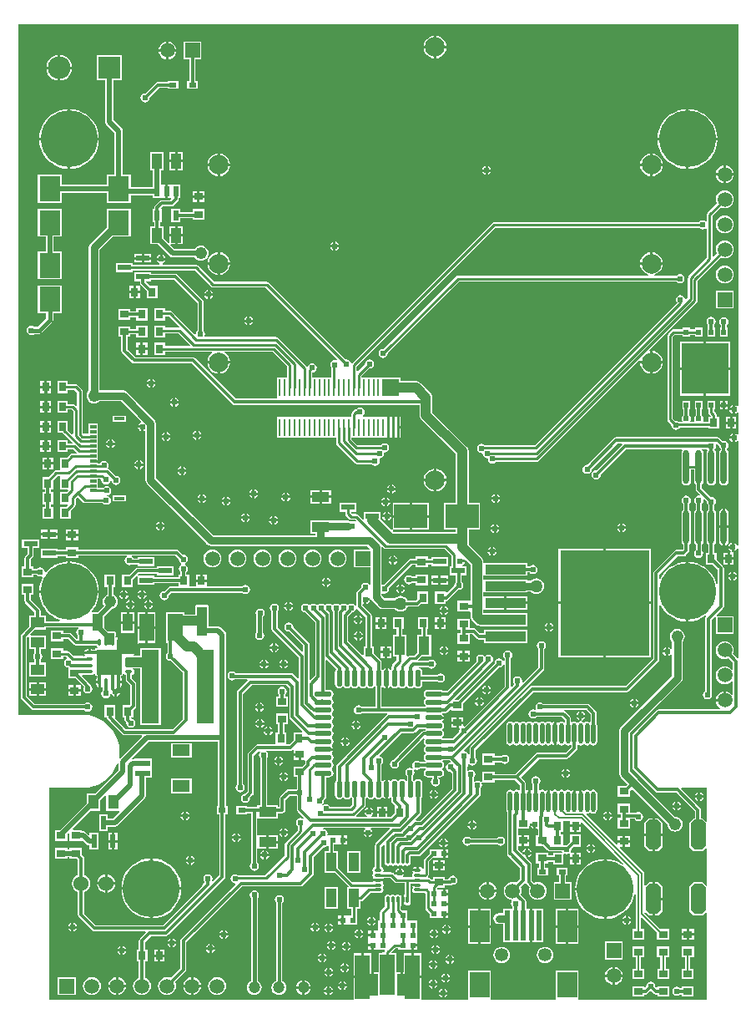
<source format=gtl>
%FSLAX25Y25*%
%MOIN*%
G70*
G01*
G75*
G04 Layer_Physical_Order=1*
G04 Layer_Color=255*
%ADD10R,0.02362X0.02362*%
%ADD11R,0.05512X0.02362*%
%ADD12R,0.05315X0.02362*%
%ADD13R,0.03740X0.03150*%
%ADD14R,0.02953X0.03543*%
%ADD15R,0.07087X0.04134*%
%ADD16R,0.03150X0.01969*%
%ADD17R,0.08465X0.09843*%
%ADD18R,0.01969X0.02362*%
%ADD19R,0.18898X0.20315*%
%ADD20O,0.02362X0.13583*%
%ADD21O,0.01772X0.08268*%
%ADD22R,0.05906X0.16142*%
%ADD23R,0.05906X0.17716*%
%ADD24R,0.04134X0.08661*%
%ADD25R,0.05906X0.11024*%
%ADD26R,0.06102X0.02362*%
%ADD27R,0.07087X0.04724*%
%ADD28R,0.03937X0.01181*%
%ADD29R,0.02756X0.01181*%
%ADD30R,0.03150X0.03740*%
%ADD31R,0.03543X0.02953*%
%ADD32O,0.01181X0.03150*%
%ADD33O,0.03150X0.01181*%
%ADD34R,0.04331X0.07480*%
%ADD35R,0.04134X0.07087*%
%ADD36R,0.05709X0.04331*%
%ADD37R,0.04331X0.07480*%
%ADD38O,0.02165X0.06890*%
%ADD39O,0.06890X0.02165*%
%ADD40R,0.00984X0.07087*%
%ADD41R,0.04331X0.05709*%
%ADD42R,0.02362X0.05512*%
%ADD43R,0.07874X0.12992*%
%ADD44R,0.07874X0.09843*%
%ADD45R,0.01969X0.12205*%
%ADD46R,0.09843X0.09843*%
%ADD47O,0.03150X0.01378*%
%ADD48O,0.01378X0.03150*%
%ADD49R,0.07087X0.29528*%
%ADD50R,0.02362X0.04134*%
%ADD51R,0.04134X0.05906*%
%ADD52R,0.13189X0.09646*%
%ADD53R,0.35827X0.42323*%
%ADD54R,0.16339X0.03937*%
%ADD55C,0.01000*%
%ADD56C,0.01200*%
%ADD57C,0.03000*%
%ADD58C,0.04000*%
%ADD59C,0.02000*%
%ADD60C,0.01500*%
%ADD61C,0.00800*%
%ADD62R,0.00653X0.00435*%
%ADD63R,0.02142X0.00344*%
%ADD64R,0.04702X0.00344*%
%ADD65R,0.00286X0.00429*%
%ADD66R,0.00262X0.00395*%
%ADD67R,0.00248X0.00441*%
%ADD68R,0.00441X0.00236*%
%ADD69R,0.00280X0.00186*%
%ADD70R,0.00239X0.00358*%
%ADD71R,0.00239X0.00358*%
%ADD72R,0.00342X0.00386*%
%ADD73R,0.00342X0.00386*%
%ADD74R,0.01705X0.01280*%
%ADD75R,0.01705X0.00581*%
%ADD76R,0.04134X0.11614*%
%ADD77R,0.06299X0.06988*%
%ADD78R,0.07776X0.02559*%
%ADD79R,0.03937X0.04715*%
%ADD80R,0.07569X0.07569*%
G04:AMPARAMS|DCode=81|XSize=120mil|YSize=60mil|CornerRadius=0mil|HoleSize=0mil|Usage=FLASHONLY|Rotation=90.000|XOffset=0mil|YOffset=0mil|HoleType=Round|Shape=Octagon|*
%AMOCTAGOND81*
4,1,8,0.01500,0.06000,-0.01500,0.06000,-0.03000,0.04500,-0.03000,-0.04500,-0.01500,-0.06000,0.01500,-0.06000,0.03000,-0.04500,0.03000,0.04500,0.01500,0.06000,0.0*
%
%ADD81OCTAGOND81*%

%ADD82C,0.04724*%
%ADD83R,0.05906X0.05906*%
%ADD84C,0.05906*%
%ADD85R,0.05906X0.05906*%
%ADD86R,0.09055X0.09055*%
%ADD87C,0.09055*%
%ADD88C,0.22638*%
%ADD89C,0.07874*%
%ADD90C,0.06000*%
%ADD91C,0.05315*%
%ADD92C,0.02400*%
%ADD93C,0.05000*%
%ADD94C,0.04800*%
G36*
X1470020Y1419303D02*
X1469542Y1419158D01*
X1469506Y1419211D01*
X1468911Y1419609D01*
X1468709Y1419649D01*
Y1417912D01*
Y1416178D01*
X1468911Y1416218D01*
X1469506Y1416616D01*
X1469542Y1416669D01*
X1470020Y1416523D01*
Y1407985D01*
X1469542Y1407839D01*
X1469506Y1407892D01*
X1468911Y1408290D01*
X1468709Y1408330D01*
Y1406594D01*
Y1404859D01*
X1468911Y1404899D01*
X1469506Y1405297D01*
X1469542Y1405350D01*
X1470020Y1405204D01*
Y1363387D01*
X1469523Y1363338D01*
X1469510Y1363399D01*
X1469113Y1363995D01*
X1468517Y1364392D01*
X1468315Y1364433D01*
Y1362696D01*
Y1360961D01*
X1468517Y1361001D01*
X1469113Y1361399D01*
X1469510Y1361994D01*
X1469523Y1362055D01*
X1470020Y1362006D01*
Y1318623D01*
X1469558Y1318432D01*
X1467793Y1320197D01*
X1468028Y1320765D01*
X1468150Y1321693D01*
X1468028Y1322620D01*
X1467670Y1323485D01*
X1467101Y1324227D01*
X1466359Y1324796D01*
X1465494Y1325154D01*
X1464567Y1325276D01*
X1463640Y1325154D01*
X1462775Y1324796D01*
X1462033Y1324227D01*
X1461464Y1323485D01*
X1461106Y1322620D01*
X1460983Y1321693D01*
X1461106Y1320765D01*
X1461464Y1319901D01*
X1462033Y1319159D01*
X1462775Y1318590D01*
X1463640Y1318232D01*
X1464567Y1318110D01*
X1465494Y1318232D01*
X1466063Y1318467D01*
X1467773Y1316757D01*
Y1314129D01*
X1467299Y1313968D01*
X1467101Y1314227D01*
X1466359Y1314796D01*
X1465494Y1315154D01*
X1464567Y1315276D01*
X1463640Y1315154D01*
X1462775Y1314796D01*
X1462033Y1314227D01*
X1461464Y1313485D01*
X1461106Y1312620D01*
X1460983Y1311693D01*
X1461106Y1310765D01*
X1461464Y1309901D01*
X1462033Y1309159D01*
X1462775Y1308590D01*
X1463640Y1308232D01*
X1464567Y1308109D01*
X1465494Y1308232D01*
X1466359Y1308590D01*
X1467101Y1309159D01*
X1467299Y1309418D01*
X1467773Y1309257D01*
Y1304129D01*
X1467299Y1303968D01*
X1467101Y1304227D01*
X1466359Y1304796D01*
X1465494Y1305154D01*
X1465067Y1305210D01*
Y1301692D01*
X1464568D01*
Y1301193D01*
X1461049D01*
X1461106Y1300766D01*
X1461464Y1299901D01*
X1462033Y1299159D01*
X1462775Y1298590D01*
X1462836Y1298564D01*
X1462739Y1298074D01*
X1438135D01*
X1437667Y1297981D01*
X1437270Y1297715D01*
X1428031Y1288476D01*
X1427765Y1288079D01*
X1427672Y1287611D01*
Y1274988D01*
X1427672Y1274987D01*
X1427672D01*
X1427765Y1274519D01*
X1428031Y1274122D01*
X1436957Y1265196D01*
X1437354Y1264931D01*
X1437354Y1264931D01*
X1437354Y1264931D01*
D01*
X1437354Y1264931D01*
X1437354Y1264931D01*
X1437822Y1264838D01*
X1445046D01*
X1452553Y1257331D01*
Y1254595D01*
X1452082D01*
X1450282Y1252795D01*
Y1243195D01*
X1452082Y1241395D01*
X1455682D01*
X1457058Y1242771D01*
X1457520Y1242580D01*
Y1227810D01*
X1457058Y1227619D01*
X1455682Y1228995D01*
X1452082D01*
X1450282Y1227195D01*
Y1217595D01*
X1452082Y1215795D01*
X1455682D01*
X1457058Y1217171D01*
X1457520Y1216980D01*
Y1182224D01*
X1406111D01*
Y1182688D01*
X1406111D01*
Y1193730D01*
X1397037D01*
Y1182688D01*
X1397037D01*
Y1182578D01*
X1396684Y1182224D01*
X1371072D01*
Y1182688D01*
X1371072D01*
Y1193730D01*
X1361998D01*
Y1182688D01*
X1361998D01*
Y1182578D01*
X1361644Y1182224D01*
X1343305D01*
Y1190768D01*
X1339751D01*
Y1191267D01*
X1339252D01*
Y1200726D01*
X1336199D01*
Y1193214D01*
X1336059D01*
Y1188282D01*
X1335059D01*
Y1193214D01*
X1333305D01*
Y1200726D01*
X1331607D01*
X1331416Y1201188D01*
X1333055Y1202827D01*
X1334144D01*
Y1202168D01*
X1337706D01*
Y1202168D01*
X1337706D01*
X1337706Y1202168D01*
X1338081D01*
Y1202168D01*
X1339362D01*
Y1203950D01*
X1339861D01*
Y1204449D01*
X1341643D01*
Y1205730D01*
D01*
Y1205730D01*
X1341643Y1205730D01*
Y1206168D01*
X1341643D01*
Y1209730D01*
D01*
Y1209730D01*
X1341643Y1209730D01*
Y1210168D01*
X1341643D01*
Y1213730D01*
X1338081D01*
D01*
D01*
X1338081Y1213730D01*
X1337706D01*
D01*
X1337643Y1213730D01*
Y1214168D01*
X1337643D01*
Y1217730D01*
X1335667D01*
X1335015Y1218382D01*
Y1219651D01*
X1335402Y1219968D01*
X1335398Y1219969D01*
X1335362Y1219993D01*
Y1222074D01*
Y1224157D01*
X1335004Y1223917D01*
X1334752D01*
X1334358Y1224181D01*
X1333894Y1224273D01*
X1333429Y1224181D01*
X1333035Y1223917D01*
X1332784D01*
X1332390Y1224181D01*
X1331925Y1224273D01*
X1331461Y1224181D01*
X1331067Y1223917D01*
X1330815D01*
X1330421Y1224181D01*
X1329957Y1224273D01*
X1329492Y1224181D01*
X1329098Y1223917D01*
X1328835Y1223524D01*
X1328743Y1223059D01*
Y1221091D01*
X1328835Y1220626D01*
Y1219476D01*
X1327132Y1217773D01*
X1326889Y1217410D01*
X1326804Y1216980D01*
X1326804Y1216980D01*
Y1213730D01*
X1326144D01*
Y1210168D01*
X1326144D01*
Y1209793D01*
X1326081Y1209730D01*
X1326081D01*
D01*
X1325706D01*
Y1209730D01*
X1324425D01*
Y1207948D01*
X1323926D01*
Y1207449D01*
X1322144D01*
Y1206168D01*
X1322144Y1206168D01*
X1322144Y1205730D01*
X1322144D01*
Y1204449D01*
X1323926D01*
Y1203950D01*
X1324425D01*
Y1202168D01*
X1325706D01*
Y1202168D01*
X1325706D01*
X1325706Y1202168D01*
X1326081D01*
Y1202168D01*
X1328605D01*
X1328841Y1201727D01*
X1328716Y1201539D01*
X1328630Y1201110D01*
X1326709Y1200726D01*
X1326199D01*
Y1193214D01*
X1324445D01*
Y1188282D01*
X1323445D01*
Y1193214D01*
X1323305D01*
Y1200726D01*
X1320252D01*
Y1191267D01*
X1319753D01*
Y1190768D01*
X1316199D01*
Y1182224D01*
X1194724D01*
Y1266713D01*
X1208110D01*
X1208110Y1266713D01*
Y1266690D01*
X1210396Y1266870D01*
X1212625Y1267405D01*
X1214743Y1268282D01*
X1216698Y1269480D01*
X1218441Y1270969D01*
X1219930Y1272712D01*
X1221128Y1274667D01*
X1221894Y1276517D01*
X1222384Y1276420D01*
Y1273707D01*
X1213155Y1264478D01*
X1209636D01*
Y1260565D01*
X1198982Y1249911D01*
X1196939D01*
Y1245561D01*
X1201880D01*
Y1248195D01*
X1202383Y1248698D01*
X1202845Y1248507D01*
Y1245561D01*
X1207785D01*
X1207785Y1245561D01*
Y1245561D01*
X1208033Y1245664D01*
X1209378Y1244319D01*
X1209907Y1243965D01*
X1210532Y1243841D01*
X1210817D01*
Y1242117D01*
X1214380D01*
Y1248828D01*
X1210817D01*
Y1248147D01*
X1210355Y1247956D01*
X1209421Y1248890D01*
X1208892Y1249243D01*
X1208268Y1249368D01*
X1207785D01*
Y1249911D01*
X1204249D01*
X1204058Y1250373D01*
X1211254Y1257569D01*
X1215167D01*
Y1261876D01*
X1217048Y1263757D01*
X1217510Y1263566D01*
Y1257569D01*
X1222621D01*
X1222812Y1257107D01*
X1220289Y1254584D01*
X1218120D01*
Y1256309D01*
X1214557D01*
Y1249597D01*
X1218120D01*
Y1251321D01*
X1220965D01*
X1221589Y1251446D01*
X1222118Y1251799D01*
X1232748Y1262429D01*
X1233102Y1262958D01*
X1233226Y1263583D01*
X1233226Y1263583D01*
X1233226Y1263583D01*
Y1263583D01*
Y1270857D01*
X1235836D01*
Y1274419D01*
D01*
Y1274419D01*
X1235836Y1274419D01*
Y1274794D01*
X1235836D01*
Y1278356D01*
X1228534D01*
Y1278206D01*
X1228051D01*
X1227915Y1278179D01*
X1227679Y1278620D01*
X1234337Y1285278D01*
X1262148D01*
Y1259458D01*
X1261605D01*
Y1256290D01*
X1262556D01*
Y1231806D01*
X1260183Y1229433D01*
X1259766Y1229711D01*
X1259906Y1230413D01*
X1259766Y1231116D01*
X1259369Y1231711D01*
X1258773Y1232109D01*
X1258071Y1232249D01*
X1257368Y1232109D01*
X1256773Y1231711D01*
X1256375Y1231116D01*
X1256236Y1230413D01*
X1256375Y1229711D01*
X1256773Y1229116D01*
X1255699Y1227508D01*
X1240143Y1211952D01*
X1213204D01*
X1208625Y1216530D01*
Y1225154D01*
X1209217Y1225399D01*
X1209969Y1225976D01*
X1210546Y1226728D01*
X1210909Y1227604D01*
X1211033Y1228543D01*
X1210909Y1229483D01*
X1210546Y1230359D01*
X1209969Y1231111D01*
X1209217Y1231688D01*
X1208625Y1231933D01*
Y1238563D01*
X1208532Y1239031D01*
X1208267Y1239428D01*
X1207785Y1239910D01*
Y1242824D01*
X1202845D01*
Y1242281D01*
X1201880D01*
Y1242824D01*
X1196939D01*
Y1238475D01*
X1201880D01*
Y1239018D01*
X1202845D01*
Y1238475D01*
X1205760D01*
X1206178Y1238056D01*
Y1231933D01*
X1205586Y1231688D01*
X1204834Y1231111D01*
X1204257Y1230359D01*
X1203894Y1229483D01*
X1203771Y1228543D01*
X1203894Y1227604D01*
X1204257Y1226728D01*
X1204834Y1225976D01*
X1205586Y1225399D01*
X1206178Y1225154D01*
Y1216024D01*
X1206178Y1216024D01*
X1206178D01*
X1206271Y1215555D01*
X1206536Y1215158D01*
X1211832Y1209863D01*
X1211832D01*
X1211832Y1209863D01*
X1211832Y1209863D01*
Y1209863D01*
X1212229Y1209598D01*
X1212697Y1209505D01*
X1233105D01*
X1233297Y1209043D01*
X1230867Y1206613D01*
X1230602Y1206216D01*
X1230509Y1205748D01*
Y1202175D01*
X1229715D01*
Y1197431D01*
X1230509D01*
Y1190977D01*
X1229941Y1190741D01*
X1229198Y1190172D01*
X1228629Y1189429D01*
X1228271Y1188565D01*
X1228149Y1187638D01*
X1228271Y1186710D01*
X1228629Y1185846D01*
X1229198Y1185104D01*
X1229941Y1184534D01*
X1230805Y1184177D01*
X1231732Y1184054D01*
X1232660Y1184177D01*
X1233524Y1184534D01*
X1234266Y1185104D01*
X1234836Y1185846D01*
X1235194Y1186710D01*
X1235316Y1187638D01*
X1235194Y1188565D01*
X1234836Y1189429D01*
X1234266Y1190172D01*
X1233524Y1190741D01*
X1232956Y1190977D01*
Y1197431D01*
X1233868D01*
Y1202175D01*
X1232956D01*
Y1205241D01*
X1235349Y1207635D01*
X1241339D01*
X1241807Y1207728D01*
X1242204Y1207993D01*
X1264645Y1230434D01*
X1264910Y1230831D01*
X1265003Y1231299D01*
X1265003Y1231299D01*
X1265003Y1231299D01*
Y1231299D01*
Y1256290D01*
X1265954D01*
Y1259458D01*
X1265411D01*
Y1286909D01*
Y1327854D01*
X1265287Y1328479D01*
X1264933Y1329008D01*
X1263161Y1330779D01*
X1262632Y1331133D01*
X1262008Y1331257D01*
X1258425D01*
Y1339075D01*
X1258235Y1339534D01*
X1257776Y1339724D01*
X1253642D01*
X1253183Y1339534D01*
X1252992Y1339075D01*
Y1335989D01*
X1248533D01*
Y1336821D01*
X1241428D01*
Y1324597D01*
X1241887D01*
Y1320540D01*
X1241813Y1320491D01*
X1241415Y1319895D01*
X1241275Y1319193D01*
X1241415Y1318491D01*
X1241813Y1317895D01*
X1242408Y1317497D01*
X1243110Y1317358D01*
X1243198Y1317375D01*
X1247989Y1312584D01*
Y1294306D01*
X1243883Y1290200D01*
X1225310D01*
X1221043Y1294466D01*
X1221171Y1294774D01*
X1221171D01*
X1221171Y1294774D01*
Y1299714D01*
X1216821D01*
Y1294774D01*
X1217774D01*
X1217807Y1294611D01*
X1217866Y1294315D01*
X1218131Y1293918D01*
X1223938Y1288111D01*
D01*
X1223938D01*
X1223938Y1288111D01*
X1223938Y1288111D01*
X1223938D01*
D01*
X1223938D01*
X1223938Y1288111D01*
Y1288111D01*
X1223938Y1288111D01*
Y1288111D01*
X1224335Y1287846D01*
X1224803Y1287753D01*
X1231544D01*
X1231736Y1287291D01*
X1222901Y1278456D01*
X1222465Y1278700D01*
X1222540Y1279014D01*
X1222720Y1281299D01*
X1222540Y1283585D01*
X1222005Y1285814D01*
X1221128Y1287932D01*
X1219930Y1289886D01*
X1218441Y1291630D01*
X1216698Y1293119D01*
X1214743Y1294316D01*
X1212625Y1295194D01*
X1210396Y1295729D01*
X1208110Y1295909D01*
Y1295885D01*
X1182224D01*
Y1571516D01*
X1470020D01*
Y1419303D01*
D02*
G37*
G36*
X1457520Y1253410D02*
X1457058Y1253219D01*
X1455682Y1254595D01*
X1455000D01*
Y1257837D01*
X1454907Y1258306D01*
X1454642Y1258703D01*
X1447093Y1266251D01*
X1447285Y1266713D01*
X1457520D01*
Y1253410D01*
D02*
G37*
%LPC*%
G36*
X1313643Y1247730D02*
X1312362D01*
Y1246449D01*
X1313643D01*
Y1247730D01*
D02*
G37*
G36*
X1386328Y1247766D02*
X1384457D01*
Y1246189D01*
X1386328D01*
Y1247766D01*
D02*
G37*
G36*
X1426683Y1247647D02*
X1424713D01*
Y1245972D01*
X1426683D01*
Y1247647D01*
D02*
G37*
G36*
X1375000Y1247209D02*
X1374298Y1247070D01*
X1373702Y1246672D01*
X1373653Y1246597D01*
X1362961D01*
X1362912Y1246672D01*
X1362317Y1247070D01*
X1361614Y1247209D01*
X1360912Y1247070D01*
X1360316Y1246672D01*
X1359919Y1246076D01*
X1359779Y1245374D01*
X1359919Y1244672D01*
X1360316Y1244076D01*
X1360912Y1243678D01*
X1361614Y1243539D01*
X1362317Y1243678D01*
X1362912Y1244076D01*
X1362961Y1244151D01*
X1373653D01*
X1373702Y1244076D01*
X1374298Y1243678D01*
X1375000Y1243539D01*
X1375702Y1243678D01*
X1376298Y1244076D01*
X1376696Y1244672D01*
X1376835Y1245374D01*
X1376696Y1246076D01*
X1376298Y1246672D01*
X1375702Y1247070D01*
X1375000Y1247209D01*
D02*
G37*
G36*
X1290031Y1248408D02*
X1288795D01*
Y1247172D01*
X1288998Y1247212D01*
X1289593Y1247610D01*
X1289991Y1248205D01*
X1290031Y1248408D01*
D02*
G37*
G36*
X1268988Y1248586D02*
X1268786Y1248546D01*
X1268190Y1248148D01*
X1267793Y1247553D01*
X1267752Y1247350D01*
X1268988D01*
Y1248586D01*
D02*
G37*
G36*
X1287795Y1248408D02*
X1286559D01*
X1286600Y1248205D01*
X1286998Y1247610D01*
X1287593Y1247212D01*
X1287795Y1247172D01*
Y1248408D01*
D02*
G37*
G36*
X1321525Y1248306D02*
X1320289D01*
X1320329Y1248103D01*
X1320727Y1247508D01*
X1321323Y1247110D01*
X1321525Y1247070D01*
Y1248306D01*
D02*
G37*
G36*
X1323761D02*
X1322525D01*
Y1247070D01*
X1322727Y1247110D01*
X1323323Y1247508D01*
X1323720Y1248103D01*
X1323761Y1248306D01*
D02*
G37*
G36*
X1423713Y1247647D02*
X1421743D01*
Y1245972D01*
X1423713D01*
Y1247647D01*
D02*
G37*
G36*
X1268988Y1246350D02*
X1267752D01*
X1267793Y1246148D01*
X1268190Y1245553D01*
X1268786Y1245155D01*
X1268988Y1245115D01*
Y1246350D01*
D02*
G37*
G36*
X1271224D02*
X1269988D01*
Y1245115D01*
X1270191Y1245155D01*
X1270786Y1245553D01*
X1271184Y1246148D01*
X1271224Y1246350D01*
D02*
G37*
G36*
X1386328Y1245189D02*
X1384457D01*
Y1243613D01*
X1386328D01*
Y1245189D01*
D02*
G37*
G36*
X1313643Y1245449D02*
X1312362D01*
Y1244168D01*
X1313643D01*
Y1245449D01*
D02*
G37*
G36*
X1351665Y1246519D02*
X1351463Y1246479D01*
X1350868Y1246081D01*
X1350470Y1245486D01*
X1350430Y1245284D01*
X1351665D01*
Y1246519D01*
D02*
G37*
G36*
X1219579Y1248828D02*
X1218298D01*
Y1245972D01*
X1219579D01*
Y1248828D01*
D02*
G37*
G36*
X1221860D02*
X1220579D01*
Y1245972D01*
X1221860D01*
Y1248828D01*
D02*
G37*
G36*
X1352665Y1246519D02*
Y1245284D01*
X1353901D01*
X1353861Y1245486D01*
X1353463Y1246081D01*
X1352868Y1246479D01*
X1352665Y1246519D01*
D02*
G37*
G36*
X1286046Y1247822D02*
X1282403D01*
Y1245655D01*
X1286046D01*
Y1247822D01*
D02*
G37*
G36*
X1269988Y1248586D02*
Y1247350D01*
X1271224D01*
X1271184Y1247553D01*
X1270786Y1248148D01*
X1270191Y1248546D01*
X1269988Y1248586D01*
D02*
G37*
G36*
X1419551Y1255012D02*
X1418315D01*
Y1253776D01*
X1418517Y1253816D01*
X1419113Y1254214D01*
X1419510Y1254809D01*
X1419551Y1255012D01*
D02*
G37*
G36*
X1248417Y1255110D02*
X1247182D01*
X1247222Y1254908D01*
X1247620Y1254313D01*
X1248215Y1253915D01*
X1248417Y1253874D01*
Y1255110D01*
D02*
G37*
G36*
X1417315Y1255012D02*
X1416079D01*
X1416119Y1254809D01*
X1416517Y1254214D01*
X1417113Y1253816D01*
X1417315Y1253776D01*
Y1255012D01*
D02*
G37*
G36*
X1364083Y1253704D02*
Y1252468D01*
X1365318D01*
X1365278Y1252671D01*
X1364880Y1253266D01*
X1364285Y1253664D01*
X1364083Y1253704D01*
D02*
G37*
G36*
X1426683Y1260443D02*
X1421743D01*
Y1256093D01*
X1422989D01*
Y1255610D01*
Y1254734D01*
X1421743D01*
Y1250384D01*
X1426683D01*
Y1254387D01*
X1428574D01*
X1428820Y1254017D01*
X1429416Y1253619D01*
X1430118Y1253480D01*
X1430820Y1253619D01*
X1431416Y1254017D01*
X1431814Y1254613D01*
X1431953Y1255315D01*
X1431814Y1256017D01*
X1431416Y1256613D01*
X1430820Y1257010D01*
X1430118Y1257150D01*
X1429416Y1257010D01*
X1429151Y1256834D01*
X1426683D01*
Y1260443D01*
D02*
G37*
G36*
X1248417Y1257346D02*
X1248215Y1257306D01*
X1247620Y1256908D01*
X1247222Y1256313D01*
X1247182Y1256110D01*
X1248417D01*
Y1257346D01*
D02*
G37*
G36*
X1249417D02*
Y1256110D01*
X1250653D01*
X1250613Y1256313D01*
X1250215Y1256908D01*
X1249620Y1257306D01*
X1249417Y1257346D01*
D02*
G37*
G36*
X1418315Y1257248D02*
Y1256012D01*
X1419551D01*
X1419510Y1256214D01*
X1419113Y1256810D01*
X1418517Y1257207D01*
X1418315Y1257248D01*
D02*
G37*
G36*
X1250653Y1255110D02*
X1249417D01*
Y1253874D01*
X1249620Y1253915D01*
X1250215Y1254313D01*
X1250613Y1254908D01*
X1250653Y1255110D01*
D02*
G37*
G36*
X1417315Y1257248D02*
X1417113Y1257207D01*
X1416517Y1256810D01*
X1416119Y1256214D01*
X1416079Y1256012D01*
X1417315D01*
Y1257248D01*
D02*
G37*
G36*
X1407096Y1251095D02*
X1405421D01*
Y1249125D01*
X1407096D01*
Y1251095D01*
D02*
G37*
G36*
X1287795Y1250644D02*
X1287593Y1250603D01*
X1286998Y1250206D01*
X1286600Y1249610D01*
X1286559Y1249408D01*
X1287795D01*
Y1250644D01*
D02*
G37*
G36*
X1404421Y1251095D02*
X1402746D01*
Y1249125D01*
X1404421D01*
Y1251095D01*
D02*
G37*
G36*
X1435582Y1254595D02*
X1434282D01*
X1432482Y1252795D01*
Y1248495D01*
X1435582D01*
Y1254595D01*
D02*
G37*
G36*
X1437882D02*
X1436582D01*
Y1248495D01*
X1439682D01*
Y1252795D01*
X1437882Y1254595D01*
D02*
G37*
G36*
X1388083Y1251567D02*
X1386847D01*
X1386887Y1251365D01*
X1387285Y1250769D01*
X1387880Y1250371D01*
X1388083Y1250331D01*
Y1251567D01*
D02*
G37*
G36*
X1363083Y1253704D02*
X1362880Y1253664D01*
X1362285Y1253266D01*
X1361887Y1252671D01*
X1361847Y1252468D01*
X1363083D01*
Y1253704D01*
D02*
G37*
G36*
X1365318Y1251468D02*
X1364083D01*
Y1250233D01*
X1364285Y1250273D01*
X1364880Y1250671D01*
X1365278Y1251266D01*
X1365318Y1251468D01*
D02*
G37*
G36*
X1288795Y1250644D02*
Y1249408D01*
X1290031D01*
X1289991Y1249610D01*
X1289593Y1250206D01*
X1288998Y1250603D01*
X1288795Y1250644D01*
D02*
G37*
G36*
X1363083Y1251468D02*
X1361847D01*
X1361887Y1251266D01*
X1362285Y1250671D01*
X1362880Y1250273D01*
X1363083Y1250233D01*
Y1251468D01*
D02*
G37*
G36*
X1404421Y1238004D02*
X1402845D01*
Y1236133D01*
X1404421D01*
Y1238004D01*
D02*
G37*
G36*
X1406998D02*
X1405421D01*
Y1236133D01*
X1406998D01*
Y1238004D01*
D02*
G37*
G36*
X1252720Y1237197D02*
X1251484D01*
Y1235961D01*
X1251687Y1236001D01*
X1252282Y1236399D01*
X1252680Y1236994D01*
X1252720Y1237197D01*
D02*
G37*
G36*
X1341268Y1235100D02*
X1340784D01*
X1340319Y1235007D01*
X1339925Y1234744D01*
X1339686Y1234386D01*
X1341268D01*
Y1235100D01*
D02*
G37*
G36*
X1250484Y1237197D02*
X1249249D01*
X1249289Y1236994D01*
X1249687Y1236399D01*
X1250282Y1236001D01*
X1250484Y1235961D01*
Y1237197D01*
D02*
G37*
G36*
X1251484Y1239433D02*
Y1238197D01*
X1252720D01*
X1252680Y1238399D01*
X1252282Y1238995D01*
X1251687Y1239392D01*
X1251484Y1239433D01*
D02*
G37*
G36*
X1280299Y1239497D02*
X1279063D01*
X1279104Y1239294D01*
X1279502Y1238699D01*
X1280097Y1238301D01*
X1280299Y1238261D01*
Y1239497D01*
D02*
G37*
G36*
X1250484Y1239433D02*
X1250282Y1239392D01*
X1249687Y1238995D01*
X1249289Y1238399D01*
X1249249Y1238197D01*
X1250484D01*
Y1239433D01*
D02*
G37*
G36*
X1349894Y1237970D02*
X1348022D01*
Y1236394D01*
X1349894D01*
Y1237970D01*
D02*
G37*
G36*
X1352765D02*
X1350894D01*
Y1236394D01*
X1352765D01*
Y1237970D01*
D02*
G37*
G36*
Y1235394D02*
X1350894D01*
Y1233817D01*
X1352765D01*
Y1235394D01*
D02*
G37*
G36*
X1216902Y1232108D02*
X1216462Y1232051D01*
X1215586Y1231688D01*
X1214834Y1231111D01*
X1214257Y1230359D01*
X1213894Y1229483D01*
X1213836Y1229043D01*
X1216902D01*
Y1232108D01*
D02*
G37*
G36*
X1217902D02*
Y1229043D01*
X1220967D01*
X1220909Y1229483D01*
X1220546Y1230359D01*
X1219969Y1231111D01*
X1219217Y1231688D01*
X1218341Y1232051D01*
X1217902Y1232108D01*
D02*
G37*
G36*
X1236012Y1238550D02*
Y1227134D01*
X1247428D01*
X1247320Y1228504D01*
X1246882Y1230328D01*
X1246165Y1232062D01*
X1245184Y1233661D01*
X1243966Y1235088D01*
X1242539Y1236306D01*
X1240940Y1237286D01*
X1239206Y1238004D01*
X1237382Y1238442D01*
X1236012Y1238550D01*
D02*
G37*
G36*
X1416232Y1238255D02*
X1414862Y1238147D01*
X1413038Y1237709D01*
X1411304Y1236991D01*
X1409705Y1236011D01*
X1408278Y1234793D01*
X1407060Y1233366D01*
X1406080Y1231766D01*
X1405362Y1230033D01*
X1404924Y1228209D01*
X1404816Y1226839D01*
X1416232D01*
Y1238255D01*
D02*
G37*
G36*
X1235012Y1238550D02*
X1233642Y1238442D01*
X1231817Y1238004D01*
X1230084Y1237286D01*
X1228484Y1236306D01*
X1227058Y1235088D01*
X1225839Y1233661D01*
X1224859Y1232062D01*
X1224141Y1230328D01*
X1223703Y1228504D01*
X1223595Y1227134D01*
X1235012D01*
Y1238550D01*
D02*
G37*
G36*
X1335244Y1234511D02*
Y1233276D01*
X1336480D01*
X1336440Y1233478D01*
X1336042Y1234073D01*
X1335446Y1234471D01*
X1335244Y1234511D01*
D02*
G37*
G36*
X1349894Y1235394D02*
X1348022D01*
Y1233817D01*
X1349894D01*
Y1235394D01*
D02*
G37*
G36*
X1334244Y1234511D02*
X1334042Y1234471D01*
X1333446Y1234073D01*
X1333049Y1233478D01*
X1333008Y1233276D01*
X1334244D01*
Y1234511D01*
D02*
G37*
G36*
X1332928Y1232677D02*
X1332928D01*
X1332928D01*
D01*
D02*
G37*
G36*
X1319187Y1241572D02*
X1313656D01*
Y1232892D01*
X1319187D01*
Y1241572D01*
D02*
G37*
G36*
X1221860Y1244972D02*
X1220579D01*
Y1242117D01*
X1221860D01*
Y1244972D01*
D02*
G37*
G36*
X1286046Y1244655D02*
X1282403D01*
Y1242488D01*
X1286046D01*
Y1244655D01*
D02*
G37*
G36*
X1219579Y1244972D02*
X1218298D01*
Y1242117D01*
X1219579D01*
Y1244972D01*
D02*
G37*
G36*
X1435582Y1247495D02*
X1432482D01*
Y1243195D01*
X1434282Y1241395D01*
X1435582D01*
Y1247495D01*
D02*
G37*
G36*
X1439682D02*
X1436582D01*
Y1241395D01*
X1437882D01*
X1439682Y1243195D01*
Y1247495D01*
D02*
G37*
G36*
X1353901Y1244283D02*
X1352665D01*
Y1243048D01*
X1352868Y1243088D01*
X1353463Y1243486D01*
X1353861Y1244081D01*
X1353901Y1244283D01*
D02*
G37*
G36*
X1426683Y1244972D02*
X1424713D01*
Y1243298D01*
X1426683D01*
Y1244972D01*
D02*
G37*
G36*
X1351665Y1244283D02*
X1350430D01*
X1350470Y1244081D01*
X1350868Y1243486D01*
X1351463Y1243088D01*
X1351665Y1243048D01*
Y1244283D01*
D02*
G37*
G36*
X1410622Y1244256D02*
X1410420Y1244215D01*
X1409824Y1243817D01*
X1409426Y1243222D01*
X1409386Y1243020D01*
X1410622D01*
Y1244256D01*
D02*
G37*
G36*
X1411622D02*
Y1243020D01*
X1412858D01*
X1412818Y1243222D01*
X1412420Y1243817D01*
X1411824Y1244215D01*
X1411622Y1244256D01*
D02*
G37*
G36*
X1386032Y1242484D02*
Y1241248D01*
X1387267D01*
X1387227Y1241450D01*
X1386829Y1242046D01*
X1386234Y1242444D01*
X1386032Y1242484D01*
D02*
G37*
G36*
X1387267Y1240248D02*
X1386032D01*
Y1239012D01*
X1386234Y1239052D01*
X1386829Y1239450D01*
X1387227Y1240046D01*
X1387267Y1240248D01*
D02*
G37*
G36*
X1280299Y1241732D02*
X1280097Y1241692D01*
X1279502Y1241294D01*
X1279104Y1240699D01*
X1279063Y1240497D01*
X1280299D01*
Y1241732D01*
D02*
G37*
G36*
X1406998Y1240876D02*
X1405421D01*
Y1239004D01*
X1406998D01*
Y1240876D01*
D02*
G37*
G36*
X1282535Y1239497D02*
X1281299D01*
Y1238261D01*
X1281501Y1238301D01*
X1282097Y1238699D01*
X1282495Y1239294D01*
X1282535Y1239497D01*
D02*
G37*
G36*
X1354143Y1239949D02*
X1352862D01*
Y1238668D01*
X1354143D01*
Y1239949D01*
D02*
G37*
G36*
Y1242230D02*
X1352862D01*
Y1240949D01*
X1354143D01*
Y1242230D01*
D02*
G37*
G36*
X1385032Y1242484D02*
X1384829Y1242444D01*
X1384234Y1242046D01*
X1383836Y1241450D01*
X1383796Y1241248D01*
X1385032D01*
Y1242484D01*
D02*
G37*
G36*
X1412858Y1242020D02*
X1411622D01*
Y1240784D01*
X1411824Y1240824D01*
X1412420Y1241222D01*
X1412818Y1241817D01*
X1412858Y1242020D01*
D02*
G37*
G36*
X1281299Y1241732D02*
Y1240497D01*
X1282535D01*
X1282495Y1240699D01*
X1282097Y1241294D01*
X1281501Y1241692D01*
X1281299Y1241732D01*
D02*
G37*
G36*
X1410622Y1242020D02*
X1409386D01*
X1409426Y1241817D01*
X1409824Y1241222D01*
X1410420Y1240824D01*
X1410622Y1240784D01*
Y1242020D01*
D02*
G37*
G36*
X1444776Y1258949D02*
X1443540D01*
X1443580Y1258747D01*
X1443978Y1258151D01*
X1444573Y1257753D01*
X1444776Y1257713D01*
Y1258949D01*
D02*
G37*
G36*
X1416035Y1340051D02*
X1398022D01*
Y1318790D01*
X1416035D01*
Y1340051D01*
D02*
G37*
G36*
X1435049D02*
X1417035D01*
Y1318790D01*
X1435049D01*
Y1340051D01*
D02*
G37*
G36*
X1331309Y1320366D02*
X1329732D01*
Y1318495D01*
X1331309D01*
Y1320366D01*
D02*
G37*
G36*
X1362706Y1318791D02*
X1360736D01*
Y1317117D01*
X1362706D01*
Y1318791D01*
D02*
G37*
G36*
X1328732Y1320366D02*
X1327156D01*
Y1318495D01*
X1328732D01*
Y1320366D01*
D02*
G37*
G36*
X1354196Y1320957D02*
X1352961D01*
Y1319721D01*
X1353163Y1319761D01*
X1353758Y1320159D01*
X1354156Y1320754D01*
X1354196Y1320957D01*
D02*
G37*
G36*
X1359736Y1321466D02*
X1357766D01*
Y1319791D01*
X1359736D01*
Y1321466D01*
D02*
G37*
G36*
X1351961Y1320957D02*
X1350725D01*
X1350765Y1320754D01*
X1351163Y1320159D01*
X1351758Y1319761D01*
X1351961Y1319721D01*
Y1320957D01*
D02*
G37*
G36*
X1441035Y1320661D02*
X1439800D01*
X1439840Y1320459D01*
X1440238Y1319864D01*
X1440833Y1319466D01*
X1441035Y1319426D01*
Y1320661D01*
D02*
G37*
G36*
X1346072Y1334754D02*
X1341920D01*
Y1330010D01*
X1343367D01*
Y1327864D01*
X1341723D01*
Y1320671D01*
X1340579Y1319527D01*
X1338681D01*
X1338681Y1319527D01*
X1338252Y1319442D01*
X1337888Y1319199D01*
X1337873Y1319184D01*
X1337411Y1319375D01*
Y1327864D01*
X1335767D01*
Y1330010D01*
X1336230D01*
Y1334754D01*
X1332077D01*
Y1330010D01*
X1333524D01*
Y1327864D01*
X1331880D01*
Y1319184D01*
X1333524D01*
Y1317689D01*
X1331786Y1315951D01*
X1331543Y1315587D01*
X1331457Y1315158D01*
X1331457Y1315158D01*
Y1314168D01*
X1331366Y1314107D01*
X1331254Y1313940D01*
X1330754D01*
X1330642Y1314107D01*
X1330086Y1314479D01*
X1329929Y1314510D01*
Y1310530D01*
Y1306553D01*
X1330086Y1306584D01*
X1330642Y1306956D01*
X1330754Y1307123D01*
X1331254D01*
X1331366Y1306956D01*
X1331922Y1306584D01*
X1332579Y1306454D01*
X1333235Y1306584D01*
X1333792Y1306956D01*
X1333904Y1307123D01*
X1334404D01*
X1334515Y1306956D01*
X1335072Y1306584D01*
X1335728Y1306454D01*
X1336385Y1306584D01*
X1336942Y1306956D01*
X1337053Y1307123D01*
X1337553D01*
X1337665Y1306956D01*
X1338221Y1306584D01*
X1338878Y1306454D01*
X1339534Y1306584D01*
X1340091Y1306956D01*
X1340203Y1307123D01*
X1340703D01*
X1340814Y1306956D01*
X1341371Y1306584D01*
X1342028Y1306454D01*
X1342684Y1306584D01*
X1343241Y1306956D01*
X1343613Y1307513D01*
X1343743Y1308169D01*
Y1309308D01*
X1349637D01*
X1349687Y1309234D01*
X1350282Y1308836D01*
X1350984Y1308696D01*
X1351687Y1308836D01*
X1352282Y1309234D01*
X1352680Y1309829D01*
X1352820Y1310532D01*
X1352680Y1311234D01*
X1352282Y1311829D01*
X1351687Y1312227D01*
X1350984Y1312367D01*
X1350282Y1312227D01*
X1349687Y1311829D01*
X1349637Y1311755D01*
X1343743D01*
Y1312894D01*
X1343613Y1313550D01*
X1343241Y1314107D01*
X1342684Y1314479D01*
X1342028Y1314609D01*
X1342336Y1314918D01*
X1346094D01*
X1346143Y1314844D01*
X1346739Y1314446D01*
X1347441Y1314307D01*
X1348143Y1314446D01*
X1348739Y1314844D01*
X1349137Y1315439D01*
X1349276Y1316142D01*
X1349137Y1316844D01*
X1348739Y1317439D01*
X1348143Y1317837D01*
X1347441Y1317977D01*
X1346739Y1317837D01*
X1346143Y1317439D01*
X1346094Y1317365D01*
X1342242D01*
X1342051Y1317827D01*
X1343407Y1319184D01*
X1347254D01*
Y1327864D01*
X1345610D01*
Y1330010D01*
X1346072D01*
Y1334754D01*
D02*
G37*
G36*
X1359736Y1318791D02*
X1357766D01*
Y1317117D01*
X1359736D01*
Y1318791D01*
D02*
G37*
G36*
X1282248Y1315642D02*
X1281012D01*
Y1314406D01*
X1281214Y1314446D01*
X1281810Y1314844D01*
X1282207Y1315439D01*
X1282248Y1315642D01*
D02*
G37*
G36*
X1287787D02*
X1286552D01*
X1286592Y1315439D01*
X1286990Y1314844D01*
X1287585Y1314446D01*
X1287787Y1314406D01*
Y1315642D01*
D02*
G37*
G36*
X1280012D02*
X1278776D01*
X1278816Y1315439D01*
X1279214Y1314844D01*
X1279809Y1314446D01*
X1280012Y1314406D01*
Y1315642D01*
D02*
G37*
G36*
X1214264Y1308555D02*
X1213450D01*
Y1308169D01*
X1213550Y1307666D01*
X1213834Y1307240D01*
X1214261Y1306955D01*
X1214264Y1306954D01*
Y1308555D01*
D02*
G37*
G36*
X1223755D02*
X1222941D01*
Y1306954D01*
X1222944Y1306955D01*
X1223370Y1307240D01*
X1223655Y1307666D01*
X1223755Y1308169D01*
Y1308555D01*
D02*
G37*
G36*
X1287787Y1317877D02*
X1287585Y1317837D01*
X1286990Y1317439D01*
X1286592Y1316844D01*
X1286552Y1316642D01*
X1287787D01*
Y1317877D01*
D02*
G37*
G36*
X1288787D02*
Y1316642D01*
X1290023D01*
X1289983Y1316844D01*
X1289585Y1317439D01*
X1288990Y1317837D01*
X1288787Y1317877D01*
D02*
G37*
G36*
X1281012D02*
Y1316642D01*
X1282248D01*
X1282207Y1316844D01*
X1281810Y1317439D01*
X1281214Y1317837D01*
X1281012Y1317877D01*
D02*
G37*
G36*
X1290023Y1315642D02*
X1288787D01*
Y1314406D01*
X1288990Y1314446D01*
X1289585Y1314844D01*
X1289983Y1315439D01*
X1290023Y1315642D01*
D02*
G37*
G36*
X1280012Y1317877D02*
X1279809Y1317837D01*
X1279214Y1317439D01*
X1278816Y1316844D01*
X1278776Y1316642D01*
X1280012D01*
Y1317877D01*
D02*
G37*
G36*
X1233063Y1330209D02*
X1230010D01*
Y1325501D01*
X1229569Y1325265D01*
X1229049Y1325613D01*
X1228846Y1325653D01*
Y1324417D01*
X1230083D01*
X1230124Y1324210D01*
X1230441Y1324597D01*
X1233063D01*
Y1330209D01*
D02*
G37*
G36*
X1278909Y1338321D02*
X1278207Y1338181D01*
X1277611Y1337783D01*
X1277213Y1337188D01*
X1277074Y1336486D01*
X1277213Y1335783D01*
X1277364Y1335558D01*
Y1328739D01*
X1277045Y1328261D01*
X1276905Y1327559D01*
X1277045Y1326857D01*
X1277442Y1326261D01*
X1278038Y1325863D01*
X1278740Y1325724D01*
X1279443Y1325863D01*
X1280038Y1326261D01*
X1280436Y1326857D01*
X1280575Y1327559D01*
X1280436Y1328261D01*
X1280117Y1328739D01*
Y1335128D01*
X1280207Y1335188D01*
X1280604Y1335783D01*
X1280744Y1336486D01*
X1280604Y1337188D01*
X1280207Y1337783D01*
X1279611Y1338181D01*
X1278909Y1338321D01*
D02*
G37*
G36*
X1237116Y1330209D02*
X1234063D01*
Y1324597D01*
X1237116D01*
Y1330209D01*
D02*
G37*
G36*
X1284047Y1324374D02*
X1283845Y1324333D01*
X1283249Y1323936D01*
X1282852Y1323340D01*
X1282811Y1323138D01*
X1284047D01*
Y1324374D01*
D02*
G37*
G36*
X1285047D02*
Y1323138D01*
X1286283D01*
X1286243Y1323340D01*
X1285845Y1323936D01*
X1285250Y1324333D01*
X1285047Y1324374D01*
D02*
G37*
G36*
X1326764Y1331882D02*
X1325187D01*
Y1330010D01*
X1326764D01*
Y1331882D01*
D02*
G37*
G36*
X1329340D02*
X1327764D01*
Y1330010D01*
X1329340D01*
Y1331882D01*
D02*
G37*
G36*
X1396072Y1330307D02*
X1394836D01*
Y1329071D01*
X1395039Y1329111D01*
X1395634Y1329509D01*
X1396032Y1330105D01*
X1396072Y1330307D01*
D02*
G37*
G36*
X1228750Y1332177D02*
X1223416D01*
Y1328534D01*
X1224765D01*
X1224911Y1328055D01*
X1224490Y1327774D01*
X1224092Y1327179D01*
X1224052Y1326976D01*
X1227523D01*
X1227483Y1327179D01*
X1227085Y1327774D01*
X1226664Y1328055D01*
X1226809Y1328534D01*
X1228750D01*
Y1332177D01*
D02*
G37*
G36*
X1393836Y1330307D02*
X1392600D01*
X1392641Y1330105D01*
X1393038Y1329509D01*
X1393634Y1329111D01*
X1393836Y1329071D01*
Y1330307D01*
D02*
G37*
G36*
X1445571Y1330191D02*
X1444788Y1330088D01*
X1444058Y1329786D01*
X1443431Y1329305D01*
X1442950Y1328678D01*
X1442648Y1327948D01*
X1442545Y1327165D01*
X1442648Y1326382D01*
X1442950Y1325652D01*
X1443430Y1325028D01*
Y1322427D01*
X1442951Y1322282D01*
X1442833Y1322459D01*
X1442238Y1322857D01*
X1442035Y1322897D01*
Y1321160D01*
Y1319426D01*
X1442238Y1319466D01*
X1442833Y1319864D01*
X1442951Y1320041D01*
X1443430Y1319895D01*
Y1311517D01*
X1422994Y1291081D01*
X1422530Y1290386D01*
X1422367Y1289567D01*
Y1272441D01*
X1422530Y1271622D01*
X1422530Y1271622D01*
X1422530Y1271622D01*
X1422994Y1270927D01*
X1425770Y1268150D01*
X1425149Y1267529D01*
X1421743D01*
Y1263179D01*
X1426683D01*
Y1265602D01*
X1427251Y1266170D01*
X1427751D01*
X1441660Y1252261D01*
X1441762Y1251481D01*
X1442064Y1250751D01*
X1442545Y1250124D01*
X1443172Y1249643D01*
X1443902Y1249341D01*
X1444685Y1249238D01*
X1445468Y1249341D01*
X1446198Y1249643D01*
X1446825Y1250124D01*
X1447305Y1250751D01*
X1447608Y1251481D01*
X1447711Y1252264D01*
X1447608Y1253047D01*
X1447305Y1253777D01*
X1446825Y1254403D01*
X1446198Y1254884D01*
X1445468Y1255187D01*
X1444687Y1255289D01*
X1429664Y1270313D01*
X1429664Y1270313D01*
X1426649Y1273328D01*
Y1288680D01*
X1447085Y1309116D01*
X1447549Y1309811D01*
X1447549Y1309811D01*
X1447549Y1309811D01*
X1447712Y1310630D01*
Y1325028D01*
X1448191Y1325652D01*
X1448494Y1326382D01*
X1448597Y1327165D01*
X1448494Y1327948D01*
X1448191Y1328678D01*
X1447711Y1329305D01*
X1447084Y1329786D01*
X1446354Y1330088D01*
X1445571Y1330191D01*
D02*
G37*
G36*
X1210228Y1322082D02*
X1209842D01*
X1209340Y1321982D01*
X1208913Y1321697D01*
X1208628Y1321271D01*
X1208628Y1321268D01*
X1210228D01*
Y1322082D01*
D02*
G37*
G36*
X1328732Y1323238D02*
X1327156D01*
Y1321366D01*
X1328732D01*
Y1323238D01*
D02*
G37*
G36*
X1286283Y1322138D02*
X1285047D01*
Y1320902D01*
X1285250Y1320942D01*
X1285845Y1321340D01*
X1286243Y1321935D01*
X1286283Y1322138D01*
D02*
G37*
G36*
X1362706Y1321466D02*
X1360736D01*
Y1319791D01*
X1362706D01*
Y1321466D01*
D02*
G37*
G36*
X1284047Y1322138D02*
X1282811D01*
X1282852Y1321935D01*
X1283249Y1321340D01*
X1283845Y1320942D01*
X1284047Y1320902D01*
Y1322138D01*
D02*
G37*
G36*
X1352961Y1323193D02*
Y1321957D01*
X1354196D01*
X1354156Y1322159D01*
X1353758Y1322754D01*
X1353163Y1323152D01*
X1352961Y1323193D01*
D02*
G37*
G36*
X1230082Y1323417D02*
X1228846D01*
Y1322182D01*
X1229049Y1322222D01*
X1229644Y1322620D01*
X1230042Y1323215D01*
X1230082Y1323417D01*
D02*
G37*
G36*
X1351961Y1323193D02*
X1351758Y1323152D01*
X1351163Y1322754D01*
X1350765Y1322159D01*
X1350725Y1321957D01*
X1351961D01*
Y1323193D01*
D02*
G37*
G36*
X1331309Y1323238D02*
X1329732D01*
Y1321366D01*
X1331309D01*
Y1323238D01*
D02*
G37*
G36*
X1441035Y1322897D02*
X1440833Y1322857D01*
X1440238Y1322459D01*
X1439840Y1321864D01*
X1439800Y1321661D01*
X1441035D01*
Y1322897D01*
D02*
G37*
G36*
X1281685Y1289067D02*
X1280449D01*
X1280490Y1288865D01*
X1280887Y1288269D01*
X1281483Y1287871D01*
X1281685Y1287831D01*
Y1289067D01*
D02*
G37*
G36*
X1283921D02*
X1282685D01*
Y1287831D01*
X1282887Y1287871D01*
X1283483Y1288269D01*
X1283881Y1288865D01*
X1283921Y1289067D01*
D02*
G37*
G36*
X1251584Y1284655D02*
X1243298D01*
Y1278731D01*
X1251584D01*
Y1284655D01*
D02*
G37*
G36*
X1401484Y1274275D02*
Y1273039D01*
X1402720D01*
X1402680Y1273242D01*
X1402282Y1273837D01*
X1401687Y1274235D01*
X1401484Y1274275D01*
D02*
G37*
G36*
X1372549Y1280324D02*
X1367609D01*
Y1275975D01*
X1372549D01*
Y1276926D01*
X1375228D01*
X1375277Y1276852D01*
X1375873Y1276454D01*
X1376575Y1276314D01*
X1377277Y1276454D01*
X1377872Y1276852D01*
X1378270Y1277447D01*
X1378410Y1278150D01*
X1378270Y1278852D01*
X1377872Y1279447D01*
X1377277Y1279845D01*
X1376575Y1279985D01*
X1375873Y1279845D01*
X1375277Y1279447D01*
X1375228Y1279373D01*
X1372549D01*
Y1280324D01*
D02*
G37*
G36*
X1280574Y1291921D02*
X1279339D01*
Y1290685D01*
X1279541Y1290726D01*
X1280136Y1291123D01*
X1280534Y1291719D01*
X1280574Y1291921D01*
D02*
G37*
G36*
X1394193Y1293169D02*
X1393613Y1293053D01*
X1393122Y1292725D01*
X1392705D01*
X1392214Y1293053D01*
X1391634Y1293169D01*
X1391054Y1293053D01*
X1390563Y1292725D01*
X1390146D01*
X1389655Y1293053D01*
X1389075Y1293169D01*
X1388495Y1293053D01*
X1388004Y1292725D01*
X1387587D01*
X1387095Y1293053D01*
X1386516Y1293169D01*
X1385936Y1293053D01*
X1385445Y1292725D01*
X1385028D01*
X1384536Y1293053D01*
X1383957Y1293169D01*
X1383377Y1293053D01*
X1382885Y1292725D01*
X1382469D01*
X1381977Y1293053D01*
X1381398Y1293169D01*
X1380818Y1293053D01*
X1380326Y1292725D01*
X1379910D01*
X1379418Y1293053D01*
X1378839Y1293169D01*
X1378259Y1293053D01*
X1377767Y1292725D01*
X1377439Y1292233D01*
X1377324Y1291654D01*
Y1285158D01*
X1377439Y1284578D01*
X1377767Y1284086D01*
X1378259Y1283758D01*
X1378839Y1283643D01*
X1379418Y1283758D01*
X1379910Y1284086D01*
X1380326D01*
X1380818Y1283758D01*
X1381398Y1283643D01*
X1381977Y1283758D01*
X1382469Y1284086D01*
X1382885D01*
X1383377Y1283758D01*
X1383957Y1283643D01*
X1384536Y1283758D01*
X1385028Y1284086D01*
X1385445D01*
X1385936Y1283758D01*
X1386516Y1283643D01*
X1387095Y1283758D01*
X1387587Y1284086D01*
X1388004D01*
X1388495Y1283758D01*
X1389075Y1283643D01*
X1389655Y1283758D01*
X1390146Y1284086D01*
X1390563D01*
X1391054Y1283758D01*
X1391634Y1283643D01*
X1392214Y1283758D01*
X1392705Y1284086D01*
X1393122D01*
X1393613Y1283758D01*
X1394193Y1283643D01*
X1394773Y1283758D01*
X1395264Y1284086D01*
X1395681D01*
X1396172Y1283758D01*
X1396252Y1283742D01*
Y1288405D01*
Y1293069D01*
X1396172Y1293053D01*
X1395681Y1292725D01*
X1395264D01*
X1394773Y1293053D01*
X1394193Y1293169D01*
D02*
G37*
G36*
X1278339Y1291921D02*
X1277103D01*
X1277143Y1291719D01*
X1277541Y1291123D01*
X1278136Y1290726D01*
X1278339Y1290685D01*
Y1291921D01*
D02*
G37*
G36*
X1281685Y1291303D02*
X1281483Y1291263D01*
X1280887Y1290865D01*
X1280490Y1290269D01*
X1280449Y1290067D01*
X1281685D01*
Y1291303D01*
D02*
G37*
G36*
X1282685D02*
Y1290067D01*
X1283921D01*
X1283881Y1290269D01*
X1283483Y1290865D01*
X1282887Y1291263D01*
X1282685Y1291303D01*
D02*
G37*
G36*
X1400484Y1274275D02*
X1400282Y1274235D01*
X1399687Y1273837D01*
X1399289Y1273242D01*
X1399249Y1273039D01*
X1400484D01*
Y1274275D01*
D02*
G37*
G36*
X1453831Y1262689D02*
X1452595D01*
X1452635Y1262487D01*
X1453033Y1261891D01*
X1453628Y1261493D01*
X1453831Y1261453D01*
Y1262689D01*
D02*
G37*
G36*
X1456067D02*
X1454831D01*
Y1261453D01*
X1455033Y1261493D01*
X1455628Y1261891D01*
X1456026Y1262487D01*
X1456067Y1262689D01*
D02*
G37*
G36*
X1445776Y1261185D02*
Y1259949D01*
X1447011D01*
X1446971Y1260151D01*
X1446573Y1260746D01*
X1445978Y1261144D01*
X1445776Y1261185D01*
D02*
G37*
G36*
X1447011Y1258949D02*
X1445776D01*
Y1257713D01*
X1445978Y1257753D01*
X1446573Y1258151D01*
X1446971Y1258747D01*
X1447011Y1258949D01*
D02*
G37*
G36*
X1444776Y1261185D02*
X1444573Y1261144D01*
X1443978Y1260746D01*
X1443580Y1260151D01*
X1443540Y1259949D01*
X1444776D01*
Y1261185D01*
D02*
G37*
G36*
X1400484Y1272039D02*
X1399249D01*
X1399289Y1271837D01*
X1399687Y1271242D01*
X1400282Y1270844D01*
X1400484Y1270804D01*
Y1272039D01*
D02*
G37*
G36*
X1402720D02*
X1401484D01*
Y1270804D01*
X1401687Y1270844D01*
X1402282Y1271242D01*
X1402680Y1271837D01*
X1402720Y1272039D01*
D02*
G37*
G36*
X1251584Y1270482D02*
X1243298D01*
Y1264557D01*
X1251584D01*
Y1270482D01*
D02*
G37*
G36*
X1453831Y1264925D02*
X1453628Y1264884D01*
X1453033Y1264487D01*
X1452635Y1263891D01*
X1452595Y1263689D01*
X1453831D01*
Y1264925D01*
D02*
G37*
G36*
X1454831D02*
Y1263689D01*
X1456067D01*
X1456026Y1263891D01*
X1455628Y1264487D01*
X1455033Y1264884D01*
X1454831Y1264925D01*
D02*
G37*
G36*
X1193513Y1305602D02*
X1190559D01*
Y1303337D01*
X1193513D01*
Y1305602D01*
D02*
G37*
G36*
X1204323Y1305110D02*
X1202451D01*
Y1303534D01*
X1204323D01*
Y1305110D01*
D02*
G37*
G36*
X1189559Y1305602D02*
X1186605D01*
Y1303337D01*
X1189559D01*
Y1305602D01*
D02*
G37*
G36*
X1464067Y1305210D02*
X1463640Y1305154D01*
X1462775Y1304796D01*
X1462033Y1304227D01*
X1461464Y1303485D01*
X1461106Y1302620D01*
X1461049Y1302193D01*
X1464067D01*
Y1305210D01*
D02*
G37*
G36*
X1222897Y1304520D02*
X1221661D01*
Y1303284D01*
X1221864Y1303324D01*
X1222459Y1303722D01*
X1222857Y1304317D01*
X1222897Y1304520D01*
D02*
G37*
G36*
X1189559Y1308868D02*
X1186605D01*
Y1306602D01*
X1189559D01*
Y1308868D01*
D02*
G37*
G36*
X1193513D02*
X1190559D01*
Y1306602D01*
X1193513D01*
Y1308868D01*
D02*
G37*
G36*
X1207195Y1307687D02*
X1205323D01*
Y1306110D01*
X1207195D01*
Y1307687D01*
D02*
G37*
G36*
Y1305110D02*
X1205323D01*
Y1303534D01*
X1207195D01*
Y1305110D01*
D02*
G37*
G36*
X1204323Y1307687D02*
X1202451D01*
Y1306110D01*
X1204323D01*
Y1307687D01*
D02*
G37*
G36*
X1428945Y1302326D02*
Y1301091D01*
X1430181D01*
X1430140Y1301293D01*
X1429743Y1301888D01*
X1429147Y1302286D01*
X1428945Y1302326D01*
D02*
G37*
G36*
X1280377Y1298516D02*
X1279142D01*
Y1297280D01*
X1279344Y1297320D01*
X1279939Y1297718D01*
X1280337Y1298313D01*
X1280377Y1298516D01*
D02*
G37*
G36*
X1427945Y1300091D02*
X1426709D01*
X1426749Y1299888D01*
X1427147Y1299293D01*
X1427743Y1298895D01*
X1427945Y1298855D01*
Y1300091D01*
D02*
G37*
G36*
X1278142Y1298516D02*
X1276906D01*
X1276946Y1298313D01*
X1277344Y1297718D01*
X1277939Y1297320D01*
X1278142Y1297280D01*
Y1298516D01*
D02*
G37*
G36*
X1278339Y1294157D02*
X1278136Y1294117D01*
X1277541Y1293719D01*
X1277143Y1293124D01*
X1277103Y1292921D01*
X1278339D01*
Y1294157D01*
D02*
G37*
G36*
X1279339D02*
Y1292921D01*
X1280574D01*
X1280534Y1293124D01*
X1280136Y1293719D01*
X1279541Y1294117D01*
X1279339Y1294157D01*
D02*
G37*
G36*
X1279142Y1300751D02*
Y1299516D01*
X1280377D01*
X1280337Y1299718D01*
X1279939Y1300313D01*
X1279344Y1300711D01*
X1279142Y1300751D01*
D02*
G37*
G36*
X1427945Y1302326D02*
X1427743Y1302286D01*
X1427147Y1301888D01*
X1426749Y1301293D01*
X1426709Y1301091D01*
X1427945D01*
Y1302326D01*
D02*
G37*
G36*
X1278142Y1300751D02*
X1277939Y1300711D01*
X1277344Y1300313D01*
X1276946Y1299718D01*
X1276906Y1299516D01*
X1278142D01*
Y1300751D01*
D02*
G37*
G36*
X1430181Y1300091D02*
X1428945D01*
Y1298855D01*
X1429147Y1298895D01*
X1429743Y1299293D01*
X1430140Y1299888D01*
X1430181Y1300091D01*
D02*
G37*
G36*
X1287697Y1307150D02*
X1286994Y1307010D01*
X1286399Y1306613D01*
X1286001Y1306017D01*
X1285862Y1305315D01*
X1286001Y1304613D01*
X1286399Y1304017D01*
X1286473Y1303968D01*
Y1303257D01*
X1285227D01*
Y1299105D01*
X1289970D01*
Y1303257D01*
X1288920D01*
Y1303968D01*
X1288995Y1304017D01*
X1289392Y1304613D01*
X1289532Y1305315D01*
X1289392Y1306017D01*
X1288995Y1306613D01*
X1288399Y1307010D01*
X1287697Y1307150D01*
D02*
G37*
G36*
X1312197Y1196716D02*
X1311994Y1196676D01*
X1311399Y1196278D01*
X1311001Y1195683D01*
X1310961Y1195480D01*
X1312197D01*
Y1196716D01*
D02*
G37*
G36*
X1313197D02*
Y1195480D01*
X1314433D01*
X1314392Y1195683D01*
X1313995Y1196278D01*
X1313399Y1196676D01*
X1313197Y1196716D01*
D02*
G37*
G36*
X1349767Y1195760D02*
X1348532D01*
Y1194524D01*
X1348734Y1194564D01*
X1349329Y1194962D01*
X1349727Y1195557D01*
X1349767Y1195760D01*
D02*
G37*
G36*
X1306799Y1194846D02*
Y1193610D01*
X1308035D01*
X1307995Y1193813D01*
X1307597Y1194408D01*
X1307001Y1194806D01*
X1306799Y1194846D01*
D02*
G37*
G36*
X1347532Y1195760D02*
X1346296D01*
X1346336Y1195557D01*
X1346734Y1194962D01*
X1347329Y1194564D01*
X1347532Y1194524D01*
Y1195760D01*
D02*
G37*
G36*
X1392717Y1203306D02*
X1391866Y1203193D01*
X1391074Y1202865D01*
X1390393Y1202343D01*
X1389871Y1201663D01*
X1389543Y1200870D01*
X1389431Y1200020D01*
X1389543Y1199170D01*
X1389871Y1198377D01*
X1390393Y1197697D01*
X1391074Y1197174D01*
X1391866Y1196846D01*
X1392717Y1196734D01*
X1393567Y1196846D01*
X1394359Y1197174D01*
X1395040Y1197697D01*
X1395562Y1198377D01*
X1395890Y1199170D01*
X1396002Y1200020D01*
X1395890Y1200870D01*
X1395562Y1201663D01*
X1395040Y1202343D01*
X1394359Y1202865D01*
X1393567Y1203193D01*
X1392717Y1203306D01*
D02*
G37*
G36*
X1347532Y1197996D02*
X1347329Y1197955D01*
X1346734Y1197558D01*
X1346336Y1196962D01*
X1346296Y1196760D01*
X1347532D01*
Y1197996D01*
D02*
G37*
G36*
X1375394Y1203306D02*
X1374543Y1203193D01*
X1373751Y1202865D01*
X1373070Y1202343D01*
X1372548Y1201663D01*
X1372220Y1200870D01*
X1372108Y1200020D01*
X1372220Y1199170D01*
X1372548Y1198377D01*
X1373070Y1197697D01*
X1373751Y1197174D01*
X1374543Y1196846D01*
X1375394Y1196734D01*
X1376244Y1196846D01*
X1377036Y1197174D01*
X1377717Y1197697D01*
X1378239Y1198377D01*
X1378567Y1199170D01*
X1378679Y1200020D01*
X1378567Y1200870D01*
X1378239Y1201663D01*
X1377717Y1202343D01*
X1377036Y1202865D01*
X1376244Y1203193D01*
X1375394Y1203306D01*
D02*
G37*
G36*
X1354224Y1197827D02*
X1352989D01*
X1353029Y1197624D01*
X1353427Y1197029D01*
X1354022Y1196631D01*
X1354224Y1196591D01*
Y1197827D01*
D02*
G37*
G36*
X1356460D02*
X1355224D01*
Y1196591D01*
X1355427Y1196631D01*
X1356022Y1197029D01*
X1356420Y1197624D01*
X1356460Y1197827D01*
D02*
G37*
G36*
X1305799Y1194846D02*
X1305597Y1194806D01*
X1305002Y1194408D01*
X1304604Y1193813D01*
X1304563Y1193610D01*
X1305799D01*
Y1194846D01*
D02*
G37*
G36*
X1308035Y1192610D02*
X1306799D01*
Y1191374D01*
X1307001Y1191415D01*
X1307597Y1191813D01*
X1307995Y1192408D01*
X1308035Y1192610D01*
D02*
G37*
G36*
X1319252Y1200726D02*
X1316199D01*
Y1191768D01*
X1319252D01*
Y1200726D01*
D02*
G37*
G36*
X1305799Y1192610D02*
X1304563D01*
X1304604Y1192408D01*
X1305002Y1191813D01*
X1305597Y1191415D01*
X1305799Y1191374D01*
Y1192610D01*
D02*
G37*
G36*
X1352650Y1192484D02*
X1352447Y1192444D01*
X1351852Y1192046D01*
X1351454Y1191450D01*
X1351414Y1191248D01*
X1352650D01*
Y1192484D01*
D02*
G37*
G36*
X1353650D02*
Y1191248D01*
X1354885D01*
X1354845Y1191450D01*
X1354447Y1192046D01*
X1353852Y1192444D01*
X1353650Y1192484D01*
D02*
G37*
G36*
X1312197Y1194480D02*
X1310961D01*
X1311001Y1194278D01*
X1311399Y1193683D01*
X1311994Y1193285D01*
X1312197Y1193244D01*
Y1194480D01*
D02*
G37*
G36*
X1314433D02*
X1313197D01*
Y1193244D01*
X1313399Y1193285D01*
X1313995Y1193683D01*
X1314392Y1194278D01*
X1314433Y1194480D01*
D02*
G37*
G36*
X1420776Y1195289D02*
Y1192272D01*
X1423793D01*
X1423737Y1192699D01*
X1423379Y1193563D01*
X1422809Y1194306D01*
X1422067Y1194875D01*
X1421203Y1195233D01*
X1420776Y1195289D01*
D02*
G37*
G36*
X1343305Y1200726D02*
X1340252D01*
Y1191768D01*
X1343305D01*
Y1200726D01*
D02*
G37*
G36*
X1419776Y1195289D02*
X1419348Y1195233D01*
X1418484Y1194875D01*
X1417742Y1194306D01*
X1417172Y1193563D01*
X1416814Y1192699D01*
X1416758Y1192272D01*
X1419776D01*
Y1195289D01*
D02*
G37*
G36*
X1348516Y1201665D02*
X1347280D01*
X1347320Y1201463D01*
X1347718Y1200868D01*
X1348313Y1200470D01*
X1348516Y1200430D01*
Y1201665D01*
D02*
G37*
G36*
X1350752D02*
X1349516D01*
Y1200430D01*
X1349718Y1200470D01*
X1350313Y1200868D01*
X1350711Y1201463D01*
X1350752Y1201665D01*
D02*
G37*
G36*
X1240757Y1202175D02*
X1239181D01*
Y1200303D01*
X1240757D01*
Y1202175D01*
D02*
G37*
G36*
X1225358Y1201370D02*
X1224122D01*
Y1200134D01*
X1224324Y1200175D01*
X1224920Y1200572D01*
X1225318Y1201168D01*
X1225358Y1201370D01*
D02*
G37*
G36*
X1238181Y1202175D02*
X1236605D01*
Y1200303D01*
X1238181D01*
Y1202175D01*
D02*
G37*
G36*
X1315129Y1202949D02*
X1313894D01*
Y1201713D01*
X1314096Y1201753D01*
X1314691Y1202151D01*
X1315089Y1202746D01*
X1315129Y1202949D01*
D02*
G37*
G36*
X1306783Y1203339D02*
X1305548D01*
X1305588Y1203136D01*
X1305986Y1202541D01*
X1306581Y1202143D01*
X1306783Y1202103D01*
Y1203339D01*
D02*
G37*
G36*
X1312894Y1202949D02*
X1311658D01*
X1311698Y1202746D01*
X1312096Y1202151D01*
X1312691Y1201753D01*
X1312894Y1201713D01*
Y1202949D01*
D02*
G37*
G36*
X1258654Y1202157D02*
X1257418D01*
X1257458Y1201955D01*
X1257856Y1201360D01*
X1258451Y1200962D01*
X1258654Y1200922D01*
Y1202157D01*
D02*
G37*
G36*
X1260889D02*
X1259653D01*
Y1200922D01*
X1259856Y1200962D01*
X1260451Y1201360D01*
X1260849Y1201955D01*
X1260889Y1202157D01*
D02*
G37*
G36*
X1223122Y1201370D02*
X1221886D01*
X1221926Y1201168D01*
X1222324Y1200572D01*
X1222920Y1200175D01*
X1223122Y1200134D01*
Y1201370D01*
D02*
G37*
G36*
X1238181Y1199303D02*
X1236605D01*
Y1197431D01*
X1238181D01*
Y1199303D01*
D02*
G37*
G36*
X1240757D02*
X1239181D01*
Y1197431D01*
X1240757D01*
Y1199303D01*
D02*
G37*
G36*
X1305476Y1198417D02*
X1304240D01*
Y1197182D01*
X1304443Y1197222D01*
X1305038Y1197620D01*
X1305436Y1198215D01*
X1305476Y1198417D01*
D02*
G37*
G36*
X1348532Y1197996D02*
Y1196760D01*
X1349767D01*
X1349727Y1196962D01*
X1349329Y1197558D01*
X1348734Y1197955D01*
X1348532Y1197996D01*
D02*
G37*
G36*
X1303240Y1198417D02*
X1302004D01*
X1302045Y1198215D01*
X1302442Y1197620D01*
X1303038Y1197222D01*
X1303240Y1197182D01*
Y1198417D01*
D02*
G37*
G36*
Y1200653D02*
X1303038Y1200613D01*
X1302442Y1200215D01*
X1302045Y1199620D01*
X1302004Y1199417D01*
X1303240D01*
Y1200653D01*
D02*
G37*
G36*
X1304240D02*
Y1199417D01*
X1305476D01*
X1305436Y1199620D01*
X1305038Y1200215D01*
X1304443Y1200613D01*
X1304240Y1200653D01*
D02*
G37*
G36*
X1355224Y1200063D02*
Y1198827D01*
X1356460D01*
X1356420Y1199029D01*
X1356022Y1199625D01*
X1355427Y1200022D01*
X1355224Y1200063D01*
D02*
G37*
G36*
X1423828Y1205324D02*
X1416723D01*
Y1198219D01*
X1423828D01*
Y1205324D01*
D02*
G37*
G36*
X1354224Y1200063D02*
X1354022Y1200022D01*
X1353427Y1199625D01*
X1353029Y1199029D01*
X1352989Y1198827D01*
X1354224D01*
Y1200063D01*
D02*
G37*
G36*
X1255250Y1187138D02*
X1252232D01*
Y1184120D01*
X1252660Y1184177D01*
X1253524Y1184534D01*
X1254266Y1185104D01*
X1254836Y1185846D01*
X1255194Y1186710D01*
X1255250Y1187138D01*
D02*
G37*
G36*
X1351596Y1186482D02*
X1351394Y1186442D01*
X1350798Y1186044D01*
X1350400Y1185449D01*
X1350360Y1185246D01*
X1351596D01*
Y1186482D01*
D02*
G37*
G36*
X1251232Y1187138D02*
X1248215D01*
X1248271Y1186710D01*
X1248629Y1185846D01*
X1249198Y1185104D01*
X1249941Y1184534D01*
X1250805Y1184177D01*
X1251232Y1184120D01*
Y1187138D01*
D02*
G37*
G36*
X1221232D02*
X1218215D01*
X1218271Y1186710D01*
X1218629Y1185846D01*
X1219198Y1185104D01*
X1219941Y1184534D01*
X1220805Y1184177D01*
X1221232Y1184120D01*
Y1187138D01*
D02*
G37*
G36*
X1225250D02*
X1222232D01*
Y1184120D01*
X1222660Y1184177D01*
X1223524Y1184534D01*
X1224266Y1185104D01*
X1224836Y1185846D01*
X1225194Y1186710D01*
X1225250Y1187138D01*
D02*
G37*
G36*
X1305701Y1187464D02*
X1305499Y1187424D01*
X1304903Y1187026D01*
X1304505Y1186431D01*
X1304465Y1186228D01*
X1305701D01*
Y1187464D01*
D02*
G37*
G36*
X1306701D02*
Y1186228D01*
X1307937D01*
X1307896Y1186431D01*
X1307498Y1187026D01*
X1306903Y1187424D01*
X1306701Y1187464D01*
D02*
G37*
G36*
X1313566Y1187449D02*
X1312331D01*
Y1186213D01*
X1312533Y1186253D01*
X1313128Y1186651D01*
X1313526Y1187247D01*
X1313566Y1187449D01*
D02*
G37*
G36*
X1352596Y1186482D02*
Y1185246D01*
X1353832D01*
X1353792Y1185449D01*
X1353394Y1186044D01*
X1352798Y1186442D01*
X1352596Y1186482D01*
D02*
G37*
G36*
X1311331Y1187449D02*
X1310095D01*
X1310135Y1187247D01*
X1310533Y1186651D01*
X1311128Y1186253D01*
X1311331Y1186213D01*
Y1187449D01*
D02*
G37*
G36*
X1299182Y1186508D02*
X1296760D01*
Y1184086D01*
X1297033Y1184122D01*
X1297754Y1184420D01*
X1298372Y1184895D01*
X1298847Y1185514D01*
X1299146Y1186235D01*
X1299182Y1186508D01*
D02*
G37*
G36*
X1307937Y1185228D02*
X1306701D01*
Y1183992D01*
X1306903Y1184033D01*
X1307498Y1184431D01*
X1307896Y1185026D01*
X1307937Y1185228D01*
D02*
G37*
G36*
X1276575Y1225851D02*
X1275873Y1225711D01*
X1275277Y1225313D01*
X1274879Y1224718D01*
X1274739Y1224016D01*
X1274879Y1223313D01*
X1275198Y1222836D01*
Y1189644D01*
X1275081Y1189595D01*
X1274462Y1189120D01*
X1273987Y1188502D01*
X1273689Y1187781D01*
X1273587Y1187008D01*
X1273689Y1186235D01*
X1273987Y1185514D01*
X1274462Y1184895D01*
X1275081Y1184420D01*
X1275801Y1184122D01*
X1276575Y1184020D01*
X1277348Y1184122D01*
X1278069Y1184420D01*
X1278687Y1184895D01*
X1279162Y1185514D01*
X1279461Y1186235D01*
X1279563Y1187008D01*
X1279461Y1187781D01*
X1279162Y1188502D01*
X1278687Y1189120D01*
X1278069Y1189595D01*
X1277951Y1189644D01*
Y1222836D01*
X1278270Y1223313D01*
X1278410Y1224016D01*
X1278270Y1224718D01*
X1277872Y1225313D01*
X1277277Y1225711D01*
X1276575Y1225851D01*
D02*
G37*
G36*
X1305701Y1185228D02*
X1304465D01*
X1304505Y1185026D01*
X1304903Y1184431D01*
X1305499Y1184033D01*
X1305701Y1183992D01*
Y1185228D01*
D02*
G37*
G36*
X1351596Y1184247D02*
X1350360D01*
X1350400Y1184044D01*
X1350798Y1183449D01*
X1351394Y1183051D01*
X1351596Y1183011D01*
Y1184247D01*
D02*
G37*
G36*
X1353832D02*
X1352596D01*
Y1183011D01*
X1352798Y1183051D01*
X1353394Y1183449D01*
X1353792Y1184044D01*
X1353832Y1184247D01*
D02*
G37*
G36*
X1205285Y1191191D02*
X1198180D01*
Y1184085D01*
X1205285D01*
Y1191191D01*
D02*
G37*
G36*
X1295760Y1186508D02*
X1293338D01*
X1293374Y1186235D01*
X1293672Y1185514D01*
X1294147Y1184895D01*
X1294766Y1184420D01*
X1295487Y1184122D01*
X1295760Y1184086D01*
Y1186508D01*
D02*
G37*
G36*
X1261732Y1191221D02*
X1260805Y1191099D01*
X1259941Y1190741D01*
X1259198Y1190172D01*
X1258629Y1189429D01*
X1258271Y1188565D01*
X1258149Y1187638D01*
X1258271Y1186710D01*
X1258629Y1185846D01*
X1259198Y1185104D01*
X1259941Y1184534D01*
X1260805Y1184177D01*
X1261732Y1184054D01*
X1262660Y1184177D01*
X1263524Y1184534D01*
X1264266Y1185104D01*
X1264836Y1185846D01*
X1265194Y1186710D01*
X1265316Y1187638D01*
X1265194Y1188565D01*
X1264836Y1189429D01*
X1264266Y1190172D01*
X1263524Y1190741D01*
X1262660Y1191099D01*
X1261732Y1191221D01*
D02*
G37*
G36*
X1286614Y1223882D02*
X1285912Y1223743D01*
X1285316Y1223345D01*
X1284919Y1222750D01*
X1284779Y1222047D01*
X1284919Y1221345D01*
X1285316Y1220749D01*
X1285391Y1220700D01*
Y1189789D01*
X1284923Y1189595D01*
X1284305Y1189120D01*
X1283830Y1188502D01*
X1283531Y1187781D01*
X1283430Y1187008D01*
X1283531Y1186235D01*
X1283830Y1185514D01*
X1284305Y1184895D01*
X1284923Y1184420D01*
X1285644Y1184122D01*
X1286417Y1184020D01*
X1287191Y1184122D01*
X1287911Y1184420D01*
X1288530Y1184895D01*
X1289005Y1185514D01*
X1289303Y1186235D01*
X1289405Y1187008D01*
X1289303Y1187781D01*
X1289005Y1188502D01*
X1288530Y1189120D01*
X1287911Y1189595D01*
X1287838Y1189626D01*
Y1220700D01*
X1287912Y1220749D01*
X1288310Y1221345D01*
X1288449Y1222047D01*
X1288310Y1222750D01*
X1287912Y1223345D01*
X1287317Y1223743D01*
X1286614Y1223882D01*
D02*
G37*
G36*
X1211732Y1191221D02*
X1210805Y1191099D01*
X1209941Y1190741D01*
X1209198Y1190172D01*
X1208629Y1189429D01*
X1208271Y1188565D01*
X1208149Y1187638D01*
X1208271Y1186710D01*
X1208629Y1185846D01*
X1209198Y1185104D01*
X1209941Y1184534D01*
X1210805Y1184177D01*
X1211732Y1184054D01*
X1212660Y1184177D01*
X1213524Y1184534D01*
X1214266Y1185104D01*
X1214836Y1185846D01*
X1215194Y1186710D01*
X1215316Y1187638D01*
X1215194Y1188565D01*
X1214836Y1189429D01*
X1214266Y1190172D01*
X1213524Y1190741D01*
X1212660Y1191099D01*
X1211732Y1191221D01*
D02*
G37*
G36*
X1347630Y1190122D02*
X1347428Y1190081D01*
X1346832Y1189684D01*
X1346434Y1189088D01*
X1346394Y1188886D01*
X1347630D01*
Y1190122D01*
D02*
G37*
G36*
X1348630D02*
Y1188886D01*
X1349866D01*
X1349825Y1189088D01*
X1349428Y1189684D01*
X1348832Y1190081D01*
X1348630Y1190122D01*
D02*
G37*
G36*
X1312331Y1189685D02*
Y1188449D01*
X1313566D01*
X1313526Y1188651D01*
X1313128Y1189246D01*
X1312533Y1189644D01*
X1312331Y1189685D01*
D02*
G37*
G36*
X1423793Y1191272D02*
X1420776D01*
Y1188254D01*
X1421203Y1188310D01*
X1422067Y1188668D01*
X1422809Y1189238D01*
X1423379Y1189980D01*
X1423737Y1190844D01*
X1423793Y1191272D01*
D02*
G37*
G36*
X1311331Y1189685D02*
X1311128Y1189644D01*
X1310533Y1189246D01*
X1310135Y1188651D01*
X1310095Y1188449D01*
X1311331D01*
Y1189685D01*
D02*
G37*
G36*
X1442332Y1203356D02*
X1437392D01*
Y1199006D01*
X1438843D01*
Y1194498D01*
X1437589D01*
Y1190345D01*
X1442332D01*
Y1194498D01*
X1440882D01*
Y1199006D01*
X1442332D01*
Y1203356D01*
D02*
G37*
G36*
X1452273D02*
X1447333D01*
Y1199006D01*
X1448784D01*
Y1194498D01*
X1447431D01*
Y1190345D01*
X1452175D01*
Y1194498D01*
X1450823D01*
Y1199006D01*
X1452273D01*
Y1203356D01*
D02*
G37*
G36*
X1432490D02*
X1427550D01*
Y1199006D01*
X1429000D01*
Y1194498D01*
X1427648D01*
Y1190345D01*
X1432391D01*
Y1194498D01*
X1431039D01*
Y1199006D01*
X1432490D01*
Y1203356D01*
D02*
G37*
G36*
X1352650Y1190248D02*
X1351414D01*
X1351454Y1190046D01*
X1351852Y1189450D01*
X1352447Y1189052D01*
X1352650Y1189012D01*
Y1190248D01*
D02*
G37*
G36*
X1354885D02*
X1353650D01*
Y1189012D01*
X1353852Y1189052D01*
X1354447Y1189450D01*
X1354845Y1190046D01*
X1354885Y1190248D01*
D02*
G37*
G36*
X1419776Y1191272D02*
X1416758D01*
X1416814Y1190844D01*
X1417172Y1189980D01*
X1417742Y1189238D01*
X1418484Y1188668D01*
X1419348Y1188310D01*
X1419776Y1188254D01*
Y1191272D01*
D02*
G37*
G36*
X1434941Y1189414D02*
X1434239Y1189274D01*
X1433643Y1188876D01*
X1433245Y1188281D01*
X1433106Y1187579D01*
X1432853Y1187221D01*
X1432391Y1187412D01*
Y1187608D01*
X1427648D01*
Y1183455D01*
X1432391D01*
Y1184308D01*
X1432894D01*
X1433362Y1184401D01*
X1433759Y1184666D01*
X1434853Y1185761D01*
X1434941Y1185743D01*
X1435028Y1185761D01*
X1436123Y1184666D01*
X1436520Y1184401D01*
X1436988Y1184308D01*
X1437589D01*
Y1183455D01*
X1442332D01*
Y1187608D01*
X1437589D01*
Y1187314D01*
X1437127Y1187123D01*
X1436759Y1187491D01*
X1436776Y1187579D01*
X1436637Y1188281D01*
X1436239Y1188876D01*
X1435643Y1189274D01*
X1434941Y1189414D01*
D02*
G37*
G36*
X1295760Y1189930D02*
X1295487Y1189894D01*
X1294766Y1189595D01*
X1294147Y1189120D01*
X1293672Y1188502D01*
X1293374Y1187781D01*
X1293338Y1187508D01*
X1295760D01*
Y1189930D01*
D02*
G37*
G36*
X1452175Y1187608D02*
X1447431D01*
Y1186755D01*
X1446820D01*
X1446770Y1186829D01*
X1446175Y1187227D01*
X1445472Y1187367D01*
X1444770Y1187227D01*
X1444175Y1186829D01*
X1443777Y1186234D01*
X1443637Y1185532D01*
X1443777Y1184829D01*
X1444175Y1184234D01*
X1444770Y1183836D01*
X1445472Y1183696D01*
X1446175Y1183836D01*
X1446770Y1184234D01*
X1446820Y1184308D01*
X1447431D01*
Y1183455D01*
X1452175D01*
Y1187608D01*
D02*
G37*
G36*
X1347630Y1187886D02*
X1346394D01*
X1346434Y1187683D01*
X1346832Y1187088D01*
X1347428Y1186690D01*
X1347630Y1186650D01*
Y1187886D01*
D02*
G37*
G36*
X1349866D02*
X1348630D01*
Y1186650D01*
X1348832Y1186690D01*
X1349428Y1187088D01*
X1349825Y1187683D01*
X1349866Y1187886D01*
D02*
G37*
G36*
X1251232Y1191155D02*
X1250805Y1191099D01*
X1249941Y1190741D01*
X1249198Y1190172D01*
X1248629Y1189429D01*
X1248271Y1188565D01*
X1248215Y1188138D01*
X1251232D01*
Y1191155D01*
D02*
G37*
G36*
X1252232D02*
Y1188138D01*
X1255250D01*
X1255194Y1188565D01*
X1254836Y1189429D01*
X1254266Y1190172D01*
X1253524Y1190741D01*
X1252660Y1191099D01*
X1252232Y1191155D01*
D02*
G37*
G36*
X1222232D02*
Y1188138D01*
X1225250D01*
X1225194Y1188565D01*
X1224836Y1189429D01*
X1224266Y1190172D01*
X1223524Y1190741D01*
X1222660Y1191099D01*
X1222232Y1191155D01*
D02*
G37*
G36*
X1296760Y1189930D02*
Y1187508D01*
X1299182D01*
X1299146Y1187781D01*
X1298847Y1188502D01*
X1298372Y1189120D01*
X1297754Y1189595D01*
X1297033Y1189894D01*
X1296760Y1189930D01*
D02*
G37*
G36*
X1221232Y1191155D02*
X1220805Y1191099D01*
X1219941Y1190741D01*
X1219198Y1190172D01*
X1218629Y1189429D01*
X1218271Y1188565D01*
X1218215Y1188138D01*
X1221232D01*
Y1191155D01*
D02*
G37*
G36*
X1301386Y1212956D02*
Y1211720D01*
X1302622D01*
X1302581Y1211923D01*
X1302184Y1212518D01*
X1301588Y1212916D01*
X1301386Y1212956D01*
D02*
G37*
G36*
X1366035Y1218533D02*
X1361998D01*
Y1211937D01*
X1366035D01*
Y1218533D01*
D02*
G37*
G36*
X1300386Y1212956D02*
X1300183Y1212916D01*
X1299588Y1212518D01*
X1299190Y1211923D01*
X1299150Y1211720D01*
X1300386D01*
Y1212956D01*
D02*
G37*
G36*
X1322894Y1212949D02*
X1321658D01*
X1321698Y1212747D01*
X1322096Y1212151D01*
X1322691Y1211753D01*
X1322894Y1211713D01*
Y1212949D01*
D02*
G37*
G36*
X1325130D02*
X1323894D01*
Y1211713D01*
X1324096Y1211753D01*
X1324691Y1212151D01*
X1325089Y1212747D01*
X1325130Y1212949D01*
D02*
G37*
G36*
X1311425Y1213449D02*
X1310144D01*
Y1212168D01*
X1311425D01*
Y1213449D01*
D02*
G37*
G36*
X1424894Y1213476D02*
X1423658D01*
X1423698Y1213274D01*
X1424096Y1212679D01*
X1424691Y1212281D01*
X1424894Y1212241D01*
Y1213476D01*
D02*
G37*
G36*
X1406111Y1218533D02*
X1402074D01*
Y1211937D01*
X1406111D01*
Y1218533D01*
D02*
G37*
G36*
X1371072D02*
X1367035D01*
Y1211937D01*
X1371072D01*
Y1218533D01*
D02*
G37*
G36*
X1401074D02*
X1397037D01*
Y1211937D01*
X1401074D01*
Y1218533D01*
D02*
G37*
G36*
X1204437Y1212858D02*
Y1211622D01*
X1205673D01*
X1205633Y1211824D01*
X1205235Y1212420D01*
X1204639Y1212818D01*
X1204437Y1212858D01*
D02*
G37*
G36*
X1300386Y1210721D02*
X1299150D01*
X1299190Y1210518D01*
X1299588Y1209923D01*
X1300183Y1209525D01*
X1300386Y1209485D01*
Y1210721D01*
D02*
G37*
G36*
X1302622D02*
X1301386D01*
Y1209485D01*
X1301588Y1209525D01*
X1302184Y1209923D01*
X1302581Y1210518D01*
X1302622Y1210721D01*
D02*
G37*
G36*
X1205673Y1210622D02*
X1204437D01*
Y1209386D01*
X1204639Y1209426D01*
X1205235Y1209824D01*
X1205633Y1210420D01*
X1205673Y1210622D01*
D02*
G37*
G36*
X1308035Y1210327D02*
X1306799D01*
Y1209091D01*
X1307001Y1209131D01*
X1307597Y1209529D01*
X1307995Y1210124D01*
X1308035Y1210327D01*
D02*
G37*
G36*
X1203437Y1210622D02*
X1202201D01*
X1202242Y1210420D01*
X1202639Y1209824D01*
X1203235Y1209426D01*
X1203437Y1209386D01*
Y1210622D01*
D02*
G37*
G36*
X1306799Y1212563D02*
Y1211327D01*
X1308035D01*
X1307995Y1211529D01*
X1307597Y1212125D01*
X1307001Y1212522D01*
X1306799Y1212563D01*
D02*
G37*
G36*
X1203437Y1212858D02*
X1203235Y1212818D01*
X1202639Y1212420D01*
X1202242Y1211824D01*
X1202201Y1211622D01*
X1203437D01*
Y1212858D01*
D02*
G37*
G36*
X1305799Y1212563D02*
X1305597Y1212522D01*
X1305002Y1212125D01*
X1304604Y1211529D01*
X1304563Y1211327D01*
X1305799D01*
Y1212563D01*
D02*
G37*
G36*
X1352945Y1212070D02*
X1352743Y1212030D01*
X1352147Y1211632D01*
X1351749Y1211037D01*
X1351709Y1210835D01*
X1352945D01*
Y1212070D01*
D02*
G37*
G36*
X1353945D02*
Y1210835D01*
X1355181D01*
X1355140Y1211037D01*
X1354743Y1211632D01*
X1354147Y1212030D01*
X1353945Y1212070D01*
D02*
G37*
G36*
X1373321Y1225110D02*
X1370303D01*
Y1222093D01*
X1370731Y1222149D01*
X1371595Y1222507D01*
X1372337Y1223077D01*
X1372906Y1223819D01*
X1373264Y1224683D01*
X1373321Y1225110D01*
D02*
G37*
G36*
X1437882Y1228995D02*
X1436582D01*
Y1222895D01*
X1439682D01*
Y1227195D01*
X1437882Y1228995D01*
D02*
G37*
G36*
X1369303Y1225110D02*
X1366286D01*
X1366342Y1224683D01*
X1366700Y1223819D01*
X1367269Y1223077D01*
X1368011Y1222507D01*
X1368876Y1222149D01*
X1369303Y1222093D01*
Y1225110D01*
D02*
G37*
G36*
X1310131Y1227005D02*
X1304601D01*
Y1218325D01*
X1310131D01*
Y1227005D01*
D02*
G37*
G36*
X1401781Y1234852D02*
X1397431D01*
Y1231684D01*
X1398230D01*
Y1229163D01*
X1396250D01*
Y1222058D01*
X1403356D01*
Y1229163D01*
X1400983D01*
Y1231684D01*
X1401781D01*
Y1234852D01*
D02*
G37*
G36*
X1369303Y1229128D02*
X1368876Y1229072D01*
X1368011Y1228714D01*
X1367269Y1228144D01*
X1366700Y1227402D01*
X1366342Y1226538D01*
X1366286Y1226110D01*
X1369303D01*
Y1229128D01*
D02*
G37*
G36*
X1370303D02*
Y1226110D01*
X1373321D01*
X1373264Y1226538D01*
X1372906Y1227402D01*
X1372337Y1228144D01*
X1371595Y1228714D01*
X1370731Y1229072D01*
X1370303Y1229128D01*
D02*
G37*
G36*
X1220967Y1228043D02*
X1217902D01*
Y1224978D01*
X1218341Y1225036D01*
X1219217Y1225399D01*
X1219969Y1225976D01*
X1220546Y1226728D01*
X1220909Y1227604D01*
X1220967Y1228043D01*
D02*
G37*
G36*
X1354143Y1226230D02*
X1352862D01*
Y1224949D01*
X1354143D01*
Y1226230D01*
D02*
G37*
G36*
X1216902Y1228043D02*
X1213836D01*
X1213894Y1227604D01*
X1214257Y1226728D01*
X1214834Y1225976D01*
X1215586Y1225399D01*
X1216462Y1225036D01*
X1216902Y1224978D01*
Y1228043D01*
D02*
G37*
G36*
X1439682Y1221895D02*
X1436582D01*
Y1215795D01*
X1437882D01*
X1439682Y1217595D01*
Y1221895D01*
D02*
G37*
G36*
X1416232Y1225839D02*
X1404816D01*
X1404924Y1224468D01*
X1405362Y1222644D01*
X1406080Y1220911D01*
X1407060Y1219311D01*
X1408278Y1217885D01*
X1409705Y1216666D01*
X1411304Y1215686D01*
X1413038Y1214968D01*
X1414862Y1214530D01*
X1416232Y1214422D01*
Y1225839D01*
D02*
G37*
G36*
X1311425Y1215730D02*
X1310144D01*
Y1214449D01*
X1311425D01*
Y1215730D01*
D02*
G37*
G36*
X1323894Y1215185D02*
Y1213949D01*
X1325130D01*
X1325089Y1214151D01*
X1324691Y1214746D01*
X1324096Y1215144D01*
X1323894Y1215185D01*
D02*
G37*
G36*
X1427129Y1213476D02*
X1425894D01*
Y1212241D01*
X1426096Y1212281D01*
X1426691Y1212679D01*
X1427089Y1213274D01*
X1427129Y1213476D01*
D02*
G37*
G36*
X1322894Y1215185D02*
X1322691Y1215144D01*
X1322096Y1214746D01*
X1321698Y1214151D01*
X1321658Y1213949D01*
X1322894D01*
Y1215185D01*
D02*
G37*
G36*
X1235012Y1226134D02*
X1223595D01*
X1223703Y1224764D01*
X1224141Y1222939D01*
X1224859Y1221206D01*
X1225839Y1219606D01*
X1227058Y1218180D01*
X1228484Y1216961D01*
X1230084Y1215981D01*
X1231817Y1215263D01*
X1233642Y1214825D01*
X1235012Y1214717D01*
Y1226134D01*
D02*
G37*
G36*
X1247428D02*
X1236012D01*
Y1214717D01*
X1237382Y1214825D01*
X1239206Y1215263D01*
X1240940Y1215981D01*
X1242539Y1216961D01*
X1243966Y1218180D01*
X1245184Y1219606D01*
X1246165Y1221206D01*
X1246882Y1222939D01*
X1247320Y1224764D01*
X1247428Y1226134D01*
D02*
G37*
G36*
X1354143Y1215949D02*
X1352862D01*
Y1214668D01*
X1354143D01*
Y1215949D01*
D02*
G37*
G36*
X1424894Y1215712D02*
X1424691Y1215672D01*
X1424096Y1215274D01*
X1423698Y1214679D01*
X1423658Y1214476D01*
X1424894D01*
Y1215712D01*
D02*
G37*
G36*
X1425894D02*
Y1214476D01*
X1427129D01*
X1427089Y1214679D01*
X1426691Y1215274D01*
X1426096Y1215672D01*
X1425894Y1215712D01*
D02*
G37*
G36*
X1307784Y1205574D02*
Y1204339D01*
X1309019D01*
X1308979Y1204541D01*
X1308581Y1205136D01*
X1307986Y1205534D01*
X1307784Y1205574D01*
D02*
G37*
G36*
X1366035Y1210937D02*
X1361998D01*
Y1204341D01*
X1366035D01*
Y1210937D01*
D02*
G37*
G36*
X1306783Y1205574D02*
X1306581Y1205534D01*
X1305986Y1205136D01*
X1305588Y1204541D01*
X1305548Y1204339D01*
X1306783D01*
Y1205574D01*
D02*
G37*
G36*
X1312894Y1205185D02*
X1312691Y1205144D01*
X1312096Y1204747D01*
X1311698Y1204151D01*
X1311658Y1203949D01*
X1312894D01*
Y1205185D01*
D02*
G37*
G36*
X1313894D02*
Y1203949D01*
X1315129D01*
X1315089Y1204151D01*
X1314691Y1204747D01*
X1314096Y1205144D01*
X1313894Y1205185D01*
D02*
G37*
G36*
X1391938Y1218533D02*
X1387704D01*
Y1211830D01*
Y1205128D01*
X1391938D01*
Y1218533D01*
D02*
G37*
G36*
X1243102Y1206559D02*
X1242900Y1206518D01*
X1242305Y1206121D01*
X1241907Y1205525D01*
X1241867Y1205323D01*
X1243102D01*
Y1206559D01*
D02*
G37*
G36*
X1406111Y1210937D02*
X1402074D01*
Y1204341D01*
X1406111D01*
Y1210937D01*
D02*
G37*
G36*
X1371072D02*
X1367035D01*
Y1204341D01*
X1371072D01*
Y1210937D01*
D02*
G37*
G36*
X1401074D02*
X1397037D01*
Y1204341D01*
X1401074D01*
Y1210937D01*
D02*
G37*
G36*
X1259653Y1204393D02*
Y1203158D01*
X1260889D01*
X1260849Y1203360D01*
X1260451Y1203955D01*
X1259856Y1204353D01*
X1259653Y1204393D01*
D02*
G37*
G36*
X1223122Y1203606D02*
X1222920Y1203566D01*
X1222324Y1203168D01*
X1221926Y1202572D01*
X1221886Y1202370D01*
X1223122D01*
Y1203606D01*
D02*
G37*
G36*
X1224122D02*
Y1202370D01*
X1225358D01*
X1225318Y1202572D01*
X1224920Y1203168D01*
X1224324Y1203566D01*
X1224122Y1203606D01*
D02*
G37*
G36*
X1341643Y1203449D02*
X1340362D01*
Y1202168D01*
X1341643D01*
Y1203449D01*
D02*
G37*
G36*
X1309019Y1203339D02*
X1307784D01*
Y1202103D01*
X1307986Y1202143D01*
X1308581Y1202541D01*
X1308979Y1203136D01*
X1309019Y1203339D01*
D02*
G37*
G36*
X1323425Y1203449D02*
X1322144D01*
Y1202168D01*
X1323425D01*
Y1203449D01*
D02*
G37*
G36*
X1245338Y1204323D02*
X1244102D01*
Y1203087D01*
X1244305Y1203127D01*
X1244900Y1203525D01*
X1245298Y1204121D01*
X1245338Y1204323D01*
D02*
G37*
G36*
X1258654Y1204393D02*
X1258451Y1204353D01*
X1257856Y1203955D01*
X1257458Y1203360D01*
X1257418Y1203158D01*
X1258654D01*
Y1204393D01*
D02*
G37*
G36*
X1243102Y1204323D02*
X1241867D01*
X1241907Y1204121D01*
X1242305Y1203525D01*
X1242900Y1203127D01*
X1243102Y1203087D01*
Y1204323D01*
D02*
G37*
G36*
X1348516Y1203901D02*
X1348313Y1203861D01*
X1347718Y1203463D01*
X1347320Y1202868D01*
X1347280Y1202665D01*
X1348516D01*
Y1203901D01*
D02*
G37*
G36*
X1349516D02*
Y1202665D01*
X1350752D01*
X1350711Y1202868D01*
X1350313Y1203463D01*
X1349718Y1203861D01*
X1349516Y1203901D01*
D02*
G37*
G36*
X1449303Y1210443D02*
X1447333D01*
Y1208768D01*
X1449303D01*
Y1210443D01*
D02*
G37*
G36*
X1452273D02*
X1450303D01*
Y1208768D01*
X1452273D01*
Y1210443D01*
D02*
G37*
G36*
X1264968Y1209905D02*
Y1208669D01*
X1266204D01*
X1266164Y1208872D01*
X1265766Y1209467D01*
X1265171Y1209865D01*
X1264968Y1209905D01*
D02*
G37*
G36*
X1355181Y1209835D02*
X1353945D01*
Y1208599D01*
X1354147Y1208639D01*
X1354743Y1209037D01*
X1355140Y1209632D01*
X1355181Y1209835D01*
D02*
G37*
G36*
X1263968Y1209905D02*
X1263766Y1209865D01*
X1263171Y1209467D01*
X1262773Y1208872D01*
X1262733Y1208669D01*
X1263968D01*
Y1209905D01*
D02*
G37*
G36*
X1348894Y1210185D02*
Y1208949D01*
X1350130D01*
X1350089Y1209151D01*
X1349691Y1209746D01*
X1349096Y1210144D01*
X1348894Y1210185D01*
D02*
G37*
G36*
X1305799Y1210327D02*
X1304563D01*
X1304604Y1210124D01*
X1305002Y1209529D01*
X1305597Y1209131D01*
X1305799Y1209091D01*
Y1210327D01*
D02*
G37*
G36*
X1347894Y1210185D02*
X1347691Y1210144D01*
X1347096Y1209746D01*
X1346698Y1209151D01*
X1346658Y1208949D01*
X1347894D01*
Y1210185D01*
D02*
G37*
G36*
X1317894D02*
X1317691Y1210144D01*
X1317096Y1209746D01*
X1316698Y1209151D01*
X1316658Y1208949D01*
X1317894D01*
Y1210185D01*
D02*
G37*
G36*
X1318894D02*
Y1208949D01*
X1320129D01*
X1320089Y1209151D01*
X1319691Y1209746D01*
X1319096Y1210144D01*
X1318894Y1210185D01*
D02*
G37*
G36*
X1352945Y1209835D02*
X1351709D01*
X1351749Y1209632D01*
X1352147Y1209037D01*
X1352743Y1208639D01*
X1352945Y1208599D01*
Y1209835D01*
D02*
G37*
G36*
X1263968Y1207669D02*
X1262733D01*
X1262773Y1207467D01*
X1263171Y1206872D01*
X1263766Y1206474D01*
X1263968Y1206433D01*
Y1207669D01*
D02*
G37*
G36*
X1266204D02*
X1264968D01*
Y1206433D01*
X1265171Y1206474D01*
X1265766Y1206872D01*
X1266164Y1207467D01*
X1266204Y1207669D01*
D02*
G37*
G36*
X1452273Y1207768D02*
X1450303D01*
Y1206093D01*
X1452273D01*
Y1207768D01*
D02*
G37*
G36*
X1244102Y1206559D02*
Y1205323D01*
X1245338D01*
X1245298Y1205525D01*
X1244900Y1206121D01*
X1244305Y1206518D01*
X1244102Y1206559D01*
D02*
G37*
G36*
X1449303Y1207768D02*
X1447333D01*
Y1206093D01*
X1449303D01*
Y1207768D01*
D02*
G37*
G36*
X1350130Y1207949D02*
X1348894D01*
Y1206713D01*
X1349096Y1206753D01*
X1349691Y1207151D01*
X1350089Y1207747D01*
X1350130Y1207949D01*
D02*
G37*
G36*
X1323425Y1209730D02*
X1322144D01*
Y1208449D01*
X1323425D01*
Y1209730D01*
D02*
G37*
G36*
X1347894Y1207949D02*
X1346658D01*
X1346698Y1207747D01*
X1347096Y1207151D01*
X1347691Y1206753D01*
X1347894Y1206713D01*
Y1207949D01*
D02*
G37*
G36*
X1317894D02*
X1316658D01*
X1316698Y1207747D01*
X1317096Y1207151D01*
X1317691Y1206753D01*
X1317894Y1206713D01*
Y1207949D01*
D02*
G37*
G36*
X1320129D02*
X1318894D01*
Y1206713D01*
X1319096Y1206753D01*
X1319691Y1207151D01*
X1320089Y1207747D01*
X1320129Y1207949D01*
D02*
G37*
G36*
X1466528Y1414773D02*
X1464951D01*
Y1412902D01*
X1466528D01*
Y1414773D01*
D02*
G37*
G36*
X1469104D02*
X1467528D01*
Y1412902D01*
X1469104D01*
Y1414773D01*
D02*
G37*
G36*
X1467709Y1417413D02*
X1466473D01*
X1466513Y1417211D01*
X1466911Y1416616D01*
X1467506Y1416218D01*
X1467709Y1416178D01*
Y1417413D01*
D02*
G37*
G36*
X1192709Y1413297D02*
X1191132D01*
Y1411425D01*
X1192709D01*
Y1413297D01*
D02*
G37*
G36*
X1195285D02*
X1193709D01*
Y1411425D01*
X1195285D01*
Y1413297D01*
D02*
G37*
G36*
X1225206Y1415226D02*
X1220069D01*
Y1412845D01*
X1225206D01*
Y1415226D01*
D02*
G37*
G36*
X1465777Y1418988D02*
X1464693D01*
Y1417707D01*
X1465777D01*
Y1418988D01*
D02*
G37*
G36*
X1318854Y1418567D02*
X1318151Y1418428D01*
X1317556Y1418030D01*
X1317438Y1417854D01*
X1317225D01*
X1317224Y1417854D01*
X1316795Y1417768D01*
X1316431Y1417525D01*
X1316431Y1417525D01*
X1315545Y1416640D01*
X1315302Y1416276D01*
X1315217Y1415846D01*
X1315217Y1415846D01*
Y1414773D01*
X1285719D01*
Y1406487D01*
X1309311D01*
Y1404331D01*
X1309311Y1404331D01*
X1309397Y1403901D01*
X1309640Y1403538D01*
X1316891Y1396286D01*
X1316891Y1396286D01*
X1317255Y1396043D01*
X1317255Y1396043D01*
X1317255Y1396043D01*
D01*
X1317255Y1396043D01*
X1317255Y1396043D01*
X1317684Y1395958D01*
X1317684Y1395958D01*
X1323420D01*
X1323538Y1395782D01*
X1324133Y1395384D01*
X1324835Y1395244D01*
X1325537Y1395384D01*
X1326133Y1395782D01*
X1326531Y1396377D01*
X1326670Y1397079D01*
X1326531Y1397782D01*
X1326507Y1397817D01*
X1326601Y1398289D01*
X1327303Y1398429D01*
X1327303D01*
X1327303Y1398429D01*
X1327898Y1398827D01*
X1328296Y1399422D01*
X1328436Y1400124D01*
X1328387Y1400371D01*
X1328642Y1400625D01*
X1329344Y1400765D01*
X1329939Y1401163D01*
X1330337Y1401758D01*
X1330477Y1402461D01*
X1330337Y1403163D01*
X1329939Y1403758D01*
X1329344Y1404156D01*
X1328642Y1404296D01*
X1327939Y1404156D01*
X1327344Y1403758D01*
X1327226Y1403582D01*
X1317787D01*
X1315492Y1405878D01*
Y1406487D01*
X1329618D01*
Y1410629D01*
Y1414773D01*
X1320023D01*
X1319878Y1415252D01*
X1320152Y1415435D01*
X1320549Y1416030D01*
X1320689Y1416732D01*
X1320549Y1417435D01*
X1320152Y1418030D01*
X1319556Y1418428D01*
X1318854Y1418567D01*
D02*
G37*
G36*
X1467709Y1419649D02*
X1467506Y1419609D01*
X1466911Y1419211D01*
X1466513Y1418616D01*
X1466473Y1418413D01*
X1467709D01*
Y1419649D01*
D02*
G37*
G36*
X1192709Y1418299D02*
X1191132D01*
Y1416428D01*
X1192709D01*
Y1418299D01*
D02*
G37*
G36*
X1195285D02*
X1193709D01*
Y1416428D01*
X1195285D01*
Y1418299D01*
D02*
G37*
G36*
X1463693Y1418988D02*
X1462609D01*
Y1417707D01*
X1463693D01*
Y1418988D01*
D02*
G37*
G36*
X1241839Y1408724D02*
Y1407488D01*
X1243074D01*
X1243034Y1407691D01*
X1242636Y1408286D01*
X1242041Y1408684D01*
X1241839Y1408724D01*
D02*
G37*
G36*
X1253240Y1409118D02*
X1253038Y1409077D01*
X1252442Y1408680D01*
X1252045Y1408084D01*
X1252004Y1407882D01*
X1253240D01*
Y1409118D01*
D02*
G37*
G36*
X1254240D02*
Y1407882D01*
X1255476D01*
X1255436Y1408084D01*
X1255038Y1408680D01*
X1254443Y1409077D01*
X1254240Y1409118D01*
D02*
G37*
G36*
X1335147Y1410130D02*
X1334555D01*
Y1406487D01*
X1335147D01*
Y1410130D01*
D02*
G37*
G36*
X1467709Y1408330D02*
X1467506Y1408290D01*
X1466911Y1407892D01*
X1466513Y1407297D01*
X1466473Y1407094D01*
X1467709D01*
Y1408330D01*
D02*
G37*
G36*
X1240839Y1408724D02*
X1240636Y1408684D01*
X1240041Y1408286D01*
X1239643Y1407691D01*
X1239603Y1407488D01*
X1240839D01*
Y1408724D01*
D02*
G37*
G36*
X1466528Y1411902D02*
X1464951D01*
Y1410030D01*
X1466528D01*
Y1411902D01*
D02*
G37*
G36*
X1469104D02*
X1467528D01*
Y1410030D01*
X1469104D01*
Y1411902D01*
D02*
G37*
G36*
X1335147Y1414773D02*
X1334555D01*
Y1411130D01*
X1335147D01*
Y1414773D01*
D02*
G37*
G36*
X1192709Y1410425D02*
X1191132D01*
Y1408554D01*
X1192709D01*
Y1410425D01*
D02*
G37*
G36*
X1195285D02*
X1193709D01*
Y1408554D01*
X1195285D01*
Y1410425D01*
D02*
G37*
G36*
X1231390Y1410425D02*
X1230154D01*
X1230194Y1410223D01*
X1230592Y1409628D01*
X1231187Y1409230D01*
X1231390Y1409189D01*
Y1410425D01*
D02*
G37*
G36*
X1192709Y1429045D02*
X1191132D01*
Y1427173D01*
X1192709D01*
Y1429045D01*
D02*
G37*
G36*
X1195285D02*
X1193709D01*
Y1427173D01*
X1195285D01*
Y1429045D01*
D02*
G37*
G36*
X1234933Y1429984D02*
X1234731Y1429944D01*
X1234135Y1429546D01*
X1233737Y1428950D01*
X1233697Y1428748D01*
X1234933D01*
Y1429984D01*
D02*
G37*
G36*
X1195285Y1426173D02*
X1193709D01*
Y1424302D01*
X1195285D01*
Y1426173D01*
D02*
G37*
G36*
X1234933Y1427748D02*
X1233697D01*
X1233737Y1427546D01*
X1234135Y1426950D01*
X1234731Y1426552D01*
X1234933Y1426512D01*
Y1427748D01*
D02*
G37*
G36*
X1237169D02*
X1235933D01*
Y1426512D01*
X1236135Y1426552D01*
X1236731Y1426950D01*
X1237129Y1427546D01*
X1237169Y1427748D01*
D02*
G37*
G36*
X1434736Y1436114D02*
X1430726D01*
X1430816Y1435430D01*
X1431273Y1434326D01*
X1432000Y1433378D01*
X1432948Y1432651D01*
X1434052Y1432194D01*
X1434736Y1432104D01*
Y1436114D01*
D02*
G37*
G36*
X1439746D02*
X1435736D01*
Y1432104D01*
X1436421Y1432194D01*
X1437524Y1432651D01*
X1438472Y1433378D01*
X1439199Y1434326D01*
X1439656Y1435430D01*
X1439746Y1436114D01*
D02*
G37*
G36*
X1456193Y1444813D02*
X1446644D01*
Y1434555D01*
X1456193D01*
Y1444813D01*
D02*
G37*
G36*
X1235933Y1429984D02*
Y1428748D01*
X1237169D01*
X1237129Y1428950D01*
X1236731Y1429546D01*
X1236135Y1429944D01*
X1235933Y1429984D01*
D02*
G37*
G36*
X1261902Y1436114D02*
X1257891D01*
X1257981Y1435430D01*
X1258438Y1434326D01*
X1259166Y1433378D01*
X1260114Y1432651D01*
X1261217Y1432194D01*
X1261902Y1432104D01*
Y1436114D01*
D02*
G37*
G36*
X1266912D02*
X1262902D01*
Y1432104D01*
X1263586Y1432194D01*
X1264690Y1432651D01*
X1265637Y1433378D01*
X1266365Y1434326D01*
X1266822Y1435430D01*
X1266912Y1436114D01*
D02*
G37*
G36*
X1192709Y1421171D02*
X1191132D01*
Y1419299D01*
X1192709D01*
Y1421171D01*
D02*
G37*
G36*
X1195285D02*
X1193709D01*
Y1419299D01*
X1195285D01*
Y1421171D01*
D02*
G37*
G36*
X1463693Y1421269D02*
X1462609D01*
Y1419988D01*
X1463693D01*
Y1421269D01*
D02*
G37*
G36*
X1244185Y1420169D02*
X1242949D01*
X1242990Y1419967D01*
X1243387Y1419372D01*
X1243983Y1418974D01*
X1244185Y1418933D01*
Y1420169D01*
D02*
G37*
G36*
X1246421D02*
X1245185D01*
Y1418933D01*
X1245387Y1418974D01*
X1245983Y1419372D01*
X1246381Y1419967D01*
X1246421Y1420169D01*
D02*
G37*
G36*
X1202175Y1429045D02*
X1198022D01*
Y1424302D01*
X1202175D01*
Y1425552D01*
X1204850D01*
X1205824Y1424578D01*
Y1419348D01*
X1205362Y1419157D01*
X1204927Y1419592D01*
X1204563Y1419835D01*
X1204134Y1419921D01*
X1204134Y1419921D01*
X1202175D01*
Y1421171D01*
X1198022D01*
Y1416428D01*
X1202175D01*
Y1417678D01*
X1203669D01*
X1204224Y1417123D01*
Y1408155D01*
X1203762Y1407964D01*
X1202175Y1409551D01*
Y1413297D01*
X1198022D01*
Y1408554D01*
X1200000D01*
X1203919Y1404635D01*
X1203728Y1404173D01*
X1202175D01*
Y1405423D01*
X1198022D01*
Y1400679D01*
X1202175D01*
Y1401930D01*
X1204361D01*
X1205692Y1400599D01*
X1205500Y1400137D01*
X1203839D01*
X1203839Y1400137D01*
X1203409Y1400052D01*
X1203045Y1399809D01*
X1203045Y1399809D01*
X1201770Y1398533D01*
X1199006D01*
Y1393790D01*
D01*
Y1393790D01*
X1198661Y1393444D01*
X1197441D01*
X1197441Y1393444D01*
X1197012Y1393359D01*
X1196648Y1393116D01*
X1196648Y1393116D01*
X1194289Y1390757D01*
X1191920D01*
Y1385817D01*
X1192871D01*
Y1384852D01*
X1191920D01*
Y1379912D01*
X1192871D01*
Y1378946D01*
X1191920D01*
Y1374006D01*
X1196269D01*
Y1378946D01*
X1195318D01*
Y1379912D01*
X1196269D01*
Y1384852D01*
X1195318D01*
Y1385817D01*
X1196269D01*
Y1389565D01*
X1197906Y1391201D01*
X1199006D01*
Y1390757D01*
X1199006D01*
Y1385817D01*
X1202081D01*
X1202273Y1385355D01*
X1201770Y1384852D01*
X1199006D01*
Y1379912D01*
X1201983D01*
X1202175Y1379450D01*
X1201671Y1378946D01*
X1199006D01*
Y1374006D01*
X1203356D01*
Y1377459D01*
X1204927Y1379030D01*
X1204927Y1379030D01*
X1205170Y1379394D01*
X1205255Y1379823D01*
X1205255Y1379823D01*
Y1382016D01*
X1206011Y1382771D01*
X1208080Y1380703D01*
X1208080Y1380703D01*
X1208444Y1380460D01*
X1208873Y1380375D01*
X1216104D01*
X1216222Y1380198D01*
X1216817Y1379801D01*
X1217520Y1379661D01*
X1218222Y1379801D01*
X1218817Y1380198D01*
X1219215Y1380794D01*
X1219355Y1381496D01*
X1219215Y1382198D01*
X1218817Y1382794D01*
X1218222Y1383192D01*
X1217582Y1383319D01*
D01*
D01*
Y1383319D01*
X1217618Y1383499D01*
X1217868Y1383549D01*
X1217868D01*
X1218320Y1383639D01*
X1218916Y1384037D01*
X1219314Y1384632D01*
X1219453Y1385335D01*
X1219314Y1386037D01*
X1218916Y1386632D01*
X1218320Y1387030D01*
X1217618Y1387170D01*
X1216916Y1387030D01*
X1216320Y1386632D01*
X1216203Y1386456D01*
X1214183D01*
Y1388081D01*
Y1390050D01*
Y1390119D01*
X1215184D01*
X1215501Y1389732D01*
X1215488Y1389665D01*
X1215627Y1388963D01*
X1216025Y1388368D01*
X1216621Y1387970D01*
X1217323Y1387830D01*
X1218025Y1387970D01*
X1218621Y1388368D01*
X1219018Y1388963D01*
X1219060Y1389172D01*
X1219115Y1389227D01*
X1219571D01*
X1219663Y1388766D01*
X1220061Y1388171D01*
X1220656Y1387773D01*
X1221358Y1387633D01*
X1222061Y1387773D01*
X1222656Y1388171D01*
X1223054Y1388766D01*
X1223193Y1389468D01*
X1223054Y1390171D01*
X1222656Y1390766D01*
X1222061Y1391164D01*
X1221358Y1391304D01*
X1221150Y1391262D01*
X1218546Y1393867D01*
X1218182Y1394110D01*
X1218057Y1394411D01*
X1218231Y1394672D01*
X1218371Y1395374D01*
X1218231Y1396076D01*
X1217833Y1396672D01*
X1217238Y1397069D01*
X1216535Y1397209D01*
X1215833Y1397069D01*
X1215238Y1396672D01*
X1214989Y1396299D01*
X1214183D01*
Y1396368D01*
Y1396646D01*
X1212204D01*
Y1397646D01*
X1214183D01*
Y1397924D01*
Y1399892D01*
Y1401861D01*
Y1403829D01*
Y1405798D01*
Y1407766D01*
Y1409735D01*
Y1412116D01*
X1210227D01*
Y1409735D01*
Y1408179D01*
Y1408110D01*
X1208142D01*
X1208067Y1408184D01*
Y1425043D01*
X1208067Y1425043D01*
X1207982Y1425472D01*
X1207739Y1425836D01*
X1207739Y1425836D01*
X1206108Y1427466D01*
X1205744Y1427709D01*
X1205315Y1427795D01*
X1205315Y1427795D01*
X1202175D01*
Y1429045D01*
D02*
G37*
G36*
X1456193Y1433555D02*
X1446644D01*
Y1423298D01*
X1456193D01*
Y1433555D01*
D02*
G37*
G36*
X1466742D02*
X1457193D01*
Y1423298D01*
X1466742D01*
Y1433555D01*
D02*
G37*
G36*
X1192709Y1426173D02*
X1191132D01*
Y1424302D01*
X1192709D01*
Y1426173D01*
D02*
G37*
G36*
X1465777Y1421269D02*
X1464693D01*
Y1419988D01*
X1465777D01*
Y1421269D01*
D02*
G37*
G36*
X1244185Y1422405D02*
X1243983Y1422365D01*
X1243387Y1421967D01*
X1242990Y1421372D01*
X1242949Y1421169D01*
X1244185D01*
Y1422405D01*
D02*
G37*
G36*
X1245185D02*
Y1421169D01*
X1246421D01*
X1246381Y1421372D01*
X1245983Y1421967D01*
X1245387Y1422365D01*
X1245185Y1422405D01*
D02*
G37*
G36*
X1353329Y1389067D02*
X1349319D01*
Y1385057D01*
X1350003Y1385147D01*
X1351107Y1385604D01*
X1352055Y1386331D01*
X1352782Y1387279D01*
X1353239Y1388383D01*
X1353329Y1389067D01*
D02*
G37*
G36*
X1330799Y1387759D02*
X1330597Y1387719D01*
X1330002Y1387321D01*
X1329604Y1386726D01*
X1329563Y1386524D01*
X1330799D01*
Y1387759D01*
D02*
G37*
G36*
X1331799D02*
Y1386524D01*
X1333035D01*
X1332995Y1386726D01*
X1332597Y1387321D01*
X1332001Y1387719D01*
X1331799Y1387759D01*
D02*
G37*
G36*
X1275780Y1385791D02*
X1275577Y1385751D01*
X1274982Y1385353D01*
X1274584Y1384757D01*
X1274544Y1384555D01*
X1275780D01*
Y1385791D01*
D02*
G37*
G36*
X1276779D02*
Y1384555D01*
X1278015D01*
X1277975Y1384757D01*
X1277577Y1385353D01*
X1276982Y1385751D01*
X1276779Y1385791D01*
D02*
G37*
G36*
X1348319Y1389067D02*
X1344309D01*
X1344399Y1388383D01*
X1344856Y1387279D01*
X1345583Y1386331D01*
X1346531Y1385604D01*
X1347635Y1385147D01*
X1348319Y1385057D01*
Y1389067D01*
D02*
G37*
G36*
X1247236Y1392807D02*
X1246000D01*
X1246041Y1392605D01*
X1246439Y1392009D01*
X1247034Y1391611D01*
X1247236Y1391571D01*
Y1392807D01*
D02*
G37*
G36*
X1249472D02*
X1248236D01*
Y1391571D01*
X1248438Y1391611D01*
X1249034Y1392009D01*
X1249432Y1392605D01*
X1249472Y1392807D01*
D02*
G37*
G36*
X1193693Y1395661D02*
X1192117D01*
Y1393790D01*
X1193693D01*
Y1395661D01*
D02*
G37*
G36*
X1461593Y1406734D02*
X1421160D01*
X1420692Y1406641D01*
X1420295Y1406375D01*
X1409635Y1395716D01*
X1409547Y1395733D01*
X1408845Y1395593D01*
X1408249Y1395195D01*
X1407852Y1394600D01*
X1407712Y1393898D01*
X1407852Y1393195D01*
X1408249Y1392600D01*
X1408845Y1392202D01*
X1409547Y1392062D01*
X1410250Y1392202D01*
X1410845Y1392600D01*
X1411243Y1393195D01*
X1411382Y1393898D01*
X1411365Y1393985D01*
X1421667Y1404287D01*
X1423458D01*
X1423650Y1403825D01*
X1413276Y1393452D01*
X1413189Y1393469D01*
X1412487Y1393329D01*
X1411891Y1392932D01*
X1411493Y1392336D01*
X1411354Y1391634D01*
X1411493Y1390932D01*
X1411891Y1390336D01*
X1412487Y1389938D01*
X1413189Y1389799D01*
X1413891Y1389938D01*
X1414487Y1390336D01*
X1414884Y1390932D01*
X1415024Y1391634D01*
X1415007Y1391721D01*
X1425172Y1401887D01*
X1447452D01*
X1447688Y1401446D01*
X1447515Y1401187D01*
X1447377Y1400492D01*
Y1389272D01*
X1447515Y1388577D01*
X1447909Y1387988D01*
X1448498Y1387594D01*
X1449193Y1387456D01*
X1449888Y1387594D01*
X1450477Y1387988D01*
X1450871Y1388577D01*
X1451009Y1389272D01*
Y1393760D01*
X1452377D01*
Y1389272D01*
X1452515Y1388577D01*
X1452909Y1387988D01*
X1452969Y1387947D01*
Y1385965D01*
X1452969Y1385965D01*
X1452969D01*
X1453063Y1385496D01*
X1453328Y1385099D01*
X1454637Y1383790D01*
X1454402Y1383349D01*
X1454193Y1383390D01*
X1453491Y1383251D01*
X1452895Y1382853D01*
X1452497Y1382257D01*
X1452358Y1381555D01*
X1452497Y1380853D01*
X1452895Y1380257D01*
X1452969Y1380208D01*
Y1377801D01*
X1452909Y1377761D01*
X1452515Y1377171D01*
X1452377Y1376476D01*
Y1365256D01*
X1452515Y1364561D01*
X1452909Y1363972D01*
X1453009Y1363905D01*
Y1361748D01*
X1452836Y1361632D01*
X1452438Y1361037D01*
X1452299Y1360335D01*
X1452438Y1359632D01*
X1452836Y1359037D01*
X1453432Y1358639D01*
X1454134Y1358499D01*
X1454836Y1358639D01*
X1455432Y1359037D01*
X1455829Y1359632D01*
X1455969Y1360335D01*
X1455829Y1361037D01*
X1455456Y1361596D01*
Y1363958D01*
X1455477Y1363972D01*
X1455871Y1364561D01*
X1456009Y1365256D01*
Y1376476D01*
X1455871Y1377171D01*
X1455477Y1377761D01*
X1455416Y1377801D01*
Y1380208D01*
X1455491Y1380257D01*
X1455888Y1380853D01*
X1456028Y1381555D01*
X1455987Y1381764D01*
X1456428Y1382000D01*
X1457375Y1381052D01*
X1457358Y1380965D01*
X1457497Y1380262D01*
X1457895Y1379667D01*
X1457969Y1379617D01*
Y1377801D01*
X1457909Y1377761D01*
X1457515Y1377171D01*
X1457377Y1376476D01*
Y1365256D01*
X1457515Y1364561D01*
X1457909Y1363972D01*
X1457930Y1363958D01*
Y1360639D01*
X1457077D01*
Y1355896D01*
X1459795D01*
X1461769Y1353922D01*
Y1347688D01*
X1461272Y1347629D01*
X1461016Y1348695D01*
X1460298Y1350428D01*
X1459318Y1352027D01*
X1458100Y1353454D01*
X1456673Y1354672D01*
X1455074Y1355653D01*
X1453340Y1356371D01*
X1451516Y1356809D01*
X1450146Y1356916D01*
Y1344999D01*
Y1333084D01*
X1451516Y1333191D01*
X1453340Y1333629D01*
X1455074Y1334347D01*
X1456673Y1335328D01*
X1456923Y1335542D01*
X1457263Y1335174D01*
X1457107Y1335019D01*
X1456842Y1334622D01*
X1456749Y1334153D01*
Y1305540D01*
X1456260Y1305214D01*
X1455862Y1304618D01*
X1455723Y1303916D01*
X1455862Y1303214D01*
X1456260Y1302618D01*
X1456855Y1302221D01*
X1457558Y1302081D01*
X1458260Y1302221D01*
X1458856Y1302618D01*
X1459253Y1303214D01*
X1459393Y1303916D01*
X1459253Y1304618D01*
X1459196Y1304704D01*
Y1333647D01*
X1460552Y1335003D01*
X1461014Y1334812D01*
Y1328140D01*
X1468120D01*
Y1335246D01*
X1461448D01*
X1461257Y1335708D01*
X1463857Y1338308D01*
X1464122Y1338705D01*
X1464216Y1339173D01*
Y1354429D01*
X1464122Y1354897D01*
X1463857Y1355294D01*
X1461230Y1357922D01*
Y1360639D01*
X1460377D01*
Y1363905D01*
X1460477Y1363972D01*
X1460871Y1364561D01*
X1461009Y1365256D01*
Y1376476D01*
X1460871Y1377171D01*
X1460477Y1377761D01*
X1460416Y1377801D01*
Y1379617D01*
X1460491Y1379667D01*
X1460888Y1380262D01*
X1461028Y1380965D01*
X1460888Y1381667D01*
X1460491Y1382262D01*
X1459895Y1382660D01*
X1459193Y1382800D01*
X1459105Y1382782D01*
X1455416Y1386471D01*
Y1387947D01*
X1455477Y1387988D01*
X1455871Y1388577D01*
X1456009Y1389272D01*
Y1400492D01*
X1455871Y1401187D01*
X1455477Y1401776D01*
X1455511Y1401887D01*
X1457452D01*
X1457688Y1401446D01*
X1457515Y1401187D01*
X1457377Y1400492D01*
Y1389272D01*
X1457515Y1388577D01*
X1457909Y1387988D01*
X1458498Y1387594D01*
X1459193Y1387456D01*
X1459888Y1387594D01*
X1460477Y1387988D01*
X1460871Y1388577D01*
X1461009Y1389272D01*
Y1400492D01*
X1460871Y1401187D01*
X1460477Y1401776D01*
Y1401803D01*
X1460491Y1401812D01*
X1460888Y1402408D01*
X1461028Y1403110D01*
X1460890Y1403806D01*
X1461331Y1404042D01*
X1462435Y1402938D01*
X1462497Y1402625D01*
X1462895Y1402029D01*
X1462969Y1401980D01*
X1462969Y1401979D01*
D01*
X1462909Y1401776D01*
X1462909Y1401776D01*
X1462909D01*
X1462515Y1401187D01*
X1462377Y1400492D01*
Y1389272D01*
X1462515Y1388577D01*
X1462909Y1387988D01*
X1463498Y1387594D01*
X1464193Y1387456D01*
X1464888Y1387594D01*
X1465477Y1387988D01*
X1465871Y1388577D01*
X1466009Y1389272D01*
Y1400492D01*
X1465871Y1401187D01*
X1465477Y1401776D01*
X1465416Y1401817D01*
Y1401980D01*
X1465491Y1402029D01*
X1465889Y1402625D01*
X1466028Y1403327D01*
X1465889Y1404029D01*
X1465491Y1404624D01*
X1464895Y1405022D01*
X1464193Y1405162D01*
X1463758Y1405075D01*
X1462458Y1406375D01*
X1462061Y1406641D01*
X1461593Y1406734D01*
D02*
G37*
G36*
X1348319Y1394077D02*
X1347635Y1393987D01*
X1346531Y1393530D01*
X1345583Y1392803D01*
X1344856Y1391855D01*
X1344399Y1390751D01*
X1344309Y1390067D01*
X1348319D01*
Y1394077D01*
D02*
G37*
G36*
X1349319D02*
Y1390067D01*
X1353329D01*
X1353239Y1390751D01*
X1352782Y1391855D01*
X1352055Y1392803D01*
X1351107Y1393530D01*
X1350003Y1393987D01*
X1349319Y1394077D01*
D02*
G37*
G36*
X1256110Y1383822D02*
Y1382587D01*
X1257346D01*
X1257306Y1382789D01*
X1256908Y1383384D01*
X1256313Y1383782D01*
X1256110Y1383822D01*
D02*
G37*
G36*
X1372532Y1384019D02*
X1372329Y1383979D01*
X1371734Y1383581D01*
X1371336Y1382986D01*
X1371296Y1382784D01*
X1372532D01*
Y1384019D01*
D02*
G37*
G36*
X1373532D02*
Y1382784D01*
X1374767D01*
X1374727Y1382986D01*
X1374329Y1383581D01*
X1373734Y1383979D01*
X1373532Y1384019D01*
D02*
G37*
G36*
X1275780Y1383555D02*
X1274544D01*
X1274584Y1383353D01*
X1274982Y1382757D01*
X1275577Y1382360D01*
X1275780Y1382319D01*
Y1383555D01*
D02*
G37*
G36*
X1278015D02*
X1276779D01*
Y1382319D01*
X1276982Y1382360D01*
X1277577Y1382757D01*
X1277975Y1383353D01*
X1278015Y1383555D01*
D02*
G37*
G36*
X1255110Y1383822D02*
X1254908Y1383782D01*
X1254313Y1383384D01*
X1253915Y1382789D01*
X1253874Y1382587D01*
X1255110D01*
Y1383822D01*
D02*
G37*
G36*
X1307293Y1385639D02*
X1303650D01*
Y1383472D01*
X1307293D01*
Y1385639D01*
D02*
G37*
G36*
X1330799Y1385524D02*
X1329563D01*
X1329604Y1385321D01*
X1330002Y1384726D01*
X1330597Y1384328D01*
X1330799Y1384288D01*
Y1385524D01*
D02*
G37*
G36*
X1333035D02*
X1331799D01*
Y1384288D01*
X1332001Y1384328D01*
X1332597Y1384726D01*
X1332995Y1385321D01*
X1333035Y1385524D01*
D02*
G37*
G36*
X1288673Y1384610D02*
X1288471Y1384570D01*
X1287875Y1384172D01*
X1287478Y1383576D01*
X1287437Y1383374D01*
X1288673D01*
Y1384610D01*
D02*
G37*
G36*
X1289673D02*
Y1383374D01*
X1290909D01*
X1290869Y1383576D01*
X1290471Y1384172D01*
X1289876Y1384570D01*
X1289673Y1384610D01*
D02*
G37*
G36*
X1302650Y1385639D02*
X1299006D01*
Y1383472D01*
X1302650D01*
Y1385639D01*
D02*
G37*
G36*
X1218693Y1405870D02*
X1218491Y1405829D01*
X1217895Y1405432D01*
X1217497Y1404836D01*
X1217457Y1404634D01*
X1218693D01*
Y1405870D01*
D02*
G37*
G36*
X1219693D02*
Y1404634D01*
X1220929D01*
X1220889Y1404836D01*
X1220491Y1405432D01*
X1219895Y1405829D01*
X1219693Y1405870D01*
D02*
G37*
G36*
X1467709Y1406094D02*
X1466473D01*
X1466513Y1405892D01*
X1466911Y1405297D01*
X1467506Y1404899D01*
X1467709Y1404859D01*
Y1406094D01*
D02*
G37*
G36*
X1220929Y1403634D02*
X1219693D01*
Y1402398D01*
X1219895Y1402438D01*
X1220491Y1402836D01*
X1220889Y1403432D01*
X1220929Y1403634D01*
D02*
G37*
G36*
X1192709Y1405423D02*
X1191132D01*
Y1403551D01*
X1192709D01*
Y1405423D01*
D02*
G37*
G36*
X1195285D02*
X1193709D01*
Y1403551D01*
X1195285D01*
Y1405423D01*
D02*
G37*
G36*
X1255476Y1406882D02*
X1254240D01*
Y1405646D01*
X1254443Y1405686D01*
X1255038Y1406084D01*
X1255436Y1406680D01*
X1255476Y1406882D01*
D02*
G37*
G36*
X1331587Y1414773D02*
X1330618D01*
Y1410629D01*
Y1406487D01*
X1331587D01*
Y1410629D01*
Y1414773D01*
D02*
G37*
G36*
X1333555D02*
X1332587D01*
Y1410629D01*
Y1406487D01*
X1333555D01*
Y1410629D01*
Y1414773D01*
D02*
G37*
G36*
X1240839Y1406488D02*
X1239603D01*
X1239643Y1406286D01*
X1240041Y1405690D01*
X1240636Y1405293D01*
X1240839Y1405252D01*
Y1406488D01*
D02*
G37*
G36*
X1243074D02*
X1241839D01*
Y1405252D01*
X1242041Y1405293D01*
X1242636Y1405690D01*
X1243034Y1406286D01*
X1243074Y1406488D01*
D02*
G37*
G36*
X1253240Y1406882D02*
X1252004D01*
X1252045Y1406680D01*
X1252442Y1406084D01*
X1253038Y1405686D01*
X1253240Y1405646D01*
Y1406882D01*
D02*
G37*
G36*
X1230012Y1395169D02*
X1228776D01*
X1228816Y1394967D01*
X1229214Y1394372D01*
X1229809Y1393974D01*
X1230012Y1393933D01*
Y1395169D01*
D02*
G37*
G36*
X1232248D02*
X1231012D01*
Y1393933D01*
X1231214Y1393974D01*
X1231810Y1394372D01*
X1232207Y1394967D01*
X1232248Y1395169D01*
D02*
G37*
G36*
X1230012Y1397405D02*
X1229809Y1397365D01*
X1229214Y1396967D01*
X1228816Y1396372D01*
X1228776Y1396169D01*
X1230012D01*
Y1397405D01*
D02*
G37*
G36*
X1196269Y1395661D02*
X1194693D01*
Y1393790D01*
X1196269D01*
Y1395661D01*
D02*
G37*
G36*
X1247236Y1395043D02*
X1247034Y1395003D01*
X1246439Y1394605D01*
X1246041Y1394009D01*
X1246000Y1393807D01*
X1247236D01*
Y1395043D01*
D02*
G37*
G36*
X1248236D02*
Y1393807D01*
X1249472D01*
X1249432Y1394009D01*
X1249034Y1394605D01*
X1248438Y1395003D01*
X1248236Y1395043D01*
D02*
G37*
G36*
X1192709Y1402551D02*
X1191132D01*
Y1400679D01*
X1192709D01*
Y1402551D01*
D02*
G37*
G36*
X1195285D02*
X1193709D01*
Y1400679D01*
X1195285D01*
Y1402551D01*
D02*
G37*
G36*
X1218693Y1403634D02*
X1217457D01*
X1217497Y1403432D01*
X1217895Y1402836D01*
X1218491Y1402438D01*
X1218693Y1402398D01*
Y1403634D01*
D02*
G37*
G36*
X1231012Y1397405D02*
Y1396169D01*
X1232248D01*
X1232207Y1396372D01*
X1231810Y1396967D01*
X1231214Y1397365D01*
X1231012Y1397405D01*
D02*
G37*
G36*
X1193693Y1398533D02*
X1192117D01*
Y1396661D01*
X1193693D01*
Y1398533D01*
D02*
G37*
G36*
X1196269D02*
X1194693D01*
Y1396661D01*
X1196269D01*
Y1398533D01*
D02*
G37*
G36*
X1466742Y1444813D02*
X1457193D01*
Y1434555D01*
X1466742D01*
Y1444813D01*
D02*
G37*
G36*
X1465067Y1515132D02*
Y1512114D01*
X1468085D01*
X1468028Y1512542D01*
X1467670Y1513406D01*
X1467101Y1514148D01*
X1466359Y1514717D01*
X1465494Y1515075D01*
X1465067Y1515132D01*
D02*
G37*
G36*
X1244874Y1516331D02*
X1242707D01*
Y1513278D01*
X1244874D01*
Y1516331D01*
D02*
G37*
G36*
X1248041D02*
X1245874D01*
Y1513278D01*
X1248041D01*
Y1516331D01*
D02*
G37*
G36*
X1368988Y1512591D02*
X1367752D01*
X1367793Y1512388D01*
X1368190Y1511793D01*
X1368786Y1511395D01*
X1368988Y1511355D01*
Y1512591D01*
D02*
G37*
G36*
X1371224D02*
X1369988D01*
Y1511355D01*
X1370191Y1511395D01*
X1370786Y1511793D01*
X1371184Y1512388D01*
X1371224Y1512591D01*
D02*
G37*
G36*
X1464067Y1515132D02*
X1463640Y1515075D01*
X1462775Y1514717D01*
X1462033Y1514148D01*
X1461464Y1513406D01*
X1461106Y1512542D01*
X1461049Y1512114D01*
X1464067D01*
Y1515132D01*
D02*
G37*
G36*
X1214515Y1525169D02*
X1203098D01*
Y1513753D01*
X1204469Y1513861D01*
X1206293Y1514299D01*
X1208026Y1515017D01*
X1209626Y1515997D01*
X1211052Y1517215D01*
X1212271Y1518642D01*
X1213251Y1520242D01*
X1213969Y1521975D01*
X1214407Y1523799D01*
X1214515Y1525169D01*
D02*
G37*
G36*
X1449146D02*
X1437729D01*
X1437837Y1523799D01*
X1438275Y1521975D01*
X1438993Y1520242D01*
X1439973Y1518642D01*
X1441192Y1517215D01*
X1442618Y1515997D01*
X1444218Y1515017D01*
X1445951Y1514299D01*
X1447775Y1513861D01*
X1449146Y1513753D01*
Y1525169D01*
D02*
G37*
G36*
X1461562D02*
X1450146D01*
Y1513753D01*
X1451516Y1513861D01*
X1453340Y1514299D01*
X1455074Y1515017D01*
X1456673Y1515997D01*
X1458100Y1517215D01*
X1459318Y1518642D01*
X1460298Y1520242D01*
X1461016Y1521975D01*
X1461454Y1523799D01*
X1461562Y1525169D01*
D02*
G37*
G36*
X1368988Y1514826D02*
X1368786Y1514786D01*
X1368190Y1514388D01*
X1367793Y1513793D01*
X1367752Y1513591D01*
X1368988D01*
Y1514826D01*
D02*
G37*
G36*
X1369988D02*
Y1513591D01*
X1371224D01*
X1371184Y1513793D01*
X1370786Y1514388D01*
X1370191Y1514786D01*
X1369988Y1514826D01*
D02*
G37*
G36*
X1202098Y1525169D02*
X1190682D01*
X1190790Y1523799D01*
X1191228Y1521975D01*
X1191946Y1520242D01*
X1192926Y1518642D01*
X1194144Y1517215D01*
X1195571Y1515997D01*
X1197171Y1515017D01*
X1198904Y1514299D01*
X1200728Y1513861D01*
X1202098Y1513753D01*
Y1525169D01*
D02*
G37*
G36*
X1256801Y1504832D02*
X1254831D01*
Y1503158D01*
X1256801D01*
Y1504832D01*
D02*
G37*
G36*
X1223789Y1559261D02*
X1213534D01*
Y1549006D01*
X1217030D01*
Y1532618D01*
X1217030Y1532618D01*
X1217030D01*
X1217154Y1531994D01*
X1217508Y1531465D01*
X1220810Y1528163D01*
Y1511328D01*
X1217609D01*
Y1507438D01*
X1199714D01*
Y1511328D01*
X1190050D01*
Y1500286D01*
X1199714D01*
Y1504176D01*
X1217609D01*
Y1500286D01*
X1227273D01*
Y1503290D01*
X1236014D01*
Y1502254D01*
X1239576D01*
X1239576Y1502254D01*
Y1502254D01*
X1239576D01*
X1239754D01*
X1239930Y1502254D01*
X1239930Y1502254D01*
Y1502254D01*
X1241035D01*
Y1504920D01*
Y1507588D01*
X1239930D01*
X1239930Y1507588D01*
Y1507588D01*
X1239754Y1507588D01*
X1239576D01*
Y1507588D01*
X1239427Y1507588D01*
Y1513278D01*
X1240364D01*
Y1520383D01*
X1235030D01*
Y1513278D01*
X1236164D01*
Y1507588D01*
X1236014D01*
Y1506553D01*
X1227273D01*
Y1511328D01*
X1224072D01*
Y1528839D01*
X1223948Y1529463D01*
X1223594Y1529992D01*
X1220293Y1533294D01*
Y1549006D01*
X1223789D01*
Y1559261D01*
D02*
G37*
G36*
X1243670Y1507588D02*
Y1507588D01*
X1243495Y1507588D01*
X1243406D01*
X1243316D01*
X1243141Y1507588D01*
X1243141Y1507588D01*
Y1507588D01*
X1242035D01*
Y1504920D01*
Y1502254D01*
X1243316D01*
X1243316Y1502254D01*
Y1502254D01*
X1243316D01*
X1243495D01*
X1243495Y1501676D01*
X1243141Y1501322D01*
X1239567D01*
X1239099Y1501229D01*
X1238702Y1500964D01*
X1236930Y1499192D01*
X1236665Y1498795D01*
X1236572Y1498327D01*
Y1497943D01*
X1236014D01*
Y1492609D01*
X1236572D01*
Y1490856D01*
X1235030D01*
Y1483750D01*
X1238057D01*
X1242842Y1478965D01*
D01*
X1242842D01*
X1242842Y1478965D01*
X1242842Y1478965D01*
X1242842D01*
D01*
X1242842D01*
X1242842Y1478965D01*
Y1478965D01*
X1242842Y1478965D01*
Y1478965D01*
X1243372Y1478611D01*
X1243996Y1478487D01*
X1252785D01*
X1253175Y1477979D01*
X1253802Y1477498D01*
X1254532Y1477195D01*
X1255315Y1477092D01*
X1256098Y1477195D01*
X1256828Y1477498D01*
X1257455Y1477979D01*
X1257936Y1478605D01*
X1258238Y1479335D01*
X1258341Y1480118D01*
X1258238Y1480901D01*
X1257936Y1481631D01*
X1257455Y1482258D01*
X1256828Y1482739D01*
X1256098Y1483041D01*
X1255315Y1483144D01*
X1254532Y1483041D01*
X1253802Y1482739D01*
X1253175Y1482258D01*
X1252785Y1481750D01*
X1244672D01*
X1243133Y1483288D01*
X1243324Y1483750D01*
X1244874D01*
Y1486803D01*
X1242707D01*
Y1484367D01*
X1242245Y1484176D01*
X1240364Y1486057D01*
Y1490856D01*
X1239019D01*
Y1492609D01*
X1239576D01*
Y1497943D01*
X1239576Y1497943D01*
X1239576D01*
X1239449Y1498250D01*
X1240074Y1498875D01*
X1243701D01*
X1244169Y1498968D01*
X1244566Y1499233D01*
X1246141Y1500808D01*
X1246406Y1501205D01*
X1246499Y1501673D01*
Y1502254D01*
X1247057D01*
Y1507588D01*
X1243670D01*
X1243670Y1507588D01*
D02*
G37*
G36*
X1253831Y1502157D02*
X1251861D01*
Y1500483D01*
X1253831D01*
Y1502157D01*
D02*
G37*
G36*
X1256801D02*
X1254831D01*
Y1500483D01*
X1256801D01*
Y1502157D01*
D02*
G37*
G36*
X1253831Y1504832D02*
X1251861D01*
Y1503158D01*
X1253831D01*
Y1504832D01*
D02*
G37*
G36*
X1266912Y1514854D02*
X1262902D01*
Y1510844D01*
X1263586Y1510934D01*
X1264690Y1511391D01*
X1265637Y1512119D01*
X1266365Y1513066D01*
X1266822Y1514170D01*
X1266912Y1514854D01*
D02*
G37*
G36*
X1434736D02*
X1430726D01*
X1430816Y1514170D01*
X1431273Y1513066D01*
X1432000Y1512119D01*
X1432948Y1511391D01*
X1434052Y1510934D01*
X1434736Y1510844D01*
Y1514854D01*
D02*
G37*
G36*
X1439746D02*
X1435736D01*
Y1510844D01*
X1436421Y1510934D01*
X1437524Y1511391D01*
X1438472Y1512119D01*
X1439199Y1513066D01*
X1439656Y1514170D01*
X1439746Y1514854D01*
D02*
G37*
G36*
X1464067Y1511114D02*
X1461049D01*
X1461106Y1510687D01*
X1461464Y1509822D01*
X1462033Y1509080D01*
X1462775Y1508511D01*
X1463640Y1508153D01*
X1464067Y1508097D01*
Y1511114D01*
D02*
G37*
G36*
X1468085D02*
X1465067D01*
Y1508097D01*
X1465494Y1508153D01*
X1466359Y1508511D01*
X1467101Y1509080D01*
X1467670Y1509822D01*
X1468028Y1510687D01*
X1468085Y1511114D01*
D02*
G37*
G36*
X1261902Y1514854D02*
X1257891D01*
X1257981Y1514170D01*
X1258438Y1513066D01*
X1259166Y1512119D01*
X1260114Y1511391D01*
X1261217Y1510934D01*
X1261902Y1510844D01*
Y1514854D01*
D02*
G37*
G36*
X1199161Y1559240D02*
Y1554634D01*
X1203767D01*
X1203657Y1555472D01*
X1203140Y1556720D01*
X1202318Y1557791D01*
X1201247Y1558613D01*
X1200000Y1559129D01*
X1199161Y1559240D01*
D02*
G37*
G36*
X1241469Y1560524D02*
X1238451D01*
X1238507Y1560096D01*
X1238865Y1559232D01*
X1239435Y1558490D01*
X1240177Y1557920D01*
X1241041Y1557562D01*
X1241469Y1557506D01*
Y1560524D01*
D02*
G37*
G36*
X1245486D02*
X1242468D01*
Y1557506D01*
X1242896Y1557562D01*
X1243760Y1557920D01*
X1244502Y1558490D01*
X1245072Y1559232D01*
X1245430Y1560096D01*
X1245486Y1560524D01*
D02*
G37*
G36*
X1198161Y1553634D02*
X1193555D01*
X1193666Y1552795D01*
X1194182Y1551548D01*
X1195004Y1550477D01*
X1196076Y1549655D01*
X1197323Y1549138D01*
X1198161Y1549028D01*
Y1553634D01*
D02*
G37*
G36*
X1203767D02*
X1199161D01*
Y1549028D01*
X1200000Y1549138D01*
X1201247Y1549655D01*
X1202318Y1550477D01*
X1203140Y1551548D01*
X1203657Y1552795D01*
X1203767Y1553634D01*
D02*
G37*
G36*
X1198161Y1559240D02*
X1197323Y1559129D01*
X1196076Y1558613D01*
X1195004Y1557791D01*
X1194182Y1556720D01*
X1193666Y1555472D01*
X1193555Y1554634D01*
X1198161D01*
Y1559240D01*
D02*
G37*
G36*
X1242468Y1564541D02*
Y1561524D01*
X1245486D01*
X1245430Y1561951D01*
X1245072Y1562815D01*
X1244502Y1563558D01*
X1243760Y1564127D01*
X1242896Y1564485D01*
X1242468Y1564541D01*
D02*
G37*
G36*
X1348319Y1566912D02*
X1347635Y1566822D01*
X1346531Y1566365D01*
X1345583Y1565637D01*
X1344856Y1564690D01*
X1344399Y1563586D01*
X1344309Y1562902D01*
X1348319D01*
Y1566912D01*
D02*
G37*
G36*
X1349319D02*
Y1562902D01*
X1353329D01*
X1353239Y1563586D01*
X1352782Y1564690D01*
X1352055Y1565637D01*
X1351107Y1566365D01*
X1350003Y1566822D01*
X1349319Y1566912D01*
D02*
G37*
G36*
X1348319Y1561902D02*
X1344309D01*
X1344399Y1561217D01*
X1344856Y1560114D01*
X1345583Y1559166D01*
X1346531Y1558438D01*
X1347635Y1557981D01*
X1348319Y1557891D01*
Y1561902D01*
D02*
G37*
G36*
X1353329D02*
X1349319D01*
Y1557891D01*
X1350003Y1557981D01*
X1351107Y1558438D01*
X1352055Y1559166D01*
X1352782Y1560114D01*
X1353239Y1561217D01*
X1353329Y1561902D01*
D02*
G37*
G36*
X1241469Y1564541D02*
X1241041Y1564485D01*
X1240177Y1564127D01*
X1239435Y1563558D01*
X1238865Y1562815D01*
X1238507Y1561951D01*
X1238451Y1561524D01*
X1241469D01*
Y1564541D01*
D02*
G37*
G36*
X1435736Y1519865D02*
Y1515854D01*
X1439746D01*
X1439656Y1516539D01*
X1439199Y1517642D01*
X1438472Y1518590D01*
X1437524Y1519317D01*
X1436421Y1519775D01*
X1435736Y1519865D01*
D02*
G37*
G36*
X1244874Y1520383D02*
X1242707D01*
Y1517331D01*
X1244874D01*
Y1520383D01*
D02*
G37*
G36*
X1248041D02*
X1245874D01*
Y1517331D01*
X1248041D01*
Y1520383D01*
D02*
G37*
G36*
X1261902Y1519865D02*
X1261217Y1519775D01*
X1260114Y1519317D01*
X1259166Y1518590D01*
X1258438Y1517642D01*
X1257981Y1516539D01*
X1257891Y1515854D01*
X1261902D01*
Y1519865D01*
D02*
G37*
G36*
X1262902D02*
Y1515854D01*
X1266912D01*
X1266822Y1516539D01*
X1266365Y1517642D01*
X1265637Y1518590D01*
X1264690Y1519317D01*
X1263586Y1519775D01*
X1262902Y1519865D01*
D02*
G37*
G36*
X1434736D02*
X1434052Y1519775D01*
X1432948Y1519317D01*
X1432000Y1518590D01*
X1431273Y1517642D01*
X1430816Y1516539D01*
X1430726Y1515854D01*
X1434736D01*
Y1519865D01*
D02*
G37*
G36*
X1450146Y1537586D02*
Y1526169D01*
X1461562D01*
X1461454Y1527540D01*
X1461016Y1529364D01*
X1460298Y1531097D01*
X1459318Y1532697D01*
X1458100Y1534123D01*
X1456673Y1535342D01*
X1455074Y1536322D01*
X1453340Y1537040D01*
X1451516Y1537478D01*
X1450146Y1537586D01*
D02*
G37*
G36*
X1246269Y1548828D02*
X1241920D01*
Y1548468D01*
X1238189D01*
X1237721Y1548374D01*
X1237324Y1548109D01*
X1233060Y1543845D01*
X1232972Y1543863D01*
X1232270Y1543723D01*
X1231675Y1543325D01*
X1231277Y1542730D01*
X1231137Y1542028D01*
X1231277Y1541325D01*
X1231675Y1540730D01*
X1232270Y1540332D01*
X1232972Y1540192D01*
X1233675Y1540332D01*
X1234270Y1540730D01*
X1234668Y1541325D01*
X1234808Y1542028D01*
X1234790Y1542115D01*
X1238696Y1546021D01*
X1241920D01*
Y1545660D01*
X1246269D01*
Y1548828D01*
D02*
G37*
G36*
X1255521Y1564576D02*
X1248416D01*
Y1557471D01*
X1250745D01*
Y1548828D01*
X1249794D01*
Y1545660D01*
X1254143D01*
Y1548828D01*
X1253192D01*
Y1557471D01*
X1255521D01*
Y1564576D01*
D02*
G37*
G36*
X1202098Y1537586D02*
X1200728Y1537478D01*
X1198904Y1537040D01*
X1197171Y1536322D01*
X1195571Y1535342D01*
X1194144Y1534123D01*
X1192926Y1532697D01*
X1191946Y1531097D01*
X1191228Y1529364D01*
X1190790Y1527540D01*
X1190682Y1526169D01*
X1202098D01*
Y1537586D01*
D02*
G37*
G36*
X1203098D02*
Y1526169D01*
X1214515D01*
X1214407Y1527540D01*
X1213969Y1529364D01*
X1213251Y1531097D01*
X1212271Y1532697D01*
X1211052Y1534123D01*
X1209626Y1535342D01*
X1208026Y1536322D01*
X1206293Y1537040D01*
X1204469Y1537478D01*
X1203098Y1537586D01*
D02*
G37*
G36*
X1449146D02*
X1447775Y1537478D01*
X1445951Y1537040D01*
X1444218Y1536322D01*
X1442618Y1535342D01*
X1441192Y1534123D01*
X1439973Y1532697D01*
X1438993Y1531097D01*
X1438275Y1529364D01*
X1437837Y1527540D01*
X1437729Y1526169D01*
X1449146D01*
Y1537586D01*
D02*
G37*
G36*
X1257866Y1463181D02*
X1256630D01*
X1256671Y1462979D01*
X1257068Y1462383D01*
X1257664Y1461985D01*
X1257866Y1461945D01*
Y1463181D01*
D02*
G37*
G36*
X1260102D02*
X1258866D01*
Y1461945D01*
X1259068Y1461985D01*
X1259664Y1462383D01*
X1260062Y1462979D01*
X1260102Y1463181D01*
D02*
G37*
G36*
X1228240Y1464067D02*
X1226565D01*
Y1462097D01*
X1228240D01*
Y1464067D01*
D02*
G37*
G36*
X1274811Y1454885D02*
Y1453650D01*
X1276047D01*
X1276007Y1453852D01*
X1275609Y1454447D01*
X1275013Y1454845D01*
X1274811Y1454885D01*
D02*
G37*
G36*
X1233868Y1458179D02*
X1229518D01*
Y1456932D01*
X1227076D01*
Y1457785D01*
X1222333D01*
Y1453632D01*
X1227076D01*
Y1454485D01*
X1229518D01*
Y1453239D01*
X1233868D01*
Y1458179D01*
D02*
G37*
G36*
X1468120Y1465167D02*
X1461014D01*
Y1458061D01*
X1468120D01*
Y1465167D01*
D02*
G37*
G36*
X1228240Y1467037D02*
X1226565D01*
Y1465067D01*
X1228240D01*
Y1467037D01*
D02*
G37*
G36*
X1230915D02*
X1229240D01*
Y1465067D01*
X1230915D01*
Y1467037D01*
D02*
G37*
G36*
X1464567Y1475198D02*
X1463640Y1475076D01*
X1462775Y1474718D01*
X1462033Y1474148D01*
X1461464Y1473406D01*
X1461106Y1472542D01*
X1460983Y1471614D01*
X1461106Y1470687D01*
X1461464Y1469823D01*
X1462033Y1469080D01*
X1462775Y1468511D01*
X1463640Y1468153D01*
X1464567Y1468031D01*
X1465494Y1468153D01*
X1466359Y1468511D01*
X1467101Y1469080D01*
X1467670Y1469823D01*
X1468028Y1470687D01*
X1468150Y1471614D01*
X1468028Y1472542D01*
X1467670Y1473406D01*
X1467101Y1474148D01*
X1466359Y1474718D01*
X1465494Y1475076D01*
X1464567Y1475198D01*
D02*
G37*
G36*
X1230915Y1464067D02*
X1229240D01*
Y1462097D01*
X1230915D01*
Y1464067D01*
D02*
G37*
G36*
X1257866Y1465417D02*
X1257664Y1465377D01*
X1257068Y1464979D01*
X1256671Y1464383D01*
X1256630Y1464181D01*
X1257866D01*
Y1465417D01*
D02*
G37*
G36*
X1258866D02*
Y1464181D01*
X1260102D01*
X1260062Y1464383D01*
X1259664Y1464979D01*
X1259068Y1465377D01*
X1258866Y1465417D01*
D02*
G37*
G36*
X1231193Y1444399D02*
X1229518D01*
Y1442429D01*
X1231193D01*
Y1444399D01*
D02*
G37*
G36*
X1233868D02*
X1232193D01*
Y1442429D01*
X1233868D01*
Y1444399D01*
D02*
G37*
G36*
X1459055Y1454690D02*
X1458353Y1454550D01*
X1457757Y1454152D01*
X1457360Y1453557D01*
X1457220Y1452854D01*
X1457360Y1452152D01*
X1457757Y1451557D01*
X1457832Y1451507D01*
Y1450403D01*
X1457609D01*
Y1446841D01*
X1460777D01*
Y1450403D01*
X1460279D01*
Y1451507D01*
X1460353Y1451557D01*
X1460751Y1452152D01*
X1460890Y1452854D01*
X1460751Y1453557D01*
X1460353Y1454152D01*
X1459757Y1454550D01*
X1459055Y1454690D01*
D02*
G37*
G36*
X1435736Y1441125D02*
Y1437114D01*
X1439746D01*
X1439656Y1437799D01*
X1439199Y1438902D01*
X1438472Y1439850D01*
X1437524Y1440577D01*
X1436421Y1441034D01*
X1435736Y1441125D01*
D02*
G37*
G36*
X1231193Y1441429D02*
X1229518D01*
Y1439459D01*
X1231193D01*
Y1441429D01*
D02*
G37*
G36*
X1233868D02*
X1232193D01*
Y1439459D01*
X1233868D01*
Y1441429D01*
D02*
G37*
G36*
X1273811Y1452650D02*
X1272575D01*
X1272616Y1452447D01*
X1273013Y1451852D01*
X1273609Y1451454D01*
X1273811Y1451414D01*
Y1452650D01*
D02*
G37*
G36*
X1276047D02*
X1274811D01*
Y1451414D01*
X1275013Y1451454D01*
X1275609Y1451852D01*
X1276007Y1452447D01*
X1276047Y1452650D01*
D02*
G37*
G36*
X1273811Y1454885D02*
X1273609Y1454845D01*
X1273013Y1454447D01*
X1272616Y1453852D01*
X1272575Y1453650D01*
X1273811D01*
Y1454885D01*
D02*
G37*
G36*
X1464193Y1454572D02*
X1463491Y1454432D01*
X1462895Y1454034D01*
X1462497Y1453439D01*
X1462358Y1452736D01*
X1462497Y1452034D01*
X1462895Y1451439D01*
X1462969Y1451389D01*
Y1450403D01*
X1462609D01*
Y1446841D01*
X1465777D01*
Y1450403D01*
X1465416D01*
Y1451389D01*
X1465491Y1451439D01*
X1465889Y1452034D01*
X1466028Y1452736D01*
X1465889Y1453439D01*
X1465491Y1454034D01*
X1464895Y1454432D01*
X1464193Y1454572D01*
D02*
G37*
G36*
X1455777Y1450403D02*
X1452609D01*
Y1449744D01*
X1450777D01*
Y1450403D01*
X1447609D01*
Y1449744D01*
X1444193D01*
X1444193Y1449744D01*
X1443764Y1449658D01*
X1443400Y1449415D01*
X1443400Y1449415D01*
X1441924Y1447939D01*
X1441680Y1447575D01*
X1441595Y1447146D01*
X1441595Y1447146D01*
Y1413681D01*
X1441595Y1413681D01*
X1441680Y1413252D01*
X1441924Y1412888D01*
X1443186Y1411625D01*
X1443145Y1411417D01*
X1443285Y1410715D01*
X1443683Y1410120D01*
X1444278Y1409722D01*
X1444980Y1409582D01*
X1445683Y1409722D01*
X1446278Y1410120D01*
X1446595Y1410594D01*
X1458061D01*
Y1410030D01*
X1462214D01*
Y1414773D01*
X1461259D01*
Y1415650D01*
X1461259Y1415650D01*
X1461174Y1416079D01*
X1460931Y1416443D01*
X1460931Y1416443D01*
X1460314Y1417059D01*
Y1417707D01*
X1460777D01*
Y1421269D01*
X1457609D01*
Y1417707D01*
X1458071D01*
Y1416595D01*
X1458071Y1416595D01*
X1458157Y1416165D01*
X1458400Y1415801D01*
X1458966Y1415235D01*
X1458775Y1414773D01*
X1458061D01*
Y1412837D01*
X1456101D01*
X1455865Y1413278D01*
X1455888Y1413313D01*
X1456028Y1414016D01*
X1455888Y1414718D01*
X1455491Y1415314D01*
X1455416Y1415363D01*
Y1417707D01*
X1455777D01*
Y1421269D01*
X1452609D01*
Y1417707D01*
X1452969D01*
Y1415363D01*
X1452895Y1415314D01*
X1452497Y1414718D01*
X1452358Y1414016D01*
X1452497Y1413313D01*
X1452521Y1413278D01*
X1452285Y1412837D01*
X1451048D01*
X1450812Y1413278D01*
X1450889Y1413392D01*
X1451028Y1414095D01*
X1450889Y1414797D01*
X1450491Y1415392D01*
X1450416Y1415442D01*
Y1417707D01*
X1450777D01*
Y1421269D01*
X1447609D01*
Y1417707D01*
X1447969D01*
Y1415442D01*
X1447895Y1415392D01*
X1447497Y1414797D01*
X1447358Y1414095D01*
X1447497Y1413392D01*
X1447573Y1413278D01*
X1447338Y1412837D01*
X1446095D01*
X1445683Y1413113D01*
X1444980Y1413253D01*
X1444773Y1413211D01*
X1443838Y1414146D01*
Y1446681D01*
X1444658Y1447501D01*
X1447609D01*
Y1446841D01*
X1450777D01*
Y1447501D01*
X1452609D01*
Y1446841D01*
X1455777D01*
Y1450403D01*
D02*
G37*
G36*
X1199714Y1467234D02*
X1190050D01*
Y1456191D01*
X1193505D01*
Y1454113D01*
X1190079Y1450688D01*
X1188680D01*
X1188202Y1451007D01*
X1187500Y1451146D01*
X1186798Y1451007D01*
X1186202Y1450609D01*
X1185804Y1450013D01*
X1185665Y1449311D01*
X1185804Y1448609D01*
X1186202Y1448013D01*
X1186798Y1447616D01*
X1187500Y1447476D01*
X1188202Y1447616D01*
X1188680Y1447935D01*
X1190650D01*
X1191176Y1448039D01*
X1191623Y1448338D01*
X1195855Y1452570D01*
X1196154Y1453017D01*
X1196258Y1453543D01*
Y1456191D01*
X1199714D01*
Y1467234D01*
D02*
G37*
G36*
X1310397Y1482472D02*
X1309161D01*
Y1481237D01*
X1309364Y1481277D01*
X1309959Y1481675D01*
X1310357Y1482270D01*
X1310397Y1482472D01*
D02*
G37*
G36*
X1308161Y1484708D02*
X1307959Y1484668D01*
X1307364Y1484270D01*
X1306966Y1483675D01*
X1306926Y1483472D01*
X1308161D01*
Y1484708D01*
D02*
G37*
G36*
X1309161D02*
Y1483472D01*
X1310397D01*
X1310357Y1483675D01*
X1309959Y1484270D01*
X1309364Y1484668D01*
X1309161Y1484708D01*
D02*
G37*
G36*
X1231587Y1479931D02*
X1228731D01*
Y1478650D01*
X1231587D01*
Y1479931D01*
D02*
G37*
G36*
X1235443D02*
X1232587D01*
Y1478650D01*
X1235443D01*
Y1479931D01*
D02*
G37*
G36*
X1308161Y1482472D02*
X1306926D01*
X1306966Y1482270D01*
X1307364Y1481675D01*
X1307959Y1481277D01*
X1308161Y1481237D01*
Y1482472D01*
D02*
G37*
G36*
X1464567Y1495198D02*
X1463640Y1495076D01*
X1462775Y1494718D01*
X1462033Y1494148D01*
X1461464Y1493406D01*
X1461106Y1492542D01*
X1460983Y1491614D01*
X1461106Y1490687D01*
X1461464Y1489822D01*
X1462033Y1489080D01*
X1462775Y1488511D01*
X1463640Y1488153D01*
X1464567Y1488031D01*
X1465494Y1488153D01*
X1466359Y1488511D01*
X1467101Y1489080D01*
X1467670Y1489822D01*
X1468028Y1490687D01*
X1468150Y1491614D01*
X1468028Y1492542D01*
X1467670Y1493406D01*
X1467101Y1494148D01*
X1466359Y1494718D01*
X1465494Y1495076D01*
X1464567Y1495198D01*
D02*
G37*
G36*
X1247057Y1497943D02*
X1243495D01*
Y1492609D01*
X1247057D01*
Y1494052D01*
X1251861D01*
Y1493396D01*
X1256801D01*
Y1497746D01*
X1251861D01*
Y1496499D01*
X1247057D01*
Y1497943D01*
D02*
G37*
G36*
X1464567Y1505198D02*
X1463640Y1505075D01*
X1462775Y1504718D01*
X1462033Y1504148D01*
X1461464Y1503406D01*
X1461106Y1502542D01*
X1460983Y1501614D01*
X1461106Y1500687D01*
X1461383Y1500017D01*
X1457672Y1496305D01*
X1457428Y1495941D01*
X1457343Y1495512D01*
X1457343Y1495512D01*
Y1493106D01*
X1456902Y1492870D01*
X1456509Y1493133D01*
X1455807Y1493272D01*
X1455105Y1493133D01*
X1454509Y1492735D01*
X1454392Y1492559D01*
X1372343D01*
X1372342Y1492559D01*
X1371913Y1492473D01*
X1371550Y1492230D01*
X1371549Y1492230D01*
X1315545Y1436226D01*
X1315015Y1436581D01*
X1315011Y1436599D01*
X1314614Y1437195D01*
X1314018Y1437592D01*
X1313316Y1437732D01*
X1313108Y1437691D01*
X1282388Y1468411D01*
X1282024Y1468654D01*
X1281594Y1468740D01*
X1281594Y1468740D01*
X1260602D01*
X1254140Y1475202D01*
X1253776Y1475446D01*
X1253347Y1475531D01*
X1253346Y1475531D01*
X1239962D01*
X1239913Y1476029D01*
X1240072Y1476060D01*
X1240668Y1476458D01*
X1241066Y1477054D01*
X1241106Y1477256D01*
X1237634D01*
X1237675Y1477054D01*
X1238072Y1476458D01*
X1238668Y1476060D01*
X1238827Y1476029D01*
X1238778Y1475531D01*
X1227962D01*
Y1476191D01*
X1221250D01*
Y1472628D01*
X1227962D01*
Y1473288D01*
X1252882D01*
X1259345Y1466825D01*
X1259709Y1466582D01*
X1260138Y1466496D01*
X1260138Y1466497D01*
X1281130D01*
X1309988Y1437638D01*
X1309671Y1437251D01*
X1309561Y1437325D01*
X1308858Y1437465D01*
X1308156Y1437325D01*
X1307561Y1436928D01*
X1307163Y1436332D01*
X1307023Y1435630D01*
X1307163Y1434928D01*
X1307343Y1434658D01*
Y1430521D01*
X1299744D01*
Y1432466D01*
X1299803Y1432515D01*
X1300506Y1432655D01*
X1301101Y1433053D01*
X1301499Y1433648D01*
X1301638Y1434350D01*
X1301499Y1435053D01*
X1301101Y1435648D01*
X1300506Y1436046D01*
X1299803Y1436186D01*
X1299101Y1436046D01*
X1298505Y1435648D01*
X1298108Y1435053D01*
X1298082Y1434924D01*
X1297591Y1434826D01*
X1297447Y1435043D01*
X1297447Y1435043D01*
X1286162Y1446328D01*
X1285798Y1446571D01*
X1285369Y1446656D01*
X1285369Y1446656D01*
X1257026D01*
X1256790Y1447097D01*
X1256814Y1447132D01*
X1256953Y1447835D01*
X1256814Y1448537D01*
X1256416Y1449132D01*
X1256342Y1449182D01*
Y1460728D01*
X1256248Y1461197D01*
X1255983Y1461594D01*
X1246042Y1471534D01*
X1245645Y1471800D01*
X1245177Y1471893D01*
X1235443D01*
Y1472450D01*
X1228731D01*
Y1468888D01*
X1230863D01*
Y1468307D01*
X1230863Y1468307D01*
X1230863D01*
X1230956Y1467839D01*
X1231221Y1467442D01*
X1233652Y1465011D01*
Y1462097D01*
X1238002D01*
Y1467037D01*
X1235087D01*
X1233310Y1468814D01*
Y1468888D01*
X1235443D01*
Y1469446D01*
X1244670D01*
X1253895Y1460222D01*
Y1449182D01*
X1253820Y1449132D01*
X1253423Y1448537D01*
X1253301Y1447925D01*
X1252822Y1447780D01*
X1243707Y1456895D01*
X1243343Y1457139D01*
X1242913Y1457224D01*
X1242913Y1457224D01*
X1240954D01*
Y1458179D01*
X1236605D01*
Y1453239D01*
X1240954D01*
Y1454981D01*
X1242449D01*
X1246535Y1450895D01*
X1246344Y1450433D01*
X1240954D01*
Y1451289D01*
X1236605D01*
Y1446349D01*
X1240954D01*
Y1448190D01*
X1246287D01*
X1250964Y1443513D01*
X1250773Y1443051D01*
X1240954D01*
Y1444399D01*
X1236605D01*
Y1439459D01*
X1240954D01*
Y1440808D01*
X1259636D01*
X1259797Y1440334D01*
X1259166Y1439850D01*
X1258438Y1438902D01*
X1257981Y1437799D01*
X1257891Y1437114D01*
X1266912D01*
X1266822Y1437799D01*
X1266365Y1438902D01*
X1265637Y1439850D01*
X1264690Y1440577D01*
X1264736Y1440808D01*
X1283984D01*
X1289627Y1435165D01*
Y1430521D01*
X1285719D01*
Y1422235D01*
D01*
Y1422235D01*
X1285475Y1421991D01*
X1269208D01*
X1252932Y1438267D01*
X1252535Y1438532D01*
X1252067Y1438625D01*
X1229050D01*
X1225928Y1441747D01*
Y1446743D01*
X1227076D01*
Y1447697D01*
X1229518D01*
Y1446349D01*
X1233868D01*
Y1451289D01*
X1229518D01*
Y1449940D01*
X1227076D01*
Y1450895D01*
X1222333D01*
Y1446743D01*
X1223481D01*
Y1441240D01*
X1223481Y1441240D01*
X1223481D01*
X1223574Y1440772D01*
X1223839Y1440375D01*
X1227678Y1436536D01*
X1228075Y1436271D01*
X1228543Y1436178D01*
X1251560D01*
X1267836Y1419903D01*
X1268233Y1419637D01*
X1268701Y1419544D01*
X1342555D01*
Y1415551D01*
X1342555Y1415551D01*
X1342644Y1414872D01*
X1342906Y1414240D01*
X1343323Y1413697D01*
X1357023Y1399996D01*
Y1380521D01*
X1352451D01*
Y1369676D01*
X1357023D01*
Y1368863D01*
X1332187D01*
X1331926Y1369123D01*
X1331926Y1369623D01*
X1331979Y1369676D01*
D01*
D01*
D01*
X1331999D01*
Y1369676D01*
X1338673D01*
Y1374598D01*
X1331979D01*
Y1369724D01*
X1331962Y1369717D01*
D01*
X1331517Y1369532D01*
X1331517D01*
D01*
X1326978Y1374071D01*
Y1376781D01*
X1320463D01*
Y1374099D01*
X1320001Y1373908D01*
X1318171Y1375738D01*
X1317807Y1375981D01*
X1317378Y1376066D01*
X1317378Y1376066D01*
X1315678D01*
X1315196Y1376547D01*
Y1376959D01*
X1317332D01*
Y1380521D01*
X1310817D01*
Y1376959D01*
X1312953D01*
Y1376083D01*
X1312953Y1376083D01*
X1313039Y1375653D01*
X1313282Y1375290D01*
X1314420Y1374152D01*
X1314420Y1374152D01*
X1314784Y1373908D01*
X1315213Y1373823D01*
X1316914D01*
X1317234Y1373503D01*
X1317043Y1373041D01*
X1315189D01*
X1314894Y1373238D01*
X1314075Y1373401D01*
X1307293D01*
Y1373631D01*
X1299006D01*
Y1368298D01*
X1301009D01*
Y1367496D01*
X1260237D01*
X1237331Y1390402D01*
Y1412292D01*
X1237168Y1413111D01*
X1236704Y1413806D01*
X1225768Y1424742D01*
X1225073Y1425206D01*
X1224253Y1425369D01*
X1214740D01*
Y1481495D01*
X1219948Y1486703D01*
X1227273D01*
Y1497746D01*
X1217609D01*
Y1490420D01*
X1211084Y1483896D01*
X1210620Y1483201D01*
X1210457Y1482382D01*
Y1425366D01*
X1209978Y1424741D01*
X1209676Y1424012D01*
X1209573Y1423228D01*
X1209676Y1422445D01*
X1209978Y1421715D01*
X1210459Y1421089D01*
X1211086Y1420608D01*
X1211815Y1420306D01*
X1212598Y1420202D01*
X1213382Y1420306D01*
X1214111Y1420608D01*
X1214736Y1421087D01*
X1223367D01*
X1231351Y1413103D01*
X1231206Y1412624D01*
X1231187Y1412621D01*
X1230592Y1412223D01*
X1230194Y1411627D01*
X1230154Y1411425D01*
X1231891D01*
Y1410926D01*
X1232390D01*
Y1409189D01*
X1232592Y1409230D01*
X1232608Y1409240D01*
X1233049Y1409004D01*
Y1389515D01*
X1233212Y1388696D01*
X1233212Y1388696D01*
X1233212Y1388696D01*
X1233676Y1388001D01*
X1257836Y1363840D01*
X1258531Y1363376D01*
X1258531Y1363376D01*
X1258531Y1363376D01*
D01*
X1258531Y1363376D01*
X1258531Y1363376D01*
X1259350Y1363213D01*
X1321849D01*
X1322780Y1362282D01*
X1322589Y1361821D01*
X1316329D01*
Y1354715D01*
X1323102D01*
Y1347816D01*
X1322624Y1347671D01*
X1322327Y1348115D01*
X1321731Y1348513D01*
X1321029Y1348653D01*
X1320327Y1348513D01*
X1319731Y1348115D01*
X1319333Y1347520D01*
X1319194Y1346818D01*
X1319211Y1346730D01*
X1317699Y1345218D01*
X1317434Y1344821D01*
X1317341Y1344353D01*
Y1339759D01*
X1316863Y1339614D01*
X1316751Y1339782D01*
X1316155Y1340180D01*
X1315453Y1340320D01*
X1314750Y1340180D01*
X1314155Y1339782D01*
X1313699D01*
X1313104Y1340180D01*
X1312402Y1340320D01*
X1311699Y1340180D01*
X1311104Y1339782D01*
X1310648D01*
X1310053Y1340180D01*
X1309350Y1340320D01*
X1308648Y1340180D01*
X1308053Y1339782D01*
X1307597D01*
X1307001Y1340180D01*
X1306299Y1340320D01*
X1305597Y1340180D01*
X1305002Y1339782D01*
X1304546D01*
X1303950Y1340180D01*
X1303248Y1340320D01*
X1302546Y1340180D01*
X1301950Y1339782D01*
X1301495D01*
X1300899Y1340180D01*
X1300197Y1340320D01*
X1299494Y1340180D01*
X1298899Y1339782D01*
X1298443D01*
X1297848Y1340180D01*
X1297146Y1340320D01*
X1296443Y1340180D01*
X1295848Y1339782D01*
X1295450Y1339187D01*
X1295310Y1338484D01*
X1295450Y1337782D01*
X1295848Y1337187D01*
X1296443Y1336789D01*
X1296849Y1336708D01*
X1300885Y1332672D01*
Y1311671D01*
X1299098Y1309883D01*
X1298636Y1310075D01*
Y1323946D01*
X1298543Y1324414D01*
X1298278Y1324811D01*
X1292271Y1330818D01*
X1292288Y1330906D01*
X1292148Y1331608D01*
X1291751Y1332203D01*
X1291155Y1332601D01*
X1290453Y1332741D01*
X1289750Y1332601D01*
X1289155Y1332203D01*
X1288757Y1331608D01*
X1288618Y1330906D01*
X1288757Y1330203D01*
X1289155Y1329608D01*
X1289750Y1329210D01*
X1290453Y1329070D01*
X1290540Y1329088D01*
X1296189Y1323439D01*
Y1321091D01*
X1295727Y1320899D01*
X1285886Y1330740D01*
Y1337022D01*
X1285960Y1337071D01*
X1286358Y1337667D01*
X1286498Y1338369D01*
X1286358Y1339071D01*
X1285960Y1339667D01*
X1285365Y1340065D01*
X1284663Y1340204D01*
X1283960Y1340065D01*
X1283365Y1339667D01*
X1282967Y1339071D01*
X1282827Y1338369D01*
X1282967Y1337667D01*
X1283365Y1337071D01*
X1283439Y1337022D01*
Y1330233D01*
X1283439Y1330233D01*
X1283439D01*
X1283532Y1329765D01*
X1283797Y1329368D01*
X1294389Y1318777D01*
Y1310652D01*
X1293927Y1310461D01*
X1292204Y1312184D01*
X1291807Y1312449D01*
X1291339Y1312542D01*
X1269228D01*
X1269113Y1312715D01*
X1268517Y1313113D01*
X1267815Y1313253D01*
X1267113Y1313113D01*
X1266517Y1312715D01*
X1266119Y1312120D01*
X1265980Y1311417D01*
X1266119Y1310715D01*
X1266517Y1310120D01*
X1267113Y1309722D01*
X1267815Y1309582D01*
X1268517Y1309722D01*
X1269076Y1310095D01*
X1273853D01*
X1274045Y1309634D01*
X1270099Y1305688D01*
X1269834Y1305291D01*
X1269741Y1304823D01*
Y1268080D01*
X1269667Y1268030D01*
X1269269Y1267435D01*
X1269129Y1266732D01*
X1269269Y1266030D01*
X1269667Y1265435D01*
X1270262Y1265037D01*
X1270965Y1264897D01*
X1271667Y1265037D01*
X1272262Y1265435D01*
X1272660Y1266030D01*
X1272800Y1266732D01*
X1272660Y1267435D01*
X1272262Y1268030D01*
X1272188Y1268080D01*
Y1304316D01*
X1275605Y1307733D01*
X1289454D01*
X1290607Y1306580D01*
Y1295079D01*
X1290700Y1294611D01*
X1290966Y1294214D01*
X1295830Y1289349D01*
X1295638Y1288887D01*
X1292215D01*
Y1285678D01*
X1290536Y1283999D01*
X1289478D01*
Y1288887D01*
X1288527D01*
Y1292215D01*
X1289970D01*
Y1296368D01*
X1285227D01*
Y1292215D01*
X1286080D01*
Y1288887D01*
X1285128D01*
Y1283999D01*
X1277854D01*
X1277386Y1283906D01*
X1276989Y1283641D01*
X1274233Y1280885D01*
X1273968Y1280488D01*
X1273875Y1280020D01*
Y1265172D01*
X1273119Y1264416D01*
X1273032Y1264434D01*
X1272329Y1264294D01*
X1271734Y1263896D01*
X1271336Y1263301D01*
X1271196Y1262598D01*
X1271336Y1261896D01*
X1271734Y1261301D01*
X1272329Y1260903D01*
X1273032Y1260763D01*
X1273734Y1260903D01*
X1274329Y1261301D01*
X1274727Y1261896D01*
X1274867Y1262598D01*
X1274849Y1262686D01*
X1275964Y1263800D01*
X1276229Y1264197D01*
X1276322Y1264665D01*
Y1279513D01*
X1278303Y1281494D01*
X1278800Y1281445D01*
X1278961Y1281205D01*
X1279011Y1281111D01*
X1278619Y1280525D01*
X1278480Y1279823D01*
X1278619Y1279121D01*
X1278938Y1278643D01*
Y1259830D01*
X1277760D01*
Y1259097D01*
X1273828D01*
Y1259458D01*
X1269479D01*
Y1256290D01*
X1273828D01*
Y1256651D01*
X1275351D01*
Y1236780D01*
X1275277Y1236731D01*
X1274879Y1236135D01*
X1274739Y1235433D01*
X1274879Y1234731D01*
X1275277Y1234135D01*
X1275873Y1233737D01*
X1276575Y1233598D01*
X1277277Y1233737D01*
X1277872Y1234135D01*
X1278270Y1234731D01*
X1278410Y1235433D01*
X1278270Y1236135D01*
X1277872Y1236731D01*
X1277798Y1236780D01*
Y1242488D01*
X1281403D01*
Y1245154D01*
Y1247822D01*
X1277798D01*
Y1254496D01*
X1286046D01*
Y1256651D01*
X1287795D01*
X1288264Y1256744D01*
X1288660Y1257009D01*
X1288926Y1257406D01*
X1289019Y1257874D01*
Y1261895D01*
X1290763Y1263639D01*
X1293436D01*
X1293486Y1263564D01*
X1293560Y1263515D01*
Y1258169D01*
X1293560Y1258169D01*
X1293560D01*
X1293653Y1257701D01*
X1293918Y1257304D01*
X1296353Y1254870D01*
X1296035Y1254483D01*
X1295844Y1254611D01*
X1295142Y1254751D01*
X1294440Y1254611D01*
X1293844Y1254213D01*
X1293446Y1253618D01*
X1293307Y1252915D01*
X1293446Y1252213D01*
X1293844Y1251618D01*
X1294020Y1251500D01*
Y1249937D01*
X1289069Y1244986D01*
X1288826Y1244622D01*
X1288741Y1244193D01*
X1288741Y1244193D01*
Y1239736D01*
X1280835Y1231830D01*
X1270115D01*
X1269698Y1232109D01*
X1268996Y1232249D01*
X1268294Y1232109D01*
X1267698Y1231711D01*
X1267301Y1231116D01*
X1267161Y1230413D01*
X1267301Y1229711D01*
X1267698Y1229116D01*
X1268294Y1228718D01*
X1268868Y1228604D01*
X1269013Y1228125D01*
X1247422Y1206534D01*
X1247157Y1206137D01*
X1247064Y1205669D01*
Y1194700D01*
X1243228Y1190864D01*
X1242660Y1191099D01*
X1241732Y1191221D01*
X1240805Y1191099D01*
X1239941Y1190741D01*
X1239198Y1190172D01*
X1238629Y1189429D01*
X1238271Y1188565D01*
X1238149Y1187638D01*
X1238271Y1186710D01*
X1238629Y1185846D01*
X1239198Y1185104D01*
X1239941Y1184534D01*
X1240805Y1184177D01*
X1241732Y1184054D01*
X1242660Y1184177D01*
X1243524Y1184534D01*
X1244266Y1185104D01*
X1244836Y1185846D01*
X1245194Y1186710D01*
X1245316Y1187638D01*
X1245194Y1188565D01*
X1244958Y1189133D01*
X1249152Y1193328D01*
X1249312Y1193566D01*
X1249418Y1193725D01*
X1249511Y1194193D01*
Y1205163D01*
X1271767Y1227418D01*
X1295177D01*
X1295645Y1227511D01*
X1296042Y1227777D01*
X1299942Y1231676D01*
X1300101Y1231914D01*
X1300207Y1232073D01*
X1300300Y1232541D01*
Y1239022D01*
X1304243Y1242966D01*
X1304331Y1242948D01*
X1305033Y1243088D01*
X1305628Y1243486D01*
X1305766Y1243692D01*
X1306245Y1243547D01*
Y1241572D01*
X1304601D01*
Y1232892D01*
X1308864D01*
X1314289Y1227467D01*
X1314098Y1227005D01*
X1313656D01*
Y1218325D01*
X1315300D01*
Y1215730D01*
X1314081D01*
D01*
D01*
X1314081Y1215730D01*
X1313706D01*
Y1215730D01*
X1312425D01*
Y1213948D01*
Y1212168D01*
X1313706D01*
Y1212168D01*
X1313706D01*
X1313706Y1212168D01*
X1314081D01*
Y1212168D01*
X1317643D01*
Y1215730D01*
X1317543D01*
Y1218325D01*
X1319187D01*
Y1221559D01*
X1319539Y1221629D01*
X1319903Y1221872D01*
X1322921Y1224890D01*
X1324571D01*
X1325035Y1224798D01*
X1327004D01*
X1327468Y1224890D01*
X1327862Y1225154D01*
X1328125Y1225547D01*
X1328218Y1226012D01*
X1328125Y1226476D01*
X1327862Y1226870D01*
Y1227122D01*
X1328125Y1227516D01*
X1328218Y1227980D01*
X1328125Y1228445D01*
X1327862Y1228839D01*
Y1229090D01*
X1328102Y1229449D01*
X1323937D01*
X1323914Y1229484D01*
X1323913Y1229488D01*
X1323596Y1229102D01*
X1315827D01*
X1310131Y1234797D01*
Y1241572D01*
X1308488D01*
Y1244168D01*
X1309706D01*
Y1244168D01*
X1309706D01*
X1309706Y1244168D01*
X1310081D01*
Y1244168D01*
X1311362D01*
Y1245948D01*
Y1247730D01*
X1310081D01*
D01*
D01*
X1310081Y1247730D01*
X1309706D01*
Y1247730D01*
X1306144D01*
X1306144Y1247730D01*
Y1247730D01*
X1306086Y1247742D01*
X1305808Y1248157D01*
X1305871Y1248473D01*
X1305731Y1249175D01*
X1305333Y1249771D01*
X1304738Y1250168D01*
X1304035Y1250308D01*
Y1250331D01*
X1304389Y1250684D01*
X1320736D01*
X1320881Y1250206D01*
X1320727Y1250103D01*
X1320329Y1249508D01*
X1320289Y1249306D01*
X1323761D01*
X1323720Y1249508D01*
X1323323Y1250103D01*
X1323169Y1250206D01*
X1323314Y1250684D01*
X1330527D01*
X1330719Y1250222D01*
X1325154Y1244658D01*
X1324889Y1244261D01*
X1324796Y1243793D01*
Y1235052D01*
X1324571Y1235007D01*
X1324177Y1234744D01*
X1323914Y1234350D01*
X1323822Y1233886D01*
X1323914Y1233421D01*
X1324177Y1233027D01*
Y1232776D01*
X1323914Y1232382D01*
X1323822Y1231917D01*
X1323914Y1231453D01*
X1324177Y1231059D01*
Y1230807D01*
X1323938Y1230449D01*
X1328102D01*
X1328125Y1230414D01*
X1328330Y1230796D01*
X1330961D01*
X1332601Y1229156D01*
X1332601Y1229156D01*
X1332965Y1228913D01*
X1332965Y1228913D01*
X1332965Y1228913D01*
D01*
X1332965Y1228913D01*
X1332965Y1228913D01*
X1333394Y1228827D01*
X1336709D01*
Y1224498D01*
X1336323Y1224181D01*
X1336327Y1224181D01*
X1336362Y1224157D01*
Y1222074D01*
Y1219993D01*
X1336720Y1220232D01*
X1336972D01*
X1337366Y1219969D01*
X1337831Y1219877D01*
X1338295Y1219969D01*
X1338689Y1220232D01*
X1338952Y1220626D01*
X1339045Y1221091D01*
Y1223059D01*
X1338952Y1223523D01*
Y1228563D01*
X1339423Y1228731D01*
X1339661Y1228441D01*
X1339662Y1228445D01*
X1339686Y1228480D01*
X1341769D01*
Y1227480D01*
X1339686D01*
X1339925Y1227122D01*
Y1226870D01*
X1339662Y1226476D01*
X1339570Y1226012D01*
X1339662Y1225547D01*
X1339925Y1225154D01*
X1340319Y1224890D01*
X1340784Y1224798D01*
X1342752D01*
X1343216Y1224890D01*
X1344783D01*
X1345023Y1224651D01*
Y1218730D01*
X1345022Y1218730D01*
X1345108Y1218301D01*
X1345351Y1217937D01*
X1346644Y1216644D01*
Y1214668D01*
X1350206D01*
Y1214668D01*
X1350206D01*
X1350206Y1214668D01*
X1350581D01*
Y1214668D01*
X1351862D01*
Y1216450D01*
X1352361D01*
Y1216949D01*
X1354143D01*
Y1218230D01*
D01*
Y1218230D01*
X1354143Y1218230D01*
Y1218668D01*
X1354143D01*
Y1219949D01*
X1352361D01*
Y1220949D01*
X1354143D01*
Y1222230D01*
D01*
Y1222230D01*
X1354143Y1222230D01*
Y1222668D01*
X1354143D01*
Y1223949D01*
X1352361D01*
Y1224448D01*
X1351862D01*
Y1226230D01*
X1350581D01*
D01*
D01*
X1350581Y1226230D01*
X1350206D01*
Y1226230D01*
X1349859D01*
X1349668Y1226692D01*
X1349903Y1226927D01*
X1352765D01*
Y1227780D01*
X1354933D01*
X1355401Y1227874D01*
X1355787Y1228132D01*
X1355878Y1228113D01*
X1356580Y1228253D01*
X1357176Y1228651D01*
X1357574Y1229247D01*
X1357713Y1229949D01*
X1357574Y1230651D01*
X1357176Y1231246D01*
X1356580Y1231644D01*
X1355878Y1231784D01*
X1355176Y1231644D01*
X1354580Y1231246D01*
X1354182Y1230651D01*
X1354098Y1230227D01*
X1352765D01*
Y1231080D01*
X1348022D01*
Y1230126D01*
X1347303D01*
X1346687Y1230742D01*
X1346323Y1230985D01*
X1345894Y1231070D01*
X1345894Y1231071D01*
X1345894Y1231404D01*
X1346187Y1231697D01*
X1346187Y1231697D01*
X1346430Y1232061D01*
X1346515Y1232490D01*
X1346515Y1232490D01*
Y1237350D01*
X1347833Y1238668D01*
X1350206D01*
Y1238668D01*
X1350206D01*
X1350206Y1238668D01*
X1350581D01*
Y1238668D01*
X1351862D01*
Y1240448D01*
Y1242230D01*
X1350581D01*
D01*
D01*
X1350581Y1242230D01*
X1350206D01*
Y1242230D01*
X1346644D01*
Y1240652D01*
X1344601Y1238608D01*
X1344357Y1238244D01*
X1344272Y1237815D01*
X1344272Y1237815D01*
Y1234615D01*
X1343794Y1234470D01*
X1343610Y1234744D01*
X1343217Y1235007D01*
X1342752Y1235100D01*
X1342268D01*
Y1233885D01*
X1341769D01*
Y1233386D01*
X1339686D01*
X1339925Y1233027D01*
Y1232776D01*
X1339662Y1232382D01*
X1339570Y1231917D01*
X1339661Y1231457D01*
X1339344Y1231070D01*
X1337894D01*
X1337894Y1231070D01*
X1337894Y1231070D01*
X1336314D01*
X1336243Y1231177D01*
X1336064Y1231511D01*
X1336440Y1232073D01*
X1336480Y1232276D01*
X1332653D01*
X1332487Y1232441D01*
D01*
X1332218Y1232710D01*
X1331854Y1232953D01*
X1331425Y1233039D01*
X1331425Y1233039D01*
X1328443D01*
X1328126Y1233425D01*
X1328218Y1233886D01*
X1328125Y1234350D01*
X1327862Y1234744D01*
X1327468Y1235007D01*
X1327243Y1235052D01*
Y1243287D01*
X1328271Y1244315D01*
X1328733Y1244123D01*
Y1237823D01*
X1328743Y1237774D01*
Y1236839D01*
X1328835Y1236374D01*
X1329098Y1235980D01*
X1329492Y1235717D01*
X1329957Y1235625D01*
X1330421Y1235717D01*
X1330815Y1235980D01*
X1331067D01*
X1331461Y1235717D01*
X1331925Y1235625D01*
X1332390Y1235717D01*
X1332784Y1235980D01*
X1333035D01*
X1333429Y1235717D01*
X1333894Y1235625D01*
X1334358Y1235717D01*
X1334752Y1235980D01*
X1335004D01*
X1335398Y1235717D01*
X1335862Y1235625D01*
X1336327Y1235717D01*
X1336720Y1235980D01*
X1336972D01*
X1337366Y1235717D01*
X1337831Y1235625D01*
X1338295Y1235717D01*
X1338689Y1235980D01*
X1338952Y1236374D01*
X1339045Y1236839D01*
Y1237774D01*
X1339054Y1237823D01*
Y1239413D01*
X1339188Y1239547D01*
X1342286D01*
X1342754Y1239640D01*
X1343151Y1239905D01*
X1343151Y1239905D01*
X1343151Y1239905D01*
X1366613Y1263368D01*
X1366878Y1263765D01*
X1366971Y1264233D01*
X1366972Y1264233D01*
X1366971Y1264233D01*
Y1264233D01*
Y1266468D01*
X1367046Y1266517D01*
X1367444Y1267113D01*
X1367583Y1267815D01*
X1367444Y1268517D01*
D01*
X1367503Y1268818D01*
X1367609Y1268888D01*
D01*
D01*
X1367682D01*
Y1268888D01*
X1372549D01*
Y1269839D01*
X1380792D01*
X1382733Y1267899D01*
Y1265913D01*
X1382292Y1265678D01*
X1381977Y1265888D01*
X1381398Y1266003D01*
X1380818Y1265888D01*
X1380326Y1265560D01*
X1379910D01*
X1379418Y1265888D01*
X1378839Y1266003D01*
X1378259Y1265888D01*
X1377767Y1265560D01*
X1377439Y1265068D01*
X1377324Y1264488D01*
Y1257992D01*
X1377439Y1257413D01*
X1377615Y1257149D01*
Y1240374D01*
X1377615Y1240374D01*
X1377615D01*
X1377708Y1239906D01*
X1377973Y1239509D01*
X1378099Y1239425D01*
X1378099Y1239425D01*
Y1239425D01*
X1378099D01*
Y1239425D01*
X1378099D01*
X1382832Y1234693D01*
Y1230369D01*
X1381299Y1228836D01*
X1380731Y1229072D01*
X1379803Y1229194D01*
X1378876Y1229072D01*
X1378011Y1228714D01*
X1377269Y1228144D01*
X1376700Y1227402D01*
X1376342Y1226538D01*
X1376220Y1225610D01*
X1376342Y1224683D01*
X1376700Y1223819D01*
X1377269Y1223077D01*
X1378011Y1222507D01*
X1378876Y1222149D01*
X1379312Y1222092D01*
X1379518Y1221636D01*
X1379210Y1221175D01*
X1379070Y1220472D01*
X1379210Y1219770D01*
X1379607Y1219175D01*
X1379682Y1219125D01*
Y1218533D01*
X1376171D01*
Y1216708D01*
X1374213D01*
X1373393Y1216545D01*
X1372699Y1216081D01*
X1372234Y1215386D01*
X1372071Y1214567D01*
X1372234Y1213748D01*
X1372699Y1213053D01*
X1373393Y1212589D01*
X1374213Y1212426D01*
X1376171D01*
Y1205128D01*
X1386704D01*
Y1211830D01*
Y1218533D01*
X1385279D01*
Y1221358D01*
X1385186Y1221827D01*
X1384920Y1222224D01*
X1383029Y1224115D01*
X1383264Y1224683D01*
X1383387Y1225610D01*
X1383264Y1226538D01*
X1383029Y1227106D01*
X1384486Y1228563D01*
X1385058Y1228677D01*
X1385139Y1228669D01*
X1385390Y1228293D01*
X1386577Y1227106D01*
X1386342Y1226538D01*
X1386220Y1225610D01*
X1386342Y1224683D01*
X1386700Y1223819D01*
X1387269Y1223077D01*
X1388011Y1222507D01*
X1388876Y1222149D01*
X1389803Y1222027D01*
X1390731Y1222149D01*
X1391595Y1222507D01*
X1392337Y1223077D01*
X1392906Y1223819D01*
X1393264Y1224683D01*
X1393386Y1225610D01*
X1393264Y1226538D01*
X1392906Y1227402D01*
X1392337Y1228144D01*
X1391595Y1228714D01*
X1390731Y1229072D01*
X1389803Y1229194D01*
X1388876Y1229072D01*
X1388307Y1228836D01*
X1387479Y1229665D01*
Y1236111D01*
X1387385Y1236579D01*
X1387279Y1236738D01*
X1387120Y1236976D01*
X1385410Y1238686D01*
X1385531Y1238913D01*
X1385097Y1238999D01*
X1385032Y1239065D01*
Y1240248D01*
X1383848D01*
X1383782Y1240314D01*
X1383696Y1240748D01*
X1383742Y1240978D01*
X1383263Y1240833D01*
X1381913Y1242183D01*
Y1243613D01*
X1383457D01*
Y1245688D01*
Y1247766D01*
X1381913D01*
Y1250502D01*
X1386328D01*
Y1251624D01*
X1386826Y1251672D01*
X1386747Y1252067D01*
X1386847Y1252567D01*
X1388584D01*
Y1252068D01*
X1389083D01*
Y1250331D01*
X1389285Y1250371D01*
X1389439Y1250475D01*
X1389880Y1250239D01*
Y1247962D01*
X1389065D01*
Y1243613D01*
X1391665D01*
X1391831Y1243580D01*
X1391983Y1243610D01*
X1393839Y1241754D01*
X1394236Y1241489D01*
X1394704Y1241396D01*
X1399310D01*
X1399567Y1240967D01*
X1399518Y1240876D01*
X1395955D01*
Y1239728D01*
X1394005D01*
Y1240876D01*
X1389065D01*
Y1236526D01*
X1390312D01*
Y1234852D01*
X1389557D01*
Y1231684D01*
X1393907D01*
Y1234852D01*
X1392759D01*
Y1236526D01*
X1394005D01*
Y1237281D01*
X1395955D01*
Y1236133D01*
X1400108D01*
Y1240279D01*
X1400549Y1240515D01*
X1400676Y1240430D01*
X1401378Y1240291D01*
X1402080Y1240430D01*
X1402404Y1240647D01*
X1402845Y1240411D01*
Y1239004D01*
X1404421D01*
Y1240876D01*
X1403238D01*
X1403002Y1241317D01*
X1403074Y1241424D01*
X1403213Y1242126D01*
X1403193Y1242230D01*
X1404181Y1243219D01*
X1407096D01*
Y1248159D01*
X1402746D01*
Y1245245D01*
X1401449Y1243947D01*
X1401378Y1243961D01*
X1400781Y1243843D01*
X1400009D01*
Y1248159D01*
X1399058D01*
Y1249125D01*
X1400009D01*
Y1253642D01*
X1402746D01*
Y1252095D01*
X1407096D01*
Y1252676D01*
X1407558Y1252867D01*
X1423946Y1236479D01*
X1423637Y1236086D01*
X1422160Y1236991D01*
X1420427Y1237709D01*
X1418603Y1238147D01*
X1417232Y1238255D01*
Y1226338D01*
Y1214422D01*
X1418603Y1214530D01*
X1420427Y1214968D01*
X1422160Y1215686D01*
X1423760Y1216666D01*
X1425186Y1217885D01*
X1426405Y1219311D01*
X1427385Y1220911D01*
X1428103Y1222644D01*
X1428504Y1224313D01*
X1429000Y1224254D01*
Y1210443D01*
X1427550D01*
Y1206093D01*
X1432490D01*
Y1210443D01*
X1431039D01*
Y1214700D01*
X1431501Y1214892D01*
X1437392Y1209001D01*
Y1206093D01*
X1442332D01*
Y1210443D01*
X1438834D01*
X1432516Y1216761D01*
Y1216908D01*
X1432978Y1217099D01*
X1434282Y1215795D01*
X1435582D01*
Y1222394D01*
Y1228995D01*
X1434282D01*
X1432978Y1227691D01*
X1432516Y1227882D01*
Y1232351D01*
X1432438Y1232741D01*
X1432217Y1233072D01*
X1422453Y1242836D01*
X1422645Y1243298D01*
X1423713D01*
Y1244972D01*
X1421743D01*
Y1244200D01*
X1421281Y1244008D01*
X1409238Y1256051D01*
X1409474Y1256492D01*
X1409547Y1256477D01*
X1410127Y1256593D01*
X1410618Y1256921D01*
X1411035D01*
X1411526Y1256593D01*
X1412106Y1256477D01*
X1412686Y1256593D01*
X1413177Y1256921D01*
X1413506Y1257413D01*
X1413621Y1257992D01*
Y1264488D01*
X1413506Y1265068D01*
X1413177Y1265560D01*
X1412686Y1265888D01*
X1412106Y1266003D01*
X1411526Y1265888D01*
X1411035Y1265560D01*
X1410618D01*
X1410127Y1265888D01*
X1409547Y1266003D01*
X1408967Y1265888D01*
X1408476Y1265560D01*
X1408059D01*
X1407568Y1265888D01*
X1407488Y1265904D01*
Y1261239D01*
X1406488D01*
Y1265904D01*
X1406408Y1265888D01*
X1405917Y1265560D01*
X1405500D01*
X1405009Y1265888D01*
X1404929Y1265904D01*
Y1261239D01*
X1403929D01*
Y1265904D01*
X1403849Y1265888D01*
X1403358Y1265560D01*
X1402941D01*
X1402450Y1265888D01*
X1401870Y1266003D01*
X1401290Y1265888D01*
X1400799Y1265560D01*
X1400382D01*
X1399891Y1265888D01*
X1399311Y1266003D01*
X1398731Y1265888D01*
X1398240Y1265560D01*
X1397823D01*
X1397332Y1265888D01*
X1396752Y1266003D01*
X1396172Y1265888D01*
X1395681Y1265560D01*
X1395264D01*
X1394773Y1265888D01*
X1394693Y1265904D01*
Y1261239D01*
X1393693D01*
Y1265904D01*
X1393613Y1265888D01*
X1393122Y1265560D01*
X1392705D01*
X1392214Y1265888D01*
X1391634Y1266003D01*
X1391054Y1265888D01*
X1390739Y1265678D01*
X1390298Y1265913D01*
Y1268141D01*
X1390372Y1268190D01*
X1390770Y1268786D01*
X1390910Y1269488D01*
X1390770Y1270191D01*
X1390372Y1270786D01*
X1389777Y1271184D01*
X1389075Y1271323D01*
X1388373Y1271184D01*
X1387777Y1270786D01*
X1387379Y1270191D01*
X1387239Y1269488D01*
X1387379Y1268786D01*
X1387777Y1268190D01*
X1387851Y1268141D01*
Y1265913D01*
X1387410Y1265678D01*
X1387095Y1265888D01*
X1387016Y1265904D01*
Y1261239D01*
X1386016D01*
Y1265904D01*
X1385936Y1265888D01*
X1385621Y1265678D01*
X1385180Y1265913D01*
Y1268406D01*
X1385087Y1268874D01*
X1384822Y1269271D01*
X1383280Y1270813D01*
Y1271313D01*
X1390271Y1278304D01*
X1401378D01*
X1401846Y1278397D01*
X1402243Y1278662D01*
X1405294Y1281713D01*
X1405453Y1281952D01*
X1405559Y1282111D01*
X1405653Y1282579D01*
Y1283733D01*
X1406094Y1283968D01*
X1406408Y1283758D01*
X1406988Y1283643D01*
X1407568Y1283758D01*
X1408059Y1284086D01*
X1408476D01*
X1408967Y1283758D01*
X1409547Y1283643D01*
X1410127Y1283758D01*
X1410618Y1284086D01*
X1411035D01*
X1411526Y1283758D01*
X1412106Y1283643D01*
X1412686Y1283758D01*
X1413177Y1284086D01*
X1413506Y1284578D01*
X1413621Y1285158D01*
Y1291654D01*
X1413506Y1292233D01*
X1413330Y1292497D01*
Y1296654D01*
X1413237Y1297122D01*
X1412971Y1297519D01*
X1410609Y1299881D01*
X1410212Y1300146D01*
X1409744Y1300239D01*
X1392095D01*
X1392046Y1300313D01*
X1391450Y1300711D01*
X1390748Y1300851D01*
X1390046Y1300711D01*
X1389450Y1300313D01*
X1389052Y1299718D01*
X1388913Y1299016D01*
X1389052Y1298313D01*
X1389062Y1298300D01*
X1388708Y1297946D01*
X1388694Y1297955D01*
X1387992Y1298095D01*
X1387290Y1297955D01*
X1386694Y1297558D01*
X1386297Y1296962D01*
X1386157Y1296260D01*
X1386297Y1295557D01*
X1386694Y1294962D01*
X1387290Y1294564D01*
X1387992Y1294425D01*
X1388694Y1294564D01*
X1389290Y1294962D01*
X1389339Y1295036D01*
X1399493D01*
X1400646Y1293883D01*
Y1293079D01*
X1400206Y1292843D01*
X1399891Y1293053D01*
X1399311Y1293169D01*
X1398731Y1293053D01*
X1398240Y1292725D01*
X1397823D01*
X1397332Y1293053D01*
X1397252Y1293069D01*
Y1288405D01*
Y1283742D01*
X1397332Y1283758D01*
X1397823Y1284086D01*
X1398240D01*
X1398731Y1283758D01*
X1399311Y1283643D01*
X1399891Y1283758D01*
X1400382Y1284086D01*
X1400799D01*
X1401290Y1283758D01*
X1401870Y1283643D01*
X1402450Y1283758D01*
X1402765Y1283968D01*
X1403206Y1283733D01*
Y1283086D01*
X1400871Y1280751D01*
X1389764D01*
X1389295Y1280658D01*
X1389137Y1280552D01*
X1388899Y1280393D01*
X1380792Y1272287D01*
X1372549D01*
Y1273238D01*
X1367609D01*
Y1269131D01*
X1367541Y1269111D01*
D01*
X1367130Y1268986D01*
X1367046Y1269113D01*
X1366450Y1269510D01*
X1365748Y1269650D01*
X1365046Y1269510D01*
X1364755Y1269316D01*
X1364314Y1269552D01*
Y1270700D01*
X1364388Y1270749D01*
X1364786Y1271345D01*
X1364926Y1272047D01*
X1364786Y1272750D01*
X1364388Y1273345D01*
X1363793Y1273743D01*
X1363091Y1273882D01*
X1362388Y1273743D01*
X1362112Y1273559D01*
X1361683Y1273814D01*
X1361901Y1276183D01*
X1362386Y1276306D01*
X1362482Y1276163D01*
X1363077Y1275765D01*
X1363780Y1275625D01*
X1364482Y1275765D01*
X1365077Y1276163D01*
X1365475Y1276758D01*
X1365615Y1277461D01*
X1365475Y1278163D01*
X1365077Y1278758D01*
X1365003Y1278808D01*
Y1281875D01*
X1388105Y1304977D01*
X1425394D01*
X1425862Y1305070D01*
X1426259Y1305336D01*
X1426259Y1305336D01*
X1426259Y1305336D01*
X1437992Y1317069D01*
X1438257Y1317466D01*
X1438350Y1317934D01*
X1438350Y1317934D01*
X1438350Y1317934D01*
Y1317934D01*
Y1339842D01*
X1438841Y1339940D01*
X1438993Y1339572D01*
X1439973Y1337973D01*
X1441192Y1336546D01*
X1442618Y1335328D01*
X1444218Y1334347D01*
X1445951Y1333629D01*
X1447775Y1333191D01*
X1449146Y1333084D01*
Y1344999D01*
Y1356916D01*
X1447775Y1356809D01*
X1445951Y1356371D01*
X1444218Y1355653D01*
X1442618Y1354672D01*
X1441192Y1353454D01*
X1439973Y1352027D01*
X1438993Y1350428D01*
X1438841Y1350060D01*
X1438350Y1350158D01*
Y1351876D01*
X1445684Y1359210D01*
X1448090D01*
X1448559Y1359303D01*
X1448956Y1359568D01*
X1450058Y1360670D01*
X1450323Y1361067D01*
X1450416Y1361535D01*
X1450416Y1361535D01*
X1450416Y1361535D01*
Y1361535D01*
Y1363931D01*
X1450477Y1363972D01*
X1450871Y1364561D01*
X1451009Y1365256D01*
Y1376476D01*
X1450871Y1377171D01*
X1450477Y1377761D01*
X1450416Y1377801D01*
Y1380267D01*
X1450491Y1380317D01*
X1450889Y1380912D01*
X1451028Y1381614D01*
X1450889Y1382316D01*
X1450491Y1382912D01*
X1449895Y1383310D01*
X1449193Y1383449D01*
X1448491Y1383310D01*
X1447895Y1382912D01*
X1447497Y1382316D01*
X1447358Y1381614D01*
X1447497Y1380912D01*
X1447895Y1380317D01*
X1447969Y1380267D01*
Y1377801D01*
X1447909Y1377761D01*
X1447515Y1377171D01*
X1447377Y1376476D01*
Y1365256D01*
X1447515Y1364561D01*
X1447909Y1363972D01*
X1447969Y1363931D01*
Y1362042D01*
X1447584Y1361657D01*
X1445177D01*
X1444709Y1361563D01*
X1444312Y1361298D01*
X1436262Y1353248D01*
X1435996Y1352851D01*
X1435903Y1352383D01*
Y1318441D01*
X1424887Y1307424D01*
X1387598D01*
X1387130Y1307331D01*
X1386733Y1307066D01*
X1362914Y1283247D01*
X1362649Y1282850D01*
X1362556Y1282382D01*
Y1280137D01*
X1362058Y1280088D01*
X1362030Y1280230D01*
X1361632Y1280825D01*
X1361037Y1281223D01*
X1360335Y1281363D01*
X1360183Y1281647D01*
X1392105Y1313569D01*
X1392371Y1313966D01*
X1392464Y1314434D01*
X1392464Y1314434D01*
X1392464Y1314434D01*
Y1314434D01*
Y1322078D01*
X1392538Y1322128D01*
X1392936Y1322723D01*
X1393075Y1323425D01*
X1392936Y1324127D01*
X1392538Y1324723D01*
X1391943Y1325121D01*
X1391240Y1325261D01*
X1390538Y1325121D01*
X1389942Y1324723D01*
X1389545Y1324127D01*
X1389405Y1323425D01*
X1389545Y1322723D01*
X1389942Y1322128D01*
X1390017Y1322078D01*
Y1314941D01*
X1383926Y1308850D01*
X1383484Y1309086D01*
X1383552Y1309425D01*
X1383412Y1310127D01*
X1383014Y1310723D01*
X1382419Y1311121D01*
X1381717Y1311260D01*
X1381014Y1311121D01*
X1380419Y1310723D01*
X1380021Y1310127D01*
X1379881Y1309425D01*
X1380021Y1308723D01*
X1380419Y1308127D01*
X1379939Y1307409D01*
X1379540Y1307010D01*
X1379078Y1307201D01*
Y1318436D01*
X1379152Y1318486D01*
X1379550Y1319081D01*
X1379690Y1319783D01*
X1379550Y1320486D01*
X1379152Y1321081D01*
X1378557Y1321479D01*
X1377854Y1321619D01*
X1377152Y1321479D01*
X1376557Y1321081D01*
X1376159Y1320486D01*
X1376019Y1319783D01*
X1376159Y1319081D01*
X1376557Y1318486D01*
X1376631Y1318436D01*
Y1317477D01*
X1376152Y1317332D01*
X1375774Y1317897D01*
X1375179Y1318295D01*
X1374477Y1318435D01*
X1373774Y1318295D01*
X1373179Y1317897D01*
X1372781Y1317302D01*
X1372641Y1316600D01*
X1372691Y1316350D01*
X1358122Y1301781D01*
X1356737D01*
X1356546Y1302243D01*
X1370551Y1316248D01*
X1370893Y1316316D01*
X1371488Y1316714D01*
X1371886Y1317309D01*
X1372026Y1318012D01*
X1371886Y1318714D01*
X1371488Y1319310D01*
X1370893Y1319707D01*
X1370191Y1319847D01*
X1369488Y1319707D01*
X1368893Y1319310D01*
X1368435D01*
X1368392Y1319374D01*
X1367797Y1319772D01*
X1367094Y1319911D01*
X1366392Y1319772D01*
X1365797Y1319374D01*
X1365399Y1318778D01*
X1365259Y1318076D01*
X1365399Y1317374D01*
X1365508Y1317211D01*
X1353654Y1305357D01*
X1351985D01*
X1351444Y1305719D01*
X1350787Y1305849D01*
X1346063D01*
X1345407Y1305719D01*
X1344850Y1305347D01*
X1344478Y1304790D01*
X1344347Y1304134D01*
X1344478Y1303477D01*
X1344850Y1302921D01*
X1345017Y1302809D01*
Y1302309D01*
X1344850Y1302197D01*
X1344478Y1301641D01*
X1344347Y1300984D01*
X1344478Y1300328D01*
X1344850Y1299771D01*
X1345017Y1299660D01*
Y1299159D01*
X1344865Y1299058D01*
X1327503D01*
Y1306972D01*
X1327604Y1307123D01*
X1328104D01*
X1328216Y1306956D01*
X1328773Y1306584D01*
X1328929Y1306553D01*
Y1310530D01*
Y1314510D01*
X1328773Y1314479D01*
X1328216Y1314107D01*
X1328104Y1313940D01*
X1327604D01*
X1327503Y1314091D01*
Y1316929D01*
X1327410Y1317397D01*
X1327145Y1317794D01*
X1324419Y1320520D01*
Y1323238D01*
X1323566D01*
Y1335328D01*
X1323473Y1335797D01*
X1323208Y1336193D01*
X1319788Y1339613D01*
Y1339922D01*
X1320229Y1340157D01*
X1320262Y1340135D01*
X1320465Y1340095D01*
Y1341832D01*
X1320964D01*
Y1342331D01*
X1322701D01*
X1322800Y1341831D01*
X1322797Y1341818D01*
X1323288Y1341915D01*
X1323729Y1341255D01*
X1326242Y1338742D01*
X1326937Y1338278D01*
X1326937Y1338278D01*
X1326937Y1338278D01*
D01*
X1326937Y1338278D01*
X1326937Y1338278D01*
X1327756Y1338115D01*
X1332775D01*
X1332828Y1338045D01*
X1333476Y1337548D01*
X1334230Y1337236D01*
X1335039Y1337129D01*
X1335849Y1337236D01*
X1336603Y1337548D01*
X1337250Y1338045D01*
X1337747Y1338692D01*
X1337888Y1339032D01*
X1341634D01*
X1342102Y1339126D01*
X1342499Y1339391D01*
X1343158Y1340050D01*
X1346072D01*
Y1344990D01*
X1341723D01*
Y1342075D01*
X1341127Y1341479D01*
X1337888D01*
X1337747Y1341819D01*
X1337250Y1342467D01*
X1336603Y1342964D01*
X1335849Y1343276D01*
X1335039Y1343383D01*
X1334230Y1343276D01*
X1333476Y1342964D01*
X1332828Y1342467D01*
X1332775Y1342397D01*
X1328643D01*
X1327384Y1343655D01*
Y1344142D01*
X1327825Y1344378D01*
X1327841Y1344367D01*
X1328543Y1344228D01*
X1329246Y1344367D01*
X1329841Y1344765D01*
X1330239Y1345361D01*
X1330379Y1346063D01*
X1330317Y1346375D01*
X1339608Y1355666D01*
X1341034D01*
Y1354715D01*
X1345974D01*
Y1355965D01*
X1347235D01*
Y1355305D01*
X1353946D01*
Y1358868D01*
X1347235D01*
Y1358208D01*
X1345974D01*
Y1359065D01*
X1341034D01*
Y1358113D01*
X1339101D01*
X1338633Y1358020D01*
X1338236Y1357755D01*
X1328338Y1347857D01*
X1327841Y1347759D01*
X1327825Y1347748D01*
X1327384Y1347984D01*
Y1362699D01*
X1327846Y1362890D01*
X1328390Y1362347D01*
X1328753Y1362104D01*
X1329183Y1362019D01*
X1329183Y1362019D01*
X1352537D01*
X1355276Y1359280D01*
Y1355128D01*
X1354715D01*
Y1351565D01*
X1357044D01*
Y1348887D01*
X1356970Y1348837D01*
X1356572Y1348242D01*
X1356433Y1347539D01*
X1356450Y1347452D01*
X1353621Y1344623D01*
X1353159Y1344814D01*
Y1344990D01*
X1348809D01*
Y1340050D01*
X1353159D01*
Y1341296D01*
X1353248D01*
X1353716Y1341389D01*
X1354113Y1341654D01*
X1358180Y1345722D01*
X1358268Y1345704D01*
X1358970Y1345844D01*
X1359565Y1346242D01*
X1359963Y1346837D01*
X1360103Y1347539D01*
X1359963Y1348242D01*
X1359565Y1348837D01*
X1359491Y1348887D01*
Y1351565D01*
X1361427D01*
Y1355128D01*
X1359880D01*
X1359735Y1355606D01*
X1360156Y1355887D01*
X1360554Y1356483D01*
X1360594Y1356685D01*
X1358857D01*
Y1357685D01*
X1360594D01*
X1360650Y1357406D01*
X1361090Y1357642D01*
X1362929Y1355803D01*
Y1341348D01*
X1362706D01*
Y1341348D01*
X1357766D01*
Y1336998D01*
X1362706D01*
D01*
X1362706D01*
X1362929Y1336776D01*
Y1335236D01*
X1362929Y1335236D01*
X1363008Y1334637D01*
X1362938Y1334558D01*
Y1334558D01*
X1362678Y1334261D01*
D01*
X1357766D01*
Y1329912D01*
X1359013D01*
Y1329232D01*
Y1328553D01*
X1357766D01*
Y1324203D01*
X1362706D01*
Y1328009D01*
X1363765D01*
X1365473Y1326300D01*
X1365870Y1326035D01*
X1366339Y1325942D01*
X1368199D01*
Y1324597D01*
X1385738D01*
Y1329734D01*
X1368199D01*
Y1328389D01*
X1366845D01*
X1365137Y1330097D01*
X1364740Y1330363D01*
X1364272Y1330456D01*
X1362706D01*
Y1334029D01*
X1362724Y1334032D01*
Y1334032D01*
X1363188Y1334124D01*
Y1334124D01*
X1363197Y1334126D01*
X1363280Y1333925D01*
X1363697Y1333382D01*
X1365075Y1332004D01*
X1365075Y1332004D01*
X1365618Y1331587D01*
X1365880Y1331479D01*
X1366250Y1331325D01*
X1366929Y1331236D01*
X1366929Y1331236D01*
X1377953D01*
X1378362Y1331290D01*
X1385738D01*
Y1336427D01*
X1378362D01*
X1377953Y1336481D01*
X1368174D01*
Y1337983D01*
X1368174D01*
X1368199D01*
X1368527Y1337983D01*
X1368527Y1337983D01*
Y1337983D01*
X1376468D01*
Y1340550D01*
Y1343120D01*
X1368527D01*
X1368527Y1343120D01*
Y1343120D01*
X1368199Y1343120D01*
X1368174Y1343145D01*
Y1344676D01*
X1368174D01*
X1368199D01*
X1368527Y1344676D01*
X1368527Y1344676D01*
Y1344676D01*
X1385738D01*
Y1345103D01*
X1387007D01*
X1387061Y1345033D01*
X1387708Y1344536D01*
X1388462Y1344224D01*
X1389272Y1344117D01*
X1390081Y1344224D01*
X1390835Y1344536D01*
X1391483Y1345033D01*
X1391980Y1345681D01*
X1392292Y1346435D01*
X1392398Y1347244D01*
X1392292Y1348053D01*
X1391980Y1348808D01*
X1391483Y1349455D01*
X1390835Y1349952D01*
X1390081Y1350264D01*
X1389272Y1350371D01*
X1388462Y1350264D01*
X1387708Y1349952D01*
X1387061Y1349455D01*
X1387007Y1349385D01*
X1385738D01*
Y1349813D01*
X1368527D01*
X1368527Y1349813D01*
Y1349813D01*
X1368199Y1349813D01*
X1368174Y1349838D01*
Y1351369D01*
X1368174D01*
X1368199D01*
X1368527Y1351369D01*
X1368527Y1351369D01*
Y1351369D01*
X1385738D01*
Y1352713D01*
X1386546D01*
X1386596Y1352639D01*
X1387191Y1352242D01*
X1387894Y1352102D01*
X1388596Y1352242D01*
X1389191Y1352639D01*
X1389589Y1353235D01*
X1389729Y1353937D01*
X1389589Y1354639D01*
X1389191Y1355235D01*
X1388596Y1355633D01*
X1387894Y1355772D01*
X1387191Y1355633D01*
X1386596Y1355235D01*
X1386546Y1355161D01*
X1385738D01*
Y1356505D01*
X1368527D01*
X1368527Y1356505D01*
Y1356505D01*
X1368199Y1356505D01*
X1368174Y1356531D01*
Y1356890D01*
X1368174Y1356890D01*
X1368084Y1357568D01*
X1367822Y1358201D01*
X1367406Y1358744D01*
X1367406Y1358744D01*
X1362268Y1363881D01*
Y1366240D01*
Y1369676D01*
X1366840D01*
Y1380521D01*
X1362268D01*
Y1401083D01*
X1362268Y1401083D01*
X1362179Y1401761D01*
X1361917Y1402394D01*
X1361500Y1402937D01*
X1361500Y1402937D01*
X1347800Y1416637D01*
Y1420768D01*
Y1422539D01*
X1347800Y1422539D01*
X1347710Y1423218D01*
X1347557Y1423589D01*
X1347448Y1423851D01*
X1347031Y1424394D01*
X1347031Y1424394D01*
X1343193Y1428232D01*
X1342650Y1428649D01*
X1342017Y1428911D01*
X1341339Y1429000D01*
X1341339Y1429000D01*
X1335147D01*
Y1430521D01*
X1319429D01*
Y1431135D01*
X1322396Y1434103D01*
X1322604Y1434062D01*
X1323306Y1434201D01*
X1323902Y1434599D01*
X1324300Y1435194D01*
X1324439Y1435897D01*
X1324300Y1436599D01*
X1323902Y1437195D01*
X1323306Y1437592D01*
X1322604Y1437732D01*
X1321902Y1437592D01*
X1321306Y1437195D01*
X1320908Y1436599D01*
X1320769Y1435897D01*
X1320810Y1435689D01*
X1317922Y1432801D01*
X1317460Y1432992D01*
Y1434968D01*
X1372807Y1490316D01*
X1454392D01*
X1454509Y1490139D01*
X1455105Y1489742D01*
X1455807Y1489602D01*
X1456509Y1489742D01*
X1456902Y1490004D01*
X1457343Y1489768D01*
Y1478239D01*
X1450118Y1471014D01*
X1449875Y1470650D01*
X1449790Y1470221D01*
X1449790Y1470221D01*
Y1462352D01*
X1449121Y1461684D01*
X1448643Y1461829D01*
X1448546Y1462317D01*
X1448148Y1462912D01*
X1447553Y1463310D01*
X1446850Y1463449D01*
X1446148Y1463310D01*
X1445553Y1462912D01*
X1445155Y1462317D01*
X1445015Y1461614D01*
X1445155Y1460912D01*
X1445528Y1460353D01*
X1388709Y1403534D01*
X1368782D01*
X1368190Y1403929D01*
X1367488Y1404069D01*
X1366786Y1403929D01*
X1366190Y1403531D01*
X1365792Y1402936D01*
X1365653Y1402234D01*
X1365792Y1401532D01*
X1366190Y1400936D01*
X1366786Y1400538D01*
X1367488Y1400399D01*
X1367774Y1400112D01*
X1367914Y1399410D01*
X1368312Y1398815D01*
X1368907Y1398417D01*
X1369609Y1398277D01*
X1369895Y1397991D01*
X1370035Y1397289D01*
X1370433Y1396693D01*
X1371028Y1396296D01*
X1371731Y1396156D01*
X1372433Y1396296D01*
X1373028Y1396693D01*
X1373146Y1396870D01*
X1389277D01*
X1389277Y1396870D01*
X1389707Y1396955D01*
X1390070Y1397198D01*
X1430288Y1437416D01*
X1430736Y1437195D01*
X1430726Y1437114D01*
X1434736D01*
Y1441125D01*
X1434656Y1441114D01*
X1434435Y1441562D01*
X1453304Y1460432D01*
X1453304Y1460432D01*
X1453547Y1460796D01*
X1453633Y1461225D01*
X1453633Y1461225D01*
Y1469094D01*
X1462969Y1478430D01*
X1463640Y1478153D01*
X1464567Y1478031D01*
X1465494Y1478153D01*
X1466359Y1478511D01*
X1467101Y1479080D01*
X1467670Y1479823D01*
X1468028Y1480687D01*
X1468150Y1481614D01*
X1468028Y1482542D01*
X1467670Y1483406D01*
X1467101Y1484148D01*
X1466359Y1484717D01*
X1465494Y1485075D01*
X1464567Y1485198D01*
X1463640Y1485075D01*
X1462775Y1484717D01*
X1462033Y1484148D01*
X1461464Y1483406D01*
X1461106Y1482542D01*
X1460983Y1481614D01*
X1461106Y1480687D01*
X1461383Y1480017D01*
X1460048Y1478681D01*
X1459586Y1478873D01*
Y1495047D01*
X1462969Y1498431D01*
X1463640Y1498153D01*
X1464567Y1498031D01*
X1465494Y1498153D01*
X1466359Y1498511D01*
X1467101Y1499080D01*
X1467670Y1499823D01*
X1468028Y1500687D01*
X1468150Y1501614D01*
X1468028Y1502542D01*
X1467670Y1503406D01*
X1467101Y1504148D01*
X1466359Y1504718D01*
X1465494Y1505075D01*
X1464567Y1505198D01*
D02*
G37*
G36*
X1248041Y1486803D02*
X1245874D01*
Y1483750D01*
X1248041D01*
Y1486803D01*
D02*
G37*
G36*
X1244874Y1490856D02*
X1242707D01*
Y1487803D01*
X1244874D01*
Y1490856D01*
D02*
G37*
G36*
X1248041D02*
X1245874D01*
Y1487803D01*
X1248041D01*
Y1490856D01*
D02*
G37*
G36*
X1266912Y1475484D02*
X1262902D01*
Y1471474D01*
X1263586Y1471564D01*
X1264690Y1472021D01*
X1265637Y1472748D01*
X1266365Y1473696D01*
X1266822Y1474800D01*
X1266912Y1475484D01*
D02*
G37*
G36*
X1231587Y1477650D02*
X1228731D01*
Y1476369D01*
X1231587D01*
Y1477650D01*
D02*
G37*
G36*
X1235443D02*
X1232587D01*
Y1476369D01*
X1235443D01*
Y1477650D01*
D02*
G37*
G36*
X1199714Y1497746D02*
X1190050D01*
Y1486703D01*
X1193250D01*
Y1480816D01*
X1190050D01*
Y1469774D01*
X1199714D01*
Y1480816D01*
X1196513D01*
Y1486703D01*
X1199714D01*
Y1497746D01*
D02*
G37*
G36*
X1439746Y1475484D02*
X1430726D01*
X1430816Y1474800D01*
X1431273Y1473696D01*
X1432000Y1472748D01*
X1432948Y1472021D01*
X1433984Y1471592D01*
X1433886Y1471102D01*
X1357973D01*
X1357972Y1471102D01*
X1357543Y1471017D01*
X1357179Y1470773D01*
X1357179Y1470773D01*
X1328291Y1441885D01*
X1328083Y1441926D01*
X1327381Y1441787D01*
X1326785Y1441389D01*
X1326388Y1440793D01*
X1326248Y1440091D01*
X1326388Y1439389D01*
X1326785Y1438793D01*
X1327381Y1438396D01*
X1328083Y1438256D01*
X1328786Y1438396D01*
X1329381Y1438793D01*
X1329779Y1439389D01*
X1329918Y1440091D01*
X1329877Y1440299D01*
X1358437Y1468859D01*
X1445238D01*
X1445356Y1468683D01*
X1445951Y1468285D01*
X1446653Y1468145D01*
X1447356Y1468285D01*
X1447951Y1468683D01*
X1448349Y1469278D01*
X1448489Y1469980D01*
X1448349Y1470683D01*
X1447951Y1471278D01*
X1447356Y1471676D01*
X1446653Y1471816D01*
X1445951Y1471676D01*
X1445356Y1471278D01*
X1445238Y1471102D01*
X1436586D01*
X1436489Y1471592D01*
X1437524Y1472021D01*
X1438472Y1472748D01*
X1439199Y1473696D01*
X1439656Y1474800D01*
X1439746Y1475484D01*
D02*
G37*
G36*
X1261902D02*
X1257891D01*
X1257981Y1474800D01*
X1258438Y1473696D01*
X1259166Y1472748D01*
X1260114Y1472021D01*
X1261217Y1471564D01*
X1261902Y1471474D01*
Y1475484D01*
D02*
G37*
G36*
X1435736Y1480495D02*
Y1476484D01*
X1439746D01*
X1439656Y1477169D01*
X1439199Y1478272D01*
X1438472Y1479220D01*
X1437524Y1479947D01*
X1436421Y1480404D01*
X1435736Y1480495D01*
D02*
G37*
G36*
X1238870Y1479492D02*
X1238668Y1479451D01*
X1238072Y1479054D01*
X1237675Y1478458D01*
X1237634Y1478256D01*
X1238870D01*
Y1479492D01*
D02*
G37*
G36*
X1239870D02*
Y1478256D01*
X1241106D01*
X1241066Y1478458D01*
X1240668Y1479054D01*
X1240072Y1479451D01*
X1239870Y1479492D01*
D02*
G37*
G36*
X1261902Y1480495D02*
X1261217Y1480404D01*
X1260114Y1479947D01*
X1259166Y1479220D01*
X1258438Y1478272D01*
X1257981Y1477169D01*
X1257891Y1476484D01*
X1261902D01*
Y1480495D01*
D02*
G37*
G36*
X1262902D02*
Y1476484D01*
X1266912D01*
X1266822Y1477169D01*
X1266365Y1478272D01*
X1265637Y1479220D01*
X1264690Y1479947D01*
X1263586Y1480404D01*
X1262902Y1480495D01*
D02*
G37*
G36*
X1434736D02*
X1434052Y1480404D01*
X1432948Y1479947D01*
X1432000Y1479220D01*
X1431273Y1478272D01*
X1430816Y1477169D01*
X1430726Y1476484D01*
X1434736D01*
Y1480495D01*
D02*
G37*
G36*
X1265854Y1382937D02*
Y1381701D01*
X1267090D01*
X1267050Y1381903D01*
X1266652Y1382498D01*
X1266057Y1382896D01*
X1265854Y1382937D01*
D02*
G37*
G36*
X1335441Y1347897D02*
Y1346661D01*
X1336677D01*
X1336637Y1346864D01*
X1336239Y1347459D01*
X1335643Y1347857D01*
X1335441Y1347897D01*
D02*
G37*
G36*
X1304815Y1348221D02*
X1303579D01*
X1303619Y1348018D01*
X1304017Y1347423D01*
X1304613Y1347025D01*
X1304815Y1346985D01*
Y1348221D01*
D02*
G37*
G36*
X1203098Y1356995D02*
Y1345579D01*
X1214515D01*
X1214407Y1346949D01*
X1213969Y1348773D01*
X1213251Y1350506D01*
X1212271Y1352106D01*
X1211052Y1353533D01*
X1209626Y1354751D01*
X1208026Y1355731D01*
X1206293Y1356449D01*
X1204469Y1356887D01*
X1203098Y1356995D01*
D02*
G37*
G36*
X1334441Y1347897D02*
X1334239Y1347857D01*
X1333643Y1347459D01*
X1333245Y1346864D01*
X1333205Y1346661D01*
X1334441D01*
Y1347897D01*
D02*
G37*
G36*
X1307051Y1348221D02*
X1305815D01*
Y1346985D01*
X1306017Y1347025D01*
X1306613Y1347423D01*
X1307010Y1348018D01*
X1307051Y1348221D01*
D02*
G37*
G36*
X1304815Y1350456D02*
X1304613Y1350416D01*
X1304017Y1350018D01*
X1303619Y1349423D01*
X1303579Y1349220D01*
X1304815D01*
Y1350456D01*
D02*
G37*
G36*
X1305815D02*
Y1349220D01*
X1307051D01*
X1307010Y1349423D01*
X1306613Y1350018D01*
X1306017Y1350416D01*
X1305815Y1350456D01*
D02*
G37*
G36*
X1350091Y1349106D02*
X1347235D01*
Y1347825D01*
X1350091D01*
Y1349106D01*
D02*
G37*
G36*
X1353946D02*
X1351091D01*
Y1347825D01*
X1353946D01*
Y1349106D01*
D02*
G37*
G36*
X1224008Y1345633D02*
X1223806Y1345593D01*
X1223210Y1345195D01*
X1222812Y1344600D01*
X1222772Y1344398D01*
X1224008D01*
Y1345633D01*
D02*
G37*
G36*
X1225008D02*
Y1344398D01*
X1226244D01*
X1226203Y1344600D01*
X1225806Y1345195D01*
X1225210Y1345593D01*
X1225008Y1345633D01*
D02*
G37*
G36*
X1231291Y1343398D02*
X1230056D01*
X1230096Y1343195D01*
X1230494Y1342600D01*
X1231089Y1342202D01*
X1231291Y1342162D01*
Y1343398D01*
D02*
G37*
G36*
X1233527D02*
X1232291D01*
Y1342162D01*
X1232494Y1342202D01*
X1233089Y1342600D01*
X1233487Y1343195D01*
X1233527Y1343398D01*
D02*
G37*
G36*
X1231291Y1345633D02*
X1231089Y1345593D01*
X1230494Y1345195D01*
X1230096Y1344600D01*
X1230056Y1344398D01*
X1231291D01*
Y1345633D01*
D02*
G37*
G36*
X1336677Y1345661D02*
X1335441D01*
Y1344426D01*
X1335643Y1344466D01*
X1336239Y1344864D01*
X1336637Y1345459D01*
X1336677Y1345661D01*
D02*
G37*
G36*
X1190561Y1365954D02*
X1183849D01*
Y1362392D01*
X1185981D01*
Y1360054D01*
X1185159Y1359231D01*
X1184893Y1358834D01*
X1184800Y1358366D01*
Y1355128D01*
X1183554D01*
Y1350778D01*
X1188494D01*
Y1351729D01*
X1189794D01*
X1189844Y1351655D01*
X1190439Y1351257D01*
X1191142Y1351118D01*
X1191844Y1351257D01*
X1192137Y1350819D01*
X1191946Y1350506D01*
X1191228Y1348773D01*
X1190790Y1346949D01*
X1190682Y1345579D01*
X1202098D01*
Y1356995D01*
X1200728Y1356887D01*
X1198904Y1356449D01*
X1197171Y1355731D01*
X1195571Y1354751D01*
X1194144Y1353533D01*
X1193416Y1352680D01*
X1192966Y1352898D01*
X1192977Y1352953D01*
X1192837Y1353655D01*
X1192439Y1354251D01*
X1191844Y1354648D01*
X1191142Y1354788D01*
X1190439Y1354648D01*
X1189844Y1354251D01*
X1189794Y1354176D01*
X1188494D01*
Y1355128D01*
X1187247D01*
Y1357859D01*
X1188070Y1358682D01*
X1188335Y1359079D01*
X1188428Y1359547D01*
X1188428Y1359547D01*
X1188428Y1359547D01*
Y1359547D01*
Y1362392D01*
X1190561D01*
Y1365954D01*
D02*
G37*
G36*
X1232291Y1345633D02*
Y1344398D01*
X1233527D01*
X1233487Y1344600D01*
X1233089Y1345195D01*
X1232494Y1345593D01*
X1232291Y1345633D01*
D02*
G37*
G36*
X1334441Y1345661D02*
X1333205D01*
X1333245Y1345459D01*
X1333643Y1344864D01*
X1334239Y1344466D01*
X1334441Y1344426D01*
Y1345661D01*
D02*
G37*
G36*
X1279882Y1361851D02*
X1278954Y1361729D01*
X1278090Y1361371D01*
X1277348Y1360802D01*
X1276779Y1360059D01*
X1276421Y1359195D01*
X1276299Y1358268D01*
X1276421Y1357340D01*
X1276779Y1356476D01*
X1277348Y1355734D01*
X1278090Y1355164D01*
X1278954Y1354806D01*
X1279882Y1354684D01*
X1280809Y1354806D01*
X1281674Y1355164D01*
X1282416Y1355734D01*
X1282985Y1356476D01*
X1283343Y1357340D01*
X1283465Y1358268D01*
X1283343Y1359195D01*
X1282985Y1360059D01*
X1282416Y1360802D01*
X1281674Y1361371D01*
X1280809Y1361729D01*
X1279882Y1361851D01*
D02*
G37*
G36*
X1289882D02*
X1288954Y1361729D01*
X1288090Y1361371D01*
X1287348Y1360802D01*
X1286779Y1360059D01*
X1286421Y1359195D01*
X1286298Y1358268D01*
X1286421Y1357340D01*
X1286779Y1356476D01*
X1287348Y1355734D01*
X1288090Y1355164D01*
X1288954Y1354806D01*
X1289882Y1354684D01*
X1290809Y1354806D01*
X1291674Y1355164D01*
X1292416Y1355734D01*
X1292985Y1356476D01*
X1293343Y1357340D01*
X1293465Y1358268D01*
X1293343Y1359195D01*
X1292985Y1360059D01*
X1292416Y1360802D01*
X1291674Y1361371D01*
X1290809Y1361729D01*
X1289882Y1361851D01*
D02*
G37*
G36*
X1259882D02*
X1258954Y1361729D01*
X1258090Y1361371D01*
X1257348Y1360802D01*
X1256779Y1360059D01*
X1256421Y1359195D01*
X1256299Y1358268D01*
X1256421Y1357340D01*
X1256779Y1356476D01*
X1257348Y1355734D01*
X1258090Y1355164D01*
X1258954Y1354806D01*
X1259882Y1354684D01*
X1260809Y1354806D01*
X1261674Y1355164D01*
X1262416Y1355734D01*
X1262985Y1356476D01*
X1263343Y1357340D01*
X1263465Y1358268D01*
X1263343Y1359195D01*
X1262985Y1360059D01*
X1262416Y1360802D01*
X1261674Y1361371D01*
X1260809Y1361729D01*
X1259882Y1361851D01*
D02*
G37*
G36*
X1269882D02*
X1268954Y1361729D01*
X1268090Y1361371D01*
X1267348Y1360802D01*
X1266779Y1360059D01*
X1266421Y1359195D01*
X1266298Y1358268D01*
X1266421Y1357340D01*
X1266779Y1356476D01*
X1267348Y1355734D01*
X1268090Y1355164D01*
X1268954Y1354806D01*
X1269882Y1354684D01*
X1270809Y1354806D01*
X1271674Y1355164D01*
X1272416Y1355734D01*
X1272985Y1356476D01*
X1273343Y1357340D01*
X1273465Y1358268D01*
X1273343Y1359195D01*
X1272985Y1360059D01*
X1272416Y1360802D01*
X1271674Y1361371D01*
X1270809Y1361729D01*
X1269882Y1361851D01*
D02*
G37*
G36*
X1299882D02*
X1298954Y1361729D01*
X1298090Y1361371D01*
X1297348Y1360802D01*
X1296779Y1360059D01*
X1296421Y1359195D01*
X1296299Y1358268D01*
X1296421Y1357340D01*
X1296779Y1356476D01*
X1297348Y1355734D01*
X1298090Y1355164D01*
X1298954Y1354806D01*
X1299882Y1354684D01*
X1300809Y1354806D01*
X1301674Y1355164D01*
X1302416Y1355734D01*
X1302985Y1356476D01*
X1303343Y1357340D01*
X1303465Y1358268D01*
X1303343Y1359195D01*
X1302985Y1360059D01*
X1302416Y1360802D01*
X1301674Y1361371D01*
X1300809Y1361729D01*
X1299882Y1361851D01*
D02*
G37*
G36*
X1468120Y1357768D02*
X1466543D01*
Y1355896D01*
X1468120D01*
Y1357768D01*
D02*
G37*
G36*
X1331488Y1357177D02*
X1330252D01*
X1330293Y1356975D01*
X1330690Y1356379D01*
X1331286Y1355982D01*
X1331488Y1355941D01*
Y1357177D01*
D02*
G37*
G36*
X1309882Y1361851D02*
X1308954Y1361729D01*
X1308090Y1361371D01*
X1307348Y1360802D01*
X1306779Y1360059D01*
X1306421Y1359195D01*
X1306299Y1358268D01*
X1306421Y1357340D01*
X1306779Y1356476D01*
X1307348Y1355734D01*
X1308090Y1355164D01*
X1308954Y1354806D01*
X1309882Y1354684D01*
X1310809Y1354806D01*
X1311674Y1355164D01*
X1312416Y1355734D01*
X1312985Y1356476D01*
X1313343Y1357340D01*
X1313465Y1358268D01*
X1313343Y1359195D01*
X1312985Y1360059D01*
X1312416Y1360802D01*
X1311674Y1361371D01*
X1310809Y1361729D01*
X1309882Y1361851D01*
D02*
G37*
G36*
X1465543Y1357768D02*
X1463967D01*
Y1355896D01*
X1465543D01*
Y1357768D01*
D02*
G37*
G36*
X1255012Y1351880D02*
X1253337D01*
Y1349909D01*
X1255012D01*
Y1351880D01*
D02*
G37*
G36*
X1257687D02*
X1256012D01*
Y1349909D01*
X1257687D01*
Y1351880D01*
D02*
G37*
G36*
X1467118Y1350681D02*
X1465882D01*
X1465923Y1350479D01*
X1466320Y1349883D01*
X1466916Y1349485D01*
X1467118Y1349445D01*
Y1350681D01*
D02*
G37*
G36*
X1469354D02*
X1468118D01*
Y1349445D01*
X1468320Y1349485D01*
X1468916Y1349883D01*
X1469314Y1350479D01*
X1469354Y1350681D01*
D02*
G37*
G36*
X1350091Y1351387D02*
X1347235D01*
Y1350106D01*
X1350091D01*
Y1351387D01*
D02*
G37*
G36*
X1467118Y1352917D02*
X1466916Y1352877D01*
X1466320Y1352479D01*
X1465923Y1351883D01*
X1465882Y1351681D01*
X1467118D01*
Y1352917D01*
D02*
G37*
G36*
X1468118D02*
Y1351681D01*
X1469354D01*
X1469314Y1351883D01*
X1468916Y1352479D01*
X1468320Y1352877D01*
X1468118Y1352917D01*
D02*
G37*
G36*
X1353946Y1351387D02*
X1351091D01*
Y1350106D01*
X1353946D01*
Y1351387D01*
D02*
G37*
G36*
X1345974Y1351978D02*
X1341034D01*
Y1351027D01*
X1339635D01*
X1339585Y1351101D01*
X1338990Y1351499D01*
X1338287Y1351638D01*
X1337585Y1351499D01*
X1336990Y1351101D01*
X1336592Y1350506D01*
X1336452Y1349803D01*
X1336592Y1349101D01*
X1336990Y1348505D01*
X1337585Y1348108D01*
X1338287Y1347968D01*
X1338990Y1348108D01*
X1339585Y1348505D01*
X1339635Y1348580D01*
X1341034D01*
Y1347628D01*
X1345974D01*
Y1351978D01*
D02*
G37*
G36*
X1228750Y1336821D02*
X1226583D01*
Y1333177D01*
X1228750D01*
Y1336821D01*
D02*
G37*
G36*
X1351764Y1336902D02*
X1350528D01*
X1350568Y1336699D01*
X1350966Y1336104D01*
X1351562Y1335706D01*
X1351764Y1335666D01*
Y1336902D01*
D02*
G37*
G36*
X1352962Y1334754D02*
X1351386D01*
Y1332882D01*
X1352962D01*
Y1334754D01*
D02*
G37*
G36*
X1225583Y1336821D02*
X1223416D01*
Y1333177D01*
X1225583D01*
Y1336821D01*
D02*
G37*
G36*
X1354000Y1336902D02*
X1352764D01*
Y1335666D01*
X1352966Y1335706D01*
X1353561Y1336104D01*
X1353959Y1336699D01*
X1354000Y1336902D01*
D02*
G37*
G36*
X1291992Y1338673D02*
X1290756D01*
Y1337437D01*
X1290958Y1337478D01*
X1291554Y1337875D01*
X1291951Y1338471D01*
X1291992Y1338673D01*
D02*
G37*
G36*
X1351764Y1339137D02*
X1351562Y1339097D01*
X1350966Y1338699D01*
X1350568Y1338104D01*
X1350528Y1337902D01*
X1351764D01*
Y1339137D01*
D02*
G37*
G36*
X1221072Y1351880D02*
X1216723D01*
Y1346939D01*
X1217871D01*
Y1343784D01*
X1217581Y1343664D01*
X1216955Y1343183D01*
X1216474Y1342556D01*
X1216172Y1341827D01*
X1216069Y1341043D01*
X1216172Y1340260D01*
X1216474Y1339530D01*
X1216551Y1339429D01*
X1213943Y1336821D01*
X1211817D01*
X1211607Y1337274D01*
X1212271Y1338051D01*
X1213251Y1339651D01*
X1213969Y1341384D01*
X1214407Y1343209D01*
X1214515Y1344579D01*
X1190682D01*
X1190790Y1343209D01*
X1191228Y1341384D01*
X1191946Y1339651D01*
X1192926Y1338051D01*
X1194144Y1336625D01*
X1195571Y1335406D01*
X1197171Y1334426D01*
X1198904Y1333708D01*
X1198785Y1333212D01*
X1193513D01*
Y1335443D01*
X1191283D01*
Y1337402D01*
X1191189Y1337870D01*
X1190924Y1338267D01*
X1187247Y1341944D01*
Y1343691D01*
X1188494D01*
Y1348041D01*
X1183554D01*
Y1343691D01*
X1184800D01*
Y1341437D01*
X1184800Y1341437D01*
X1184800D01*
X1184893Y1340969D01*
X1185159Y1340572D01*
X1188836Y1336895D01*
Y1335443D01*
X1186605D01*
Y1330953D01*
X1183737Y1328086D01*
X1183472Y1327689D01*
X1183379Y1327221D01*
Y1302898D01*
X1183379Y1302898D01*
X1183379D01*
X1183472Y1302429D01*
X1183737Y1302032D01*
X1187619Y1298151D01*
X1188016Y1297885D01*
X1188484Y1297792D01*
X1208790D01*
X1208840Y1297718D01*
X1209435Y1297320D01*
X1210138Y1297180D01*
X1210840Y1297320D01*
X1211436Y1297718D01*
X1211833Y1298313D01*
X1211973Y1299016D01*
X1211833Y1299718D01*
X1211436Y1300313D01*
X1210840Y1300711D01*
X1210138Y1300851D01*
X1209435Y1300711D01*
X1208840Y1300313D01*
X1208790Y1300239D01*
X1188991D01*
X1185826Y1303404D01*
Y1326712D01*
X1186242Y1326990D01*
X1186605Y1326839D01*
Y1322038D01*
X1188836D01*
Y1320639D01*
X1188761Y1320589D01*
X1188363Y1319994D01*
X1188224Y1319291D01*
X1188363Y1318589D01*
X1188761Y1317994D01*
X1188836Y1317944D01*
Y1316742D01*
X1186605D01*
Y1311211D01*
X1193513D01*
Y1316742D01*
X1191283D01*
Y1317944D01*
X1191357Y1317994D01*
X1191755Y1318589D01*
X1191894Y1319291D01*
X1191755Y1319994D01*
X1191357Y1320589D01*
X1191283Y1320639D01*
Y1322038D01*
X1193513D01*
Y1327569D01*
X1187334D01*
X1187143Y1328030D01*
X1189024Y1329912D01*
X1193513D01*
Y1330765D01*
X1206212D01*
X1206357Y1330286D01*
X1205986Y1330038D01*
X1205588Y1329443D01*
X1205448Y1328740D01*
X1205588Y1328038D01*
X1205986Y1327442D01*
X1206060Y1327393D01*
Y1326442D01*
X1205598Y1326250D01*
X1203621Y1328227D01*
X1203224Y1328493D01*
X1202756Y1328586D01*
X1200305D01*
Y1329537D01*
X1195365D01*
Y1325187D01*
X1200305D01*
Y1326139D01*
X1202249D01*
X1204450Y1323938D01*
X1204450D01*
X1204450Y1323938D01*
X1204450D01*
X1204450Y1323938D01*
Y1323938D01*
X1204450Y1323938D01*
Y1323938D01*
X1204847Y1323673D01*
X1205315Y1323580D01*
X1213517D01*
X1213550Y1323414D01*
X1213834Y1322988D01*
X1213923Y1322929D01*
X1213778Y1322450D01*
X1213081D01*
Y1321754D01*
X1212603Y1321609D01*
X1212543Y1321697D01*
X1212117Y1321982D01*
X1211614Y1322082D01*
X1211228D01*
Y1320767D01*
X1210729D01*
Y1320268D01*
X1208628D01*
X1208628Y1320265D01*
X1208913Y1319838D01*
X1208958Y1319809D01*
X1208813Y1319330D01*
X1204505D01*
X1202766Y1321069D01*
X1202402Y1321312D01*
X1201973Y1321397D01*
X1201973Y1321397D01*
X1200305D01*
Y1322450D01*
X1195365D01*
Y1318101D01*
X1200305D01*
Y1319154D01*
X1201509D01*
X1201847Y1318816D01*
X1201701Y1318338D01*
X1201660Y1318329D01*
X1201064Y1317932D01*
X1200667Y1317336D01*
X1200527Y1316634D01*
X1200667Y1315932D01*
X1201064Y1315336D01*
X1201660Y1314938D01*
X1202362Y1314799D01*
D01*
X1202414Y1314764D01*
X1202451Y1314576D01*
X1202451Y1314576D01*
D01*
D01*
X1202451Y1314576D01*
Y1310424D01*
X1205267D01*
X1208581Y1307110D01*
X1208442Y1306903D01*
X1208302Y1306201D01*
X1208442Y1305499D01*
X1208840Y1304903D01*
X1209435Y1304505D01*
X1210138Y1304366D01*
X1210840Y1304505D01*
X1211436Y1304903D01*
X1211833Y1305499D01*
X1211973Y1306201D01*
X1211833Y1306903D01*
X1211436Y1307498D01*
X1211301Y1307589D01*
X1211268Y1307752D01*
X1211003Y1308149D01*
X1207747Y1311405D01*
X1207938Y1311867D01*
X1209387D01*
X1209842Y1311776D01*
X1211614D01*
X1212117Y1311876D01*
X1212543Y1312161D01*
X1212603Y1312250D01*
X1213081Y1312105D01*
Y1311408D01*
X1213778D01*
X1213923Y1310929D01*
X1213834Y1310870D01*
X1213550Y1310444D01*
X1213450Y1309941D01*
Y1309555D01*
X1214765D01*
Y1309056D01*
X1215264D01*
Y1306954D01*
X1215267Y1306955D01*
X1215658Y1307217D01*
X1216005Y1307031D01*
X1216099Y1306968D01*
Y1305678D01*
X1216025Y1305628D01*
X1215627Y1305033D01*
X1215488Y1304331D01*
X1215627Y1303628D01*
X1216025Y1303033D01*
X1216621Y1302635D01*
X1217323Y1302495D01*
X1218025Y1302635D01*
X1218621Y1303033D01*
X1219018Y1303628D01*
X1219099Y1304035D01*
X1219590Y1304132D01*
X1219864Y1303722D01*
X1220459Y1303324D01*
X1220661Y1303284D01*
Y1305021D01*
X1221160D01*
Y1305520D01*
X1222897D01*
X1222857Y1305722D01*
X1222459Y1306317D01*
X1222378Y1306372D01*
X1222476Y1306862D01*
X1222441Y1306855D01*
X1221941Y1306954D01*
Y1309056D01*
X1222440D01*
Y1309555D01*
X1223755D01*
Y1309941D01*
X1223655Y1310444D01*
X1223370Y1310870D01*
X1223282Y1310929D01*
X1223427Y1311408D01*
X1224124D01*
Y1312105D01*
X1224602Y1312250D01*
X1224661Y1312161D01*
X1225088Y1311876D01*
X1225253Y1311843D01*
Y1309941D01*
X1225253Y1309941D01*
X1225253D01*
X1225346Y1309473D01*
X1225611Y1309076D01*
X1227024Y1307662D01*
Y1299916D01*
X1226822Y1299714D01*
X1223908D01*
Y1294774D01*
X1224859D01*
Y1293799D01*
X1224859Y1293799D01*
X1224859D01*
X1224952Y1293331D01*
X1225218Y1292934D01*
X1225446Y1292706D01*
X1225428Y1292618D01*
X1225568Y1291916D01*
X1225966Y1291320D01*
X1226562Y1290923D01*
X1227264Y1290783D01*
X1227966Y1290923D01*
X1228561Y1291320D01*
X1228959Y1291916D01*
X1229099Y1292618D01*
X1228959Y1293320D01*
X1228561Y1293916D01*
X1227966Y1294314D01*
X1227306Y1294445D01*
Y1294774D01*
X1228257D01*
Y1297689D01*
X1229113Y1298544D01*
X1229378Y1298941D01*
X1229472Y1299409D01*
X1229472Y1299409D01*
X1229472Y1299409D01*
Y1299409D01*
Y1308169D01*
X1229378Y1308638D01*
X1229113Y1309034D01*
X1227700Y1310448D01*
Y1311843D01*
X1227865Y1311876D01*
X1228292Y1312161D01*
X1228576Y1312588D01*
X1228676Y1313091D01*
X1228576Y1313593D01*
X1228292Y1314020D01*
X1227865Y1314305D01*
X1227865Y1314305D01*
X1227948Y1314426D01*
X1230995D01*
Y1291723D01*
X1239281D01*
Y1322450D01*
X1230995D01*
Y1319432D01*
X1228563D01*
X1228500Y1319526D01*
X1228315Y1319873D01*
X1228576Y1320265D01*
X1228577Y1320268D01*
X1226475D01*
Y1321268D01*
X1228577D01*
X1228576Y1321271D01*
X1228321Y1321653D01*
X1228417Y1321884D01*
X1228580Y1322128D01*
X1228347Y1322082D01*
X1227847Y1322181D01*
Y1323916D01*
Y1325653D01*
X1227884Y1325661D01*
X1227531Y1326014D01*
X1227523Y1325976D01*
X1224051D01*
X1223952Y1326476D01*
X1223968Y1326555D01*
X1223477Y1326458D01*
X1223370Y1326618D01*
X1222944Y1326903D01*
X1222941Y1326904D01*
Y1324802D01*
X1221941D01*
Y1326904D01*
X1221938Y1326903D01*
X1221661Y1326718D01*
X1221220Y1326954D01*
Y1328534D01*
X1221030Y1328993D01*
X1220571Y1329183D01*
X1218104D01*
X1216742Y1330546D01*
Y1335006D01*
X1219854Y1338117D01*
X1219878Y1338120D01*
X1220607Y1338423D01*
X1221234Y1338904D01*
X1221715Y1339530D01*
X1222017Y1340260D01*
X1222120Y1341043D01*
X1222017Y1341827D01*
X1221715Y1342556D01*
X1221234Y1343183D01*
X1220607Y1343664D01*
X1220318Y1343784D01*
Y1346939D01*
X1221072D01*
Y1351880D01*
D02*
G37*
G36*
X1289756Y1338673D02*
X1288520D01*
X1288560Y1338471D01*
X1288958Y1337875D01*
X1289554Y1337478D01*
X1289756Y1337437D01*
Y1338673D01*
D02*
G37*
G36*
X1233063Y1336821D02*
X1230010D01*
Y1331209D01*
X1233063D01*
Y1336821D01*
D02*
G37*
G36*
X1237116D02*
X1234063D01*
Y1331209D01*
X1237116D01*
Y1336821D01*
D02*
G37*
G36*
X1350386Y1331882D02*
X1348810D01*
Y1330010D01*
X1350386D01*
Y1331882D01*
D02*
G37*
G36*
X1352962D02*
X1351386D01*
Y1330010D01*
X1352962D01*
Y1331882D01*
D02*
G37*
G36*
X1393836Y1332543D02*
X1393634Y1332503D01*
X1393038Y1332105D01*
X1392641Y1331509D01*
X1392600Y1331307D01*
X1393836D01*
Y1332543D01*
D02*
G37*
G36*
X1329340Y1334754D02*
X1327764D01*
Y1332882D01*
X1329340D01*
Y1334754D01*
D02*
G37*
G36*
X1350386D02*
X1348810D01*
Y1332882D01*
X1350386D01*
Y1334754D01*
D02*
G37*
G36*
X1394836Y1332543D02*
Y1331307D01*
X1396072D01*
X1396032Y1331509D01*
X1395634Y1332105D01*
X1395039Y1332503D01*
X1394836Y1332543D01*
D02*
G37*
G36*
X1326764Y1334754D02*
X1325187D01*
Y1332882D01*
X1326764D01*
Y1334754D01*
D02*
G37*
G36*
X1233848Y1341718D02*
X1233646Y1341678D01*
X1233050Y1341280D01*
X1232652Y1340685D01*
X1232612Y1340483D01*
X1233848D01*
Y1341718D01*
D02*
G37*
G36*
X1234848D02*
Y1340483D01*
X1236084D01*
X1236043Y1340685D01*
X1235646Y1341280D01*
X1235050Y1341678D01*
X1234848Y1341718D01*
D02*
G37*
G36*
X1226559D02*
X1226357Y1341678D01*
X1225761Y1341280D01*
X1225364Y1340685D01*
X1225323Y1340483D01*
X1226559D01*
Y1341718D01*
D02*
G37*
G36*
X1227559D02*
Y1340483D01*
X1228795D01*
X1228755Y1340685D01*
X1228357Y1341280D01*
X1227761Y1341678D01*
X1227559Y1341718D01*
D02*
G37*
G36*
X1385738Y1343120D02*
X1377468D01*
Y1341051D01*
X1385738D01*
Y1343120D01*
D02*
G37*
G36*
X1224008Y1343398D02*
X1222772D01*
X1222812Y1343195D01*
X1223210Y1342600D01*
X1223806Y1342202D01*
X1224008Y1342162D01*
Y1343398D01*
D02*
G37*
G36*
X1226244D02*
X1225008D01*
Y1342162D01*
X1225210Y1342202D01*
X1225806Y1342600D01*
X1226203Y1343195D01*
X1226244Y1343398D01*
D02*
G37*
G36*
X1416035Y1362313D02*
X1398022D01*
Y1341051D01*
X1416035D01*
Y1362313D01*
D02*
G37*
G36*
X1435049D02*
X1417035D01*
Y1341051D01*
X1435049D01*
Y1362313D01*
D02*
G37*
G36*
X1226559Y1339483D02*
X1225323D01*
X1225364Y1339280D01*
X1225761Y1338685D01*
X1226357Y1338287D01*
X1226559Y1338247D01*
Y1339483D01*
D02*
G37*
G36*
X1228795D02*
X1227559D01*
Y1338247D01*
X1227761Y1338287D01*
X1228357Y1338685D01*
X1228755Y1339280D01*
X1228795Y1339483D01*
D02*
G37*
G36*
X1352764Y1339137D02*
Y1337902D01*
X1354000D01*
X1353959Y1338104D01*
X1353561Y1338699D01*
X1352966Y1339097D01*
X1352764Y1339137D01*
D02*
G37*
G36*
X1385738Y1340051D02*
X1377468D01*
Y1337983D01*
X1385738D01*
Y1340051D01*
D02*
G37*
G36*
X1233848Y1339483D02*
X1232612D01*
X1232652Y1339280D01*
X1233050Y1338685D01*
X1233646Y1338287D01*
X1233848Y1338247D01*
Y1339483D01*
D02*
G37*
G36*
X1290756Y1340909D02*
Y1339673D01*
X1291992D01*
X1291951Y1339876D01*
X1291554Y1340471D01*
X1290958Y1340869D01*
X1290756Y1340909D01*
D02*
G37*
G36*
X1322700Y1341331D02*
X1321465D01*
Y1340095D01*
X1321667Y1340135D01*
X1322262Y1340533D01*
X1322660Y1341128D01*
X1322700Y1341331D01*
D02*
G37*
G36*
X1236084Y1339483D02*
X1234848D01*
Y1338247D01*
X1235050Y1338287D01*
X1235646Y1338685D01*
X1236043Y1339280D01*
X1236084Y1339483D01*
D02*
G37*
G36*
X1289756Y1340909D02*
X1289554Y1340869D01*
X1288958Y1340471D01*
X1288560Y1339876D01*
X1288520Y1339673D01*
X1289756D01*
Y1340909D01*
D02*
G37*
G36*
X1422798Y1372275D02*
X1422596Y1372235D01*
X1422000Y1371837D01*
X1421602Y1371242D01*
X1421562Y1371039D01*
X1422798D01*
Y1372275D01*
D02*
G37*
G36*
X1423798D02*
Y1371039D01*
X1425034D01*
X1424993Y1371242D01*
X1424596Y1371837D01*
X1424000Y1372235D01*
X1423798Y1372275D01*
D02*
G37*
G36*
X1463693Y1378193D02*
X1463498Y1378154D01*
X1462909Y1377761D01*
X1462515Y1377171D01*
X1462377Y1376476D01*
Y1371366D01*
X1463693D01*
Y1378193D01*
D02*
G37*
G36*
X1346368Y1374598D02*
X1339673D01*
Y1369676D01*
X1346368D01*
Y1374598D01*
D02*
G37*
G36*
X1372236Y1372011D02*
X1372034Y1371971D01*
X1371439Y1371573D01*
X1371041Y1370978D01*
X1371000Y1370776D01*
X1372236D01*
Y1372011D01*
D02*
G37*
G36*
X1373236D02*
Y1370776D01*
X1374472D01*
X1374432Y1370978D01*
X1374034Y1371573D01*
X1373438Y1371971D01*
X1373236Y1372011D01*
D02*
G37*
G36*
X1464693Y1378193D02*
Y1371366D01*
X1466009D01*
Y1376476D01*
X1465871Y1377171D01*
X1465477Y1377761D01*
X1464888Y1378154D01*
X1464693Y1378193D01*
D02*
G37*
G36*
X1285988Y1373024D02*
X1284752D01*
Y1371788D01*
X1284954Y1371828D01*
X1285550Y1372226D01*
X1285948Y1372821D01*
X1285988Y1373024D01*
D02*
G37*
G36*
X1272532Y1374106D02*
X1271296D01*
X1271336Y1373904D01*
X1271734Y1373309D01*
X1272329Y1372911D01*
X1272532Y1372871D01*
Y1374106D01*
D02*
G37*
G36*
X1274767D02*
X1273532D01*
Y1372871D01*
X1273734Y1372911D01*
X1274329Y1373309D01*
X1274727Y1373904D01*
X1274767Y1374106D01*
D02*
G37*
G36*
X1238575Y1372897D02*
X1238373Y1372857D01*
X1237777Y1372459D01*
X1237379Y1371864D01*
X1237339Y1371661D01*
X1238575D01*
Y1372897D01*
D02*
G37*
G36*
X1239575D02*
Y1371661D01*
X1240811D01*
X1240770Y1371864D01*
X1240372Y1372459D01*
X1239777Y1372857D01*
X1239575Y1372897D01*
D02*
G37*
G36*
X1283752Y1373024D02*
X1282516D01*
X1282556Y1372821D01*
X1282954Y1372226D01*
X1283550Y1371828D01*
X1283752Y1371788D01*
Y1373024D01*
D02*
G37*
G36*
X1203240Y1369891D02*
X1201270D01*
Y1368217D01*
X1203240D01*
Y1369891D01*
D02*
G37*
G36*
X1206210D02*
X1204240D01*
Y1368217D01*
X1206210D01*
Y1369891D01*
D02*
G37*
G36*
X1194185Y1369695D02*
X1191329D01*
Y1368413D01*
X1194185D01*
Y1369695D01*
D02*
G37*
G36*
X1206210Y1367216D02*
X1204240D01*
Y1365542D01*
X1206210D01*
Y1367216D01*
D02*
G37*
G36*
X1194185Y1367413D02*
X1191329D01*
Y1366132D01*
X1194185D01*
Y1367413D01*
D02*
G37*
G36*
X1198041D02*
X1195185D01*
Y1366132D01*
X1198041D01*
Y1367413D01*
D02*
G37*
G36*
Y1369695D02*
X1195185D01*
Y1368413D01*
X1198041D01*
Y1369695D01*
D02*
G37*
G36*
X1425034Y1370039D02*
X1423798D01*
Y1368804D01*
X1424000Y1368844D01*
X1424596Y1369242D01*
X1424993Y1369837D01*
X1425034Y1370039D01*
D02*
G37*
G36*
X1238575Y1370661D02*
X1237339D01*
X1237379Y1370459D01*
X1237777Y1369864D01*
X1238373Y1369466D01*
X1238575Y1369426D01*
Y1370661D01*
D02*
G37*
G36*
X1240811D02*
X1239575D01*
Y1369426D01*
X1239777Y1369466D01*
X1240372Y1369864D01*
X1240770Y1370459D01*
X1240811Y1370661D01*
D02*
G37*
G36*
X1372236Y1369776D02*
X1371000D01*
X1371041Y1369573D01*
X1371439Y1368978D01*
X1372034Y1368580D01*
X1372236Y1368540D01*
Y1369776D01*
D02*
G37*
G36*
X1374472D02*
X1373236D01*
Y1368540D01*
X1373438Y1368580D01*
X1374034Y1368978D01*
X1374432Y1369573D01*
X1374472Y1369776D01*
D02*
G37*
G36*
X1422798Y1370039D02*
X1421562D01*
X1421602Y1369837D01*
X1422000Y1369242D01*
X1422596Y1368844D01*
X1422798Y1368804D01*
Y1370039D01*
D02*
G37*
G36*
X1255110Y1381587D02*
X1253874D01*
X1253915Y1381384D01*
X1254313Y1380789D01*
X1254908Y1380391D01*
X1255110Y1380351D01*
Y1381587D01*
D02*
G37*
G36*
X1257346D02*
X1256110D01*
Y1380351D01*
X1256313Y1380391D01*
X1256908Y1380789D01*
X1257306Y1381384D01*
X1257346Y1381587D01*
D02*
G37*
G36*
X1372532Y1381783D02*
X1371296D01*
X1371336Y1381581D01*
X1371734Y1380986D01*
X1372329Y1380588D01*
X1372532Y1380548D01*
Y1381783D01*
D02*
G37*
G36*
X1267090Y1380701D02*
X1265854D01*
Y1379465D01*
X1266057Y1379505D01*
X1266652Y1379903D01*
X1267050Y1380499D01*
X1267090Y1380701D01*
D02*
G37*
G36*
X1302650Y1382472D02*
X1299006D01*
Y1380305D01*
X1302650D01*
Y1382472D01*
D02*
G37*
G36*
X1307293D02*
X1303650D01*
Y1380305D01*
X1307293D01*
Y1382472D01*
D02*
G37*
G36*
X1374767Y1381783D02*
X1373532D01*
Y1380548D01*
X1373734Y1380588D01*
X1374329Y1380986D01*
X1374727Y1381581D01*
X1374767Y1381783D01*
D02*
G37*
G36*
X1328634Y1382641D02*
X1328432Y1382601D01*
X1327836Y1382203D01*
X1327438Y1381608D01*
X1327398Y1381406D01*
X1328634D01*
Y1382641D01*
D02*
G37*
G36*
X1329634D02*
Y1381406D01*
X1330870D01*
X1330829Y1381608D01*
X1330432Y1382203D01*
X1329836Y1382601D01*
X1329634Y1382641D01*
D02*
G37*
G36*
X1264854Y1382937D02*
X1264652Y1382896D01*
X1264057Y1382498D01*
X1263659Y1381903D01*
X1263618Y1381701D01*
X1264854D01*
Y1382937D01*
D02*
G37*
G36*
X1225206Y1383415D02*
X1220069D01*
Y1381034D01*
X1225206D01*
Y1383415D01*
D02*
G37*
G36*
X1288673Y1382374D02*
X1287437D01*
X1287478Y1382172D01*
X1287875Y1381576D01*
X1288471Y1381178D01*
X1288673Y1381138D01*
Y1382374D01*
D02*
G37*
G36*
X1290909D02*
X1289673D01*
Y1381138D01*
X1289876Y1381178D01*
X1290471Y1381576D01*
X1290869Y1382172D01*
X1290909Y1382374D01*
D02*
G37*
G36*
X1284752Y1375259D02*
Y1374024D01*
X1285988D01*
X1285948Y1374226D01*
X1285550Y1374821D01*
X1284954Y1375219D01*
X1284752Y1375259D01*
D02*
G37*
G36*
X1272532Y1376342D02*
X1272329Y1376302D01*
X1271734Y1375904D01*
X1271336Y1375309D01*
X1271296Y1375106D01*
X1272532D01*
Y1376342D01*
D02*
G37*
G36*
X1273532D02*
Y1375106D01*
X1274767D01*
X1274727Y1375309D01*
X1274329Y1375904D01*
X1273734Y1376302D01*
X1273532Y1376342D01*
D02*
G37*
G36*
X1329028Y1374697D02*
X1327792D01*
X1327832Y1374494D01*
X1328230Y1373899D01*
X1328825Y1373501D01*
X1329028Y1373461D01*
Y1374697D01*
D02*
G37*
G36*
X1331263D02*
X1330028D01*
Y1373461D01*
X1330230Y1373501D01*
X1330825Y1373899D01*
X1331223Y1374494D01*
X1331263Y1374697D01*
D02*
G37*
G36*
X1283752Y1375259D02*
X1283550Y1375219D01*
X1282954Y1374821D01*
X1282556Y1374226D01*
X1282516Y1374024D01*
X1283752D01*
Y1375259D01*
D02*
G37*
G36*
X1338673Y1380521D02*
X1331979D01*
Y1375598D01*
X1338673D01*
Y1380521D01*
D02*
G37*
G36*
X1328634Y1380406D02*
X1327398D01*
X1327438Y1380203D01*
X1327836Y1379608D01*
X1328432Y1379210D01*
X1328634Y1379170D01*
Y1380406D01*
D02*
G37*
G36*
X1330870D02*
X1329634D01*
Y1379170D01*
X1329836Y1379210D01*
X1330432Y1379608D01*
X1330829Y1380203D01*
X1330870Y1380406D01*
D02*
G37*
G36*
X1264854Y1380701D02*
X1263618D01*
X1263659Y1380499D01*
X1264057Y1379903D01*
X1264652Y1379505D01*
X1264854Y1379465D01*
Y1380701D01*
D02*
G37*
G36*
X1346368Y1380521D02*
X1339673D01*
Y1375598D01*
X1346368D01*
Y1380521D01*
D02*
G37*
G36*
X1329028Y1376933D02*
X1328825Y1376892D01*
X1328230Y1376495D01*
X1327832Y1375899D01*
X1327792Y1375697D01*
X1329028D01*
Y1376933D01*
D02*
G37*
G36*
X1330028D02*
Y1375697D01*
X1331263D01*
X1331223Y1375899D01*
X1330825Y1376495D01*
X1330230Y1376892D01*
X1330028Y1376933D01*
D02*
G37*
G36*
X1373291Y1360721D02*
X1372055D01*
Y1359485D01*
X1372257Y1359525D01*
X1372853Y1359923D01*
X1373251Y1360518D01*
X1373291Y1360721D01*
D02*
G37*
G36*
X1371055D02*
X1369819D01*
X1369860Y1360518D01*
X1370257Y1359923D01*
X1370853Y1359525D01*
X1371055Y1359485D01*
Y1360721D01*
D02*
G37*
G36*
X1206210Y1362805D02*
X1201270D01*
Y1361657D01*
X1198041D01*
Y1362214D01*
X1191329D01*
Y1358652D01*
X1198041D01*
Y1359210D01*
X1201270D01*
Y1358455D01*
X1206210D01*
Y1359406D01*
X1225602D01*
X1225747Y1358928D01*
X1225375Y1358680D01*
X1224978Y1358084D01*
X1224838Y1357382D01*
X1224978Y1356680D01*
X1225375Y1356084D01*
X1225971Y1355686D01*
X1226673Y1355547D01*
X1227376Y1355686D01*
X1227640Y1355863D01*
X1230109D01*
Y1355305D01*
X1236821D01*
Y1358868D01*
X1230109D01*
Y1358310D01*
X1228218D01*
X1227971Y1358680D01*
X1227599Y1358928D01*
X1227744Y1359406D01*
X1245064D01*
X1246410Y1358060D01*
X1246393Y1357972D01*
X1246533Y1357270D01*
X1246931Y1356675D01*
X1247487Y1356303D01*
Y1355803D01*
X1246931Y1355432D01*
X1246533Y1354836D01*
X1246393Y1354134D01*
X1246533Y1353432D01*
X1246931Y1352836D01*
X1247005Y1352787D01*
Y1351880D01*
X1246250D01*
Y1350830D01*
X1236821D01*
Y1351387D01*
X1230346D01*
X1230264Y1351586D01*
Y1351586D01*
X1230154Y1351849D01*
X1230428Y1352123D01*
X1237589D01*
Y1351565D01*
X1244301D01*
Y1355128D01*
X1237589D01*
Y1354570D01*
X1229921D01*
X1229453Y1354477D01*
X1229056Y1354212D01*
X1226724Y1351880D01*
X1223809D01*
Y1346939D01*
X1228159D01*
Y1349854D01*
X1229647Y1351342D01*
X1229910Y1351233D01*
X1229910D01*
X1230109Y1351150D01*
Y1347825D01*
X1236821D01*
Y1348383D01*
X1246250D01*
Y1347090D01*
X1243110D01*
X1242642Y1346996D01*
X1242245Y1346731D01*
X1240737Y1345223D01*
X1240650Y1345241D01*
X1239947Y1345101D01*
X1239352Y1344703D01*
X1238954Y1344108D01*
X1238814Y1343406D01*
X1238954Y1342703D01*
X1239352Y1342108D01*
X1239947Y1341710D01*
X1240650Y1341570D01*
X1241352Y1341710D01*
X1241947Y1342108D01*
X1242345Y1342703D01*
X1242485Y1343406D01*
X1242467Y1343493D01*
X1243617Y1344643D01*
X1271783D01*
X1271832Y1344568D01*
X1272428Y1344171D01*
X1273130Y1344031D01*
X1273832Y1344171D01*
X1274428Y1344568D01*
X1274825Y1345164D01*
X1274965Y1345866D01*
X1274825Y1346568D01*
X1274428Y1347164D01*
X1273832Y1347562D01*
X1273130Y1347701D01*
X1272428Y1347562D01*
X1271832Y1347164D01*
X1271783Y1347090D01*
X1257687D01*
Y1348909D01*
X1253337D01*
Y1347090D01*
X1250600D01*
Y1351880D01*
X1249452D01*
Y1352787D01*
X1249526Y1352836D01*
X1249924Y1353432D01*
X1250064Y1354134D01*
X1249924Y1354836D01*
X1249526Y1355432D01*
X1248970Y1355803D01*
Y1356303D01*
X1249526Y1356675D01*
X1249924Y1357270D01*
X1250064Y1357972D01*
X1249924Y1358675D01*
X1249526Y1359270D01*
X1248931Y1359668D01*
X1248228Y1359808D01*
X1248141Y1359790D01*
X1246436Y1361495D01*
X1246039Y1361760D01*
X1245571Y1361853D01*
X1206210D01*
Y1362805D01*
D02*
G37*
G36*
X1372055Y1362956D02*
Y1361720D01*
X1373291D01*
X1373251Y1361923D01*
X1372853Y1362518D01*
X1372257Y1362916D01*
X1372055Y1362956D01*
D02*
G37*
G36*
X1371055D02*
X1370853Y1362916D01*
X1370257Y1362518D01*
X1369860Y1361923D01*
X1369819Y1361720D01*
X1371055D01*
Y1362956D01*
D02*
G37*
G36*
X1331488Y1359413D02*
X1331286Y1359373D01*
X1330690Y1358975D01*
X1330293Y1358379D01*
X1330252Y1358177D01*
X1331488D01*
Y1359413D01*
D02*
G37*
G36*
X1333724Y1357177D02*
X1332488D01*
Y1355941D01*
X1332691Y1355982D01*
X1333286Y1356379D01*
X1333684Y1356975D01*
X1333724Y1357177D01*
D02*
G37*
G36*
X1332488Y1359413D02*
Y1358177D01*
X1333724D01*
X1333684Y1358379D01*
X1333286Y1358975D01*
X1332691Y1359373D01*
X1332488Y1359413D01*
D02*
G37*
G36*
X1467315Y1362197D02*
X1466079D01*
X1466119Y1361994D01*
X1466517Y1361399D01*
X1466938Y1361118D01*
X1466793Y1360639D01*
X1466543D01*
Y1358768D01*
X1468120D01*
Y1359330D01*
X1468120D01*
X1468120Y1359330D01*
X1468120Y1360639D01*
Y1360639D01*
Y1360922D01*
X1467815Y1360861D01*
X1467315Y1360961D01*
Y1362197D01*
D02*
G37*
G36*
X1465543Y1360639D02*
X1463967D01*
Y1358768D01*
X1465543D01*
Y1360639D01*
D02*
G37*
G36*
X1466009Y1370366D02*
X1464693D01*
Y1363539D01*
X1464888Y1363578D01*
X1465477Y1363972D01*
X1465871Y1364561D01*
X1466009Y1365256D01*
Y1370366D01*
D02*
G37*
G36*
X1203240Y1367216D02*
X1201270D01*
Y1365542D01*
X1203240D01*
Y1367216D01*
D02*
G37*
G36*
X1463693Y1370366D02*
X1462377D01*
Y1365256D01*
X1462515Y1364561D01*
X1462909Y1363972D01*
X1463498Y1363578D01*
X1463693Y1363539D01*
Y1370366D01*
D02*
G37*
G36*
X1467315Y1364433D02*
X1467113Y1364392D01*
X1466517Y1363995D01*
X1466119Y1363399D01*
X1466079Y1363197D01*
X1467315D01*
Y1364433D01*
D02*
G37*
%LPD*%
G36*
X1345017Y1290211D02*
Y1289711D01*
X1344865Y1289609D01*
X1344488D01*
X1344020Y1289516D01*
X1343623Y1289251D01*
X1332440Y1278067D01*
X1331975Y1277975D01*
X1331379Y1277577D01*
X1330982Y1276982D01*
X1330842Y1276280D01*
X1330982Y1275577D01*
X1331379Y1274982D01*
X1331975Y1274584D01*
X1332677Y1274444D01*
X1333379Y1274584D01*
X1333975Y1274982D01*
X1334373Y1275577D01*
X1334512Y1276280D01*
X1334446Y1276613D01*
X1344190Y1286357D01*
X1344576Y1286040D01*
X1344478Y1285893D01*
X1344347Y1285236D01*
X1344478Y1284580D01*
X1344850Y1284023D01*
X1345017Y1283911D01*
Y1283411D01*
X1344850Y1283300D01*
X1344478Y1282743D01*
X1344347Y1282087D01*
X1344478Y1281430D01*
X1344850Y1280873D01*
X1345017Y1280762D01*
Y1280262D01*
X1344850Y1280150D01*
X1344478Y1279594D01*
X1344347Y1278937D01*
X1344478Y1278281D01*
X1344850Y1277724D01*
X1345017Y1277612D01*
Y1277112D01*
X1344865Y1277011D01*
X1342883D01*
X1342833Y1277085D01*
X1342238Y1277483D01*
X1341535Y1277623D01*
X1340833Y1277483D01*
X1340238Y1277085D01*
X1339840Y1276490D01*
X1339700Y1275787D01*
X1339840Y1275085D01*
X1339968Y1274894D01*
X1339614Y1274540D01*
X1339482Y1274629D01*
X1338780Y1274768D01*
X1338077Y1274629D01*
X1337482Y1274231D01*
X1337084Y1273635D01*
X1336944Y1272933D01*
X1337084Y1272231D01*
X1337482Y1271635D01*
X1337556Y1271586D01*
Y1269757D01*
X1337198Y1269648D01*
X1337053D01*
X1336942Y1269816D01*
X1336385Y1270187D01*
X1335728Y1270318D01*
X1335072Y1270187D01*
X1334515Y1269816D01*
X1334404Y1269648D01*
X1333904D01*
X1333792Y1269816D01*
X1333235Y1270187D01*
X1332579Y1270318D01*
X1331922Y1270187D01*
X1331366Y1269816D01*
X1331254Y1269648D01*
X1330754D01*
X1330642Y1269816D01*
X1330086Y1270187D01*
X1329929Y1270218D01*
Y1266239D01*
Y1262262D01*
X1330086Y1262293D01*
X1330642Y1262665D01*
X1330754Y1262832D01*
X1331254D01*
X1331355Y1262680D01*
Y1261614D01*
X1331355Y1261614D01*
X1331355D01*
X1331448Y1261146D01*
X1331714Y1260749D01*
X1332754Y1259708D01*
X1332569Y1259261D01*
X1332569D01*
X1332569Y1259261D01*
Y1256544D01*
X1331167Y1255142D01*
X1329832D01*
Y1256390D01*
X1325680D01*
Y1255142D01*
X1323484D01*
X1323339Y1255620D01*
X1323739Y1255887D01*
X1324137Y1256483D01*
X1324177Y1256685D01*
X1320705D01*
X1320745Y1256483D01*
X1321143Y1255887D01*
X1321543Y1255620D01*
X1321398Y1255142D01*
X1317395D01*
X1317203Y1255604D01*
X1320773Y1259174D01*
X1321017Y1259538D01*
X1321102Y1259967D01*
X1321102Y1259967D01*
Y1262604D01*
X1321194Y1262665D01*
X1321305Y1262832D01*
X1321805D01*
X1321917Y1262665D01*
X1322473Y1262293D01*
X1323130Y1262162D01*
X1323787Y1262293D01*
X1324343Y1262665D01*
X1324455Y1262832D01*
X1324955D01*
X1325066Y1262665D01*
X1325623Y1262293D01*
X1326280Y1262162D01*
X1326936Y1262293D01*
X1327493Y1262665D01*
X1327604Y1262832D01*
X1328104D01*
X1328216Y1262665D01*
X1328773Y1262293D01*
X1328929Y1262262D01*
Y1266239D01*
Y1270218D01*
X1328773Y1270187D01*
X1328216Y1269816D01*
X1328104Y1269648D01*
X1327604D01*
X1327503Y1269800D01*
Y1276212D01*
X1327577Y1276261D01*
X1327975Y1276857D01*
X1328115Y1277559D01*
X1327975Y1278261D01*
X1327577Y1278857D01*
X1326982Y1279255D01*
X1326280Y1279394D01*
X1326270Y1279413D01*
X1335458Y1288601D01*
X1340069D01*
X1340537Y1288694D01*
X1340934Y1288959D01*
X1342287Y1290312D01*
X1344865D01*
X1345017Y1290211D01*
D02*
G37*
G36*
X1410883Y1296147D02*
Y1293079D01*
X1410442Y1292843D01*
X1410127Y1293053D01*
X1409547Y1293169D01*
X1408967Y1293053D01*
X1408476Y1292725D01*
X1408059D01*
X1407568Y1293053D01*
X1407315Y1293104D01*
Y1293604D01*
X1406988Y1293539D01*
X1406662Y1293604D01*
Y1293104D01*
X1406408Y1293053D01*
X1405917Y1292725D01*
X1405500D01*
X1405009Y1293053D01*
X1404429Y1293169D01*
X1403849Y1293053D01*
X1403535Y1292843D01*
X1403094Y1293079D01*
Y1294390D01*
X1403000Y1294858D01*
X1402735Y1295255D01*
X1400865Y1297125D01*
X1400468Y1297390D01*
X1400000Y1297483D01*
X1400309Y1297792D01*
X1409237D01*
X1410883Y1296147D01*
D02*
G37*
G36*
X1376631Y1315723D02*
Y1307298D01*
X1360609Y1291276D01*
X1360147Y1291468D01*
Y1292315D01*
X1358276D01*
Y1290739D01*
X1358488D01*
X1358724Y1290298D01*
X1358639Y1290171D01*
X1358499Y1289468D01*
X1358549Y1289217D01*
X1355792Y1286460D01*
X1351985D01*
X1351834Y1286561D01*
Y1287061D01*
X1352001Y1287173D01*
X1352372Y1287729D01*
X1352503Y1288386D01*
X1352372Y1289042D01*
X1352001Y1289599D01*
X1351834Y1289711D01*
Y1290211D01*
X1352001Y1290322D01*
X1352372Y1290879D01*
X1352503Y1291535D01*
X1352372Y1292192D01*
X1352001Y1292749D01*
X1351834Y1292860D01*
Y1293360D01*
X1352001Y1293472D01*
X1352372Y1294028D01*
X1352404Y1294185D01*
X1348424D01*
Y1295185D01*
X1352404D01*
X1352372Y1295342D01*
X1352001Y1295898D01*
X1351834Y1296010D01*
Y1296510D01*
X1351985Y1296611D01*
X1352953D01*
X1353421Y1296704D01*
X1353818Y1296970D01*
X1353818Y1296970D01*
X1353818Y1296970D01*
X1354942Y1298094D01*
X1355404Y1297902D01*
Y1297628D01*
X1360147D01*
Y1300346D01*
X1374588Y1314787D01*
X1375179Y1314904D01*
X1375774Y1315302D01*
X1376152Y1315868D01*
X1376631Y1315723D01*
D02*
G37*
G36*
X1292412Y1281761D02*
Y1280520D01*
X1294785D01*
Y1280021D01*
X1295284D01*
Y1277943D01*
X1296536D01*
X1296826Y1277749D01*
X1296984Y1277557D01*
X1296906Y1277165D01*
Y1276491D01*
X1295622Y1275206D01*
X1292412D01*
Y1271054D01*
X1293560D01*
Y1266210D01*
X1293486Y1266160D01*
X1293436Y1266086D01*
X1290256D01*
X1289788Y1265993D01*
X1289391Y1265727D01*
X1286930Y1263267D01*
X1286665Y1262870D01*
X1286572Y1262402D01*
Y1259097D01*
X1286046D01*
Y1259830D01*
X1281691D01*
Y1278643D01*
X1282010Y1279121D01*
X1282150Y1279823D01*
X1282010Y1280525D01*
X1281613Y1281121D01*
X1281017Y1281518D01*
X1281017Y1281518D01*
X1281017D01*
Y1281518D01*
X1281021Y1281552D01*
X1291043D01*
X1291512Y1281645D01*
X1291908Y1281910D01*
X1291908Y1281910D01*
X1291908Y1281910D01*
X1291950Y1281952D01*
X1292412Y1281761D01*
D02*
G37*
G36*
X1309308Y1314124D02*
Y1314091D01*
X1308947Y1313550D01*
X1308816Y1312894D01*
Y1308169D01*
X1308947Y1307513D01*
X1309318Y1306956D01*
X1309875Y1306584D01*
X1310532Y1306454D01*
X1311188Y1306584D01*
X1311745Y1306956D01*
X1311856Y1307123D01*
X1312356D01*
X1312468Y1306956D01*
X1313025Y1306584D01*
X1313681Y1306454D01*
X1314338Y1306584D01*
X1314894Y1306956D01*
X1315006Y1307123D01*
X1315506D01*
X1315618Y1306956D01*
X1316174Y1306584D01*
X1316831Y1306454D01*
X1317487Y1306584D01*
X1318044Y1306956D01*
X1318155Y1307123D01*
X1318655D01*
X1318767Y1306956D01*
X1319324Y1306584D01*
X1319980Y1306454D01*
X1320637Y1306584D01*
X1321194Y1306956D01*
X1321305Y1307123D01*
X1321805D01*
X1321917Y1306956D01*
X1322473Y1306584D01*
X1323130Y1306454D01*
X1323787Y1306584D01*
X1324343Y1306956D01*
X1324455Y1307123D01*
X1324955D01*
X1325056Y1306972D01*
Y1299058D01*
X1319556D01*
X1319506Y1299132D01*
X1318911Y1299530D01*
X1318209Y1299670D01*
X1317506Y1299530D01*
X1316911Y1299132D01*
X1316513Y1298537D01*
X1316373Y1297835D01*
X1316513Y1297132D01*
X1316911Y1296537D01*
X1317506Y1296139D01*
X1318209Y1295999D01*
X1318911Y1296139D01*
X1319506Y1296537D01*
X1319556Y1296611D01*
X1329589D01*
X1329734Y1296133D01*
X1329599Y1296042D01*
X1309666Y1276110D01*
X1309401Y1275713D01*
X1309308Y1275245D01*
Y1269800D01*
X1308947Y1269259D01*
X1308816Y1268602D01*
Y1263878D01*
X1308947Y1263221D01*
X1309318Y1262665D01*
X1309875Y1262293D01*
X1310532Y1262162D01*
X1311188Y1262293D01*
X1311745Y1262665D01*
X1311856Y1262832D01*
X1312356D01*
X1312468Y1262665D01*
X1313025Y1262293D01*
X1313681Y1262162D01*
X1314338Y1262293D01*
X1314894Y1262665D01*
X1315006Y1262832D01*
X1315506D01*
X1315618Y1262665D01*
X1315709Y1262604D01*
Y1260110D01*
X1314890Y1259291D01*
X1306829D01*
X1306514Y1259762D01*
X1305919Y1260160D01*
X1305217Y1260300D01*
X1304514Y1260160D01*
X1304132Y1259905D01*
X1303857Y1260316D01*
X1304255Y1260912D01*
X1304394Y1261614D01*
X1304377Y1261702D01*
X1304999Y1262324D01*
X1305264Y1262721D01*
X1305357Y1263189D01*
Y1270922D01*
X1306496D01*
X1307153Y1271053D01*
X1307709Y1271425D01*
X1308081Y1271981D01*
X1308212Y1272638D01*
X1308081Y1273294D01*
X1307709Y1273851D01*
X1307542Y1273963D01*
Y1274463D01*
X1307709Y1274574D01*
X1308081Y1275131D01*
X1308212Y1275787D01*
X1308081Y1276444D01*
X1307709Y1277001D01*
X1307542Y1277112D01*
Y1277612D01*
X1307709Y1277724D01*
X1308081Y1278281D01*
X1308212Y1278937D01*
X1308081Y1279594D01*
X1307709Y1280150D01*
X1307542Y1280262D01*
Y1280762D01*
X1307709Y1280873D01*
X1308081Y1281430D01*
X1308112Y1281587D01*
X1304133D01*
Y1282587D01*
X1308112D01*
X1308081Y1282743D01*
X1307709Y1283300D01*
X1307542Y1283411D01*
Y1283911D01*
X1307709Y1284023D01*
X1308081Y1284580D01*
X1308212Y1285236D01*
X1308081Y1285893D01*
X1307709Y1286449D01*
X1307542Y1286561D01*
Y1287061D01*
X1307709Y1287173D01*
X1308081Y1287729D01*
X1308212Y1288386D01*
X1308081Y1289042D01*
X1307709Y1289599D01*
X1307542Y1289711D01*
Y1290211D01*
X1307709Y1290322D01*
X1308081Y1290879D01*
X1308212Y1291535D01*
X1308081Y1292192D01*
X1307709Y1292749D01*
X1307542Y1292860D01*
Y1293360D01*
X1307709Y1293472D01*
X1308081Y1294028D01*
X1308212Y1294685D01*
X1308081Y1295342D01*
X1307709Y1295898D01*
X1307542Y1296010D01*
Y1296510D01*
X1307709Y1296622D01*
X1308081Y1297178D01*
X1308212Y1297835D01*
X1308081Y1298491D01*
X1307709Y1299048D01*
X1307542Y1299159D01*
Y1299660D01*
X1307709Y1299771D01*
X1308081Y1300328D01*
X1308212Y1300984D01*
X1308081Y1301641D01*
X1307709Y1302197D01*
X1307542Y1302309D01*
Y1302809D01*
X1307709Y1302921D01*
X1308081Y1303477D01*
X1308212Y1304134D01*
X1308081Y1304790D01*
X1307709Y1305347D01*
X1307153Y1305719D01*
X1306496Y1305849D01*
X1305132D01*
Y1317647D01*
X1305594Y1317838D01*
X1309308Y1314124D01*
D02*
G37*
G36*
X1354998Y1277300D02*
X1354853Y1276822D01*
X1354219Y1276696D01*
X1353623Y1276298D01*
X1353226Y1275702D01*
X1353086Y1275000D01*
X1353226Y1274298D01*
X1353623Y1273702D01*
X1354219Y1273304D01*
X1354921Y1273165D01*
X1355009Y1273182D01*
X1355568Y1272623D01*
Y1266353D01*
X1342857Y1253642D01*
X1341273D01*
X1341081Y1254104D01*
X1342893Y1255916D01*
X1343158Y1256313D01*
X1343251Y1256781D01*
X1343251Y1256781D01*
X1343251Y1256781D01*
Y1256781D01*
Y1262680D01*
X1343613Y1263221D01*
X1343743Y1263878D01*
Y1268602D01*
X1343613Y1269259D01*
X1343241Y1269816D01*
X1342684Y1270187D01*
X1342028Y1270318D01*
X1341371Y1270187D01*
X1340814Y1269816D01*
X1340703Y1269648D01*
X1340203D01*
X1340091Y1269816D01*
X1340003Y1269874D01*
Y1271586D01*
X1340077Y1271635D01*
X1340475Y1272231D01*
X1340615Y1272933D01*
X1340475Y1273635D01*
X1340347Y1273827D01*
X1340701Y1274180D01*
X1340833Y1274092D01*
X1341535Y1273952D01*
X1342238Y1274092D01*
X1342833Y1274490D01*
X1342883Y1274564D01*
X1344865D01*
X1345017Y1274463D01*
Y1273963D01*
X1344850Y1273851D01*
X1344478Y1273294D01*
X1344347Y1272638D01*
X1344478Y1271981D01*
X1344850Y1271425D01*
X1345407Y1271053D01*
X1346063Y1270922D01*
X1347694D01*
Y1270442D01*
X1347620Y1270392D01*
X1347222Y1269797D01*
X1347082Y1269094D01*
X1347222Y1268392D01*
X1347620Y1267797D01*
X1348215Y1267399D01*
X1348917Y1267259D01*
X1349620Y1267399D01*
X1350215Y1267797D01*
X1350613Y1268392D01*
X1350753Y1269094D01*
X1350613Y1269797D01*
X1350215Y1270392D01*
X1350141Y1270442D01*
Y1270922D01*
X1350787D01*
X1351444Y1271053D01*
X1352001Y1271425D01*
X1352372Y1271981D01*
X1352503Y1272638D01*
X1352372Y1273294D01*
X1352001Y1273851D01*
X1351834Y1273963D01*
Y1274463D01*
X1352001Y1274574D01*
X1352372Y1275131D01*
X1352503Y1275787D01*
X1352372Y1276444D01*
X1352001Y1277001D01*
X1351834Y1277112D01*
Y1277612D01*
X1351985Y1277713D01*
X1354584D01*
X1354998Y1277300D01*
D02*
G37*
G36*
X1321119Y1334822D02*
Y1323238D01*
X1320266D01*
Y1319878D01*
X1319804Y1319687D01*
X1314132Y1325359D01*
Y1335090D01*
X1315750Y1336708D01*
X1316155Y1336789D01*
X1316751Y1337187D01*
X1317148Y1337782D01*
X1317169Y1337887D01*
X1317699Y1338241D01*
X1321119Y1334822D01*
D02*
G37*
%LPC*%
G36*
X1317610Y1335594D02*
X1317408Y1335554D01*
X1316813Y1335156D01*
X1316415Y1334561D01*
X1316374Y1334358D01*
X1317610D01*
Y1335594D01*
D02*
G37*
G36*
X1285819Y1276862D02*
X1284583D01*
X1284623Y1276660D01*
X1285021Y1276064D01*
X1285617Y1275667D01*
X1285819Y1275626D01*
Y1276862D01*
D02*
G37*
G36*
Y1279098D02*
X1285617Y1279058D01*
X1285021Y1278660D01*
X1284623Y1278065D01*
X1284583Y1277862D01*
X1285819D01*
Y1279098D01*
D02*
G37*
G36*
X1286819D02*
Y1277862D01*
X1288055D01*
X1288015Y1278065D01*
X1287617Y1278660D01*
X1287021Y1279058D01*
X1286819Y1279098D01*
D02*
G37*
G36*
X1347728Y1263575D02*
X1346492D01*
X1346533Y1263373D01*
X1346931Y1262777D01*
X1347526Y1262379D01*
X1347728Y1262339D01*
Y1263575D01*
D02*
G37*
G36*
X1318610Y1335594D02*
Y1334358D01*
X1319846D01*
X1319806Y1334561D01*
X1319408Y1335156D01*
X1318813Y1335554D01*
X1318610Y1335594D01*
D02*
G37*
G36*
X1288055Y1276862D02*
X1286819D01*
Y1275626D01*
X1287021Y1275667D01*
X1287617Y1276064D01*
X1288015Y1276660D01*
X1288055Y1276862D01*
D02*
G37*
G36*
X1349964Y1263575D02*
X1348728D01*
Y1262339D01*
X1348931Y1262379D01*
X1349526Y1262777D01*
X1349924Y1263373D01*
X1349964Y1263575D01*
D02*
G37*
G36*
X1317709Y1329098D02*
X1317506Y1329058D01*
X1316911Y1328660D01*
X1316513Y1328065D01*
X1316473Y1327862D01*
X1317709D01*
Y1329098D01*
D02*
G37*
G36*
X1290023Y1270661D02*
X1288787D01*
Y1269426D01*
X1288990Y1269466D01*
X1289585Y1269864D01*
X1289983Y1270459D01*
X1290023Y1270661D01*
D02*
G37*
G36*
X1366035Y1300681D02*
X1364800D01*
X1364840Y1300479D01*
X1365238Y1299883D01*
X1365833Y1299485D01*
X1366035Y1299445D01*
Y1300681D01*
D02*
G37*
G36*
X1318709Y1329098D02*
Y1327862D01*
X1319944D01*
X1319904Y1328065D01*
X1319506Y1328660D01*
X1318911Y1329058D01*
X1318709Y1329098D01*
D02*
G37*
G36*
X1347728Y1265811D02*
X1347526Y1265770D01*
X1346931Y1265372D01*
X1346533Y1264777D01*
X1346492Y1264575D01*
X1347728D01*
Y1265811D01*
D02*
G37*
G36*
X1348728D02*
Y1264575D01*
X1349964D01*
X1349924Y1264777D01*
X1349526Y1265372D01*
X1348931Y1265770D01*
X1348728Y1265811D01*
D02*
G37*
G36*
X1287787Y1270661D02*
X1286552D01*
X1286592Y1270459D01*
X1286990Y1269864D01*
X1287585Y1269466D01*
X1287787Y1269426D01*
Y1270661D01*
D02*
G37*
G36*
X1368271Y1300681D02*
X1367035D01*
Y1299445D01*
X1367238Y1299485D01*
X1367833Y1299883D01*
X1368231Y1300479D01*
X1368271Y1300681D01*
D02*
G37*
G36*
X1287787Y1272897D02*
X1287585Y1272857D01*
X1286990Y1272459D01*
X1286592Y1271864D01*
X1286552Y1271661D01*
X1287787D01*
Y1272897D01*
D02*
G37*
G36*
X1288787D02*
Y1271661D01*
X1290023D01*
X1289983Y1271864D01*
X1289585Y1272459D01*
X1288990Y1272857D01*
X1288787Y1272897D01*
D02*
G37*
G36*
X1319846Y1333358D02*
X1318610D01*
Y1332123D01*
X1318813Y1332163D01*
X1319408Y1332561D01*
X1319806Y1333156D01*
X1319846Y1333358D01*
D02*
G37*
G36*
X1319944Y1326862D02*
X1318709D01*
Y1325626D01*
X1318911Y1325667D01*
X1319506Y1326064D01*
X1319904Y1326660D01*
X1319944Y1326862D01*
D02*
G37*
G36*
X1317709D02*
X1316473D01*
X1316513Y1326660D01*
X1316911Y1326064D01*
X1317506Y1325667D01*
X1317709Y1325626D01*
Y1326862D01*
D02*
G37*
G36*
X1317610Y1333358D02*
X1316374D01*
X1316415Y1333156D01*
X1316813Y1332561D01*
X1317408Y1332163D01*
X1317610Y1332123D01*
Y1333358D01*
D02*
G37*
G36*
X1294283Y1279520D02*
X1292412D01*
Y1277943D01*
X1294283D01*
Y1279520D01*
D02*
G37*
G36*
X1369988Y1307543D02*
Y1306307D01*
X1371224D01*
X1371184Y1306509D01*
X1370786Y1307105D01*
X1370191Y1307503D01*
X1369988Y1307543D01*
D02*
G37*
G36*
X1368988D02*
X1368786Y1307503D01*
X1368190Y1307105D01*
X1367793Y1306509D01*
X1367752Y1306307D01*
X1368988D01*
Y1307543D01*
D02*
G37*
G36*
X1360147Y1294891D02*
X1358276D01*
Y1293315D01*
X1360147D01*
Y1294891D01*
D02*
G37*
G36*
X1329832Y1259261D02*
X1328256D01*
Y1257390D01*
X1329832D01*
Y1259261D01*
D02*
G37*
G36*
X1327256D02*
X1325680D01*
Y1257390D01*
X1327256D01*
Y1259261D01*
D02*
G37*
G36*
X1357276Y1294891D02*
X1355404D01*
Y1293315D01*
X1357276D01*
Y1294891D01*
D02*
G37*
G36*
X1408724Y1294874D02*
X1407488D01*
Y1293638D01*
X1407691Y1293678D01*
X1408286Y1294076D01*
X1408684Y1294672D01*
X1408724Y1294874D01*
D02*
G37*
G36*
X1406488Y1297110D02*
X1406286Y1297070D01*
X1405690Y1296672D01*
X1405293Y1296076D01*
X1405252Y1295874D01*
X1406488D01*
Y1297110D01*
D02*
G37*
G36*
X1407488D02*
Y1295874D01*
X1408724D01*
X1408684Y1296076D01*
X1408286Y1296672D01*
X1407691Y1297070D01*
X1407488Y1297110D01*
D02*
G37*
G36*
X1406488Y1294874D02*
X1405252D01*
X1405293Y1294672D01*
X1405690Y1294076D01*
X1406286Y1293678D01*
X1406488Y1293638D01*
Y1294874D01*
D02*
G37*
G36*
X1371224Y1305307D02*
X1369988D01*
Y1304071D01*
X1370191Y1304111D01*
X1370786Y1304509D01*
X1371184Y1305105D01*
X1371224Y1305307D01*
D02*
G37*
G36*
X1368988D02*
X1367752D01*
X1367793Y1305105D01*
X1368190Y1304509D01*
X1368786Y1304111D01*
X1368988Y1304071D01*
Y1305307D01*
D02*
G37*
G36*
X1321941Y1258921D02*
X1321739Y1258881D01*
X1321143Y1258483
... [45809 chars truncated]
</source>
